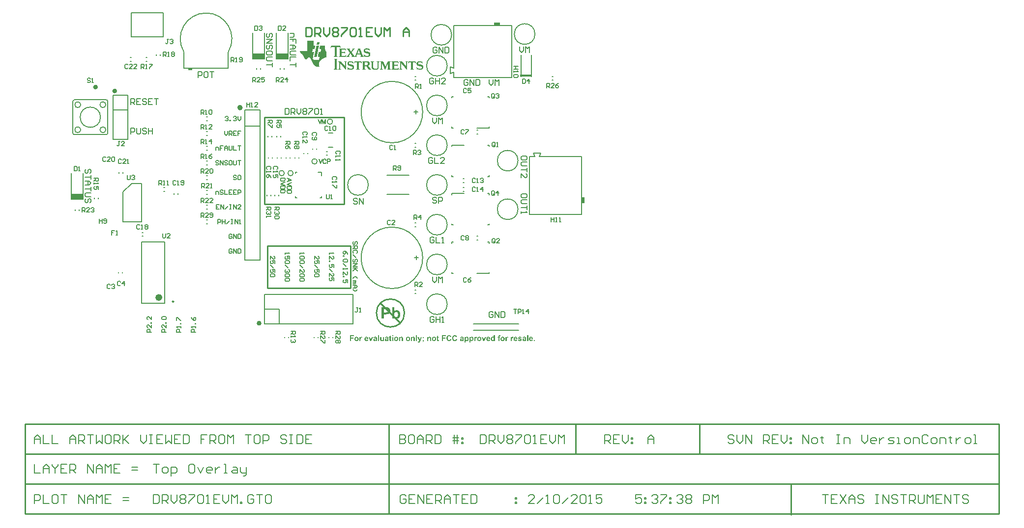
<source format=gto>
%FSAX25Y25*%
%MOIN*%
G70*
G01*
G75*
G04 Layer_Color=65535*
%ADD10R,0.05402X0.02795*%
%ADD11R,0.02323X0.02795*%
%ADD12R,0.05512X0.08268*%
%ADD13O,0.08268X0.01772*%
%ADD14O,0.00945X0.02362*%
%ADD15O,0.02362X0.00945*%
%ADD16R,0.11024X0.11024*%
%ADD17O,0.06693X0.01378*%
%ADD18R,0.01000X0.01000*%
%ADD19R,0.04724X0.04724*%
%ADD20C,0.03937*%
%ADD21R,0.06299X0.08268*%
%ADD22R,0.07480X0.07087*%
%ADD23R,0.07480X0.07480*%
%ADD24R,0.05315X0.01575*%
%ADD25R,0.05906X0.13780*%
%ADD26R,0.04331X0.10236*%
%ADD27R,0.08000X0.04500*%
%ADD28R,0.05512X0.04331*%
%ADD29R,0.03347X0.03150*%
%ADD30R,0.01969X0.02362*%
%ADD31R,0.03150X0.03347*%
%ADD32R,0.04331X0.05512*%
%ADD33C,0.01000*%
%ADD34C,0.03000*%
%ADD35C,0.02000*%
%ADD36C,0.00800*%
%ADD37R,0.15157X0.17795*%
%ADD38C,0.07087*%
%ADD39R,0.07087X0.07087*%
%ADD40C,0.06000*%
%ADD41C,0.02500*%
%ADD42C,0.31496*%
%ADD43R,0.05906X0.05906*%
%ADD44C,0.05906*%
%ADD45C,0.08700*%
%ADD46C,0.06200*%
%ADD47R,0.06200X0.06200*%
%ADD48R,0.06496X0.06496*%
%ADD49C,0.06496*%
%ADD50R,0.05906X0.05906*%
%ADD51R,0.03740X0.03740*%
%ADD52C,0.03740*%
%ADD53R,0.05315X0.05315*%
%ADD54C,0.05315*%
%ADD55R,0.07087X0.07087*%
%ADD56C,0.02000*%
%ADD57C,0.00600*%
%ADD58C,0.00700*%
%ADD59C,0.01575*%
%ADD60C,0.02362*%
%ADD61C,0.00984*%
%ADD62C,0.00787*%
%ADD63C,0.00799*%
%ADD64C,0.01800*%
%ADD65C,0.01500*%
%ADD66C,0.00500*%
%ADD67R,0.03937X0.01969*%
%ADD68R,0.08661X0.04331*%
%ADD69R,0.03150X0.01575*%
%ADD70R,0.07874X0.01575*%
%ADD71R,0.01969X0.03937*%
G36*
X0317348Y0160242D02*
X0317404Y0160236D01*
X0317465Y0160225D01*
X0317537Y0160214D01*
X0317609Y0160197D01*
X0317692Y0160175D01*
X0317776Y0160147D01*
X0317859Y0160114D01*
X0317948Y0160075D01*
X0318037Y0160025D01*
X0318120Y0159970D01*
X0318203Y0159909D01*
X0318281Y0159836D01*
X0318286Y0159831D01*
X0318297Y0159820D01*
X0318320Y0159792D01*
X0318342Y0159764D01*
X0318375Y0159720D01*
X0318408Y0159676D01*
X0318447Y0159615D01*
X0318486Y0159553D01*
X0318519Y0159481D01*
X0318558Y0159404D01*
X0318592Y0159315D01*
X0318625Y0159226D01*
X0318647Y0159126D01*
X0318669Y0159026D01*
X0318680Y0158915D01*
X0318686Y0158799D01*
Y0158793D01*
Y0158771D01*
Y0158738D01*
X0318680Y0158693D01*
X0318675Y0158638D01*
X0318664Y0158577D01*
X0318653Y0158504D01*
X0318636Y0158432D01*
X0318614Y0158349D01*
X0318586Y0158266D01*
X0318553Y0158177D01*
X0318514Y0158088D01*
X0318464Y0157999D01*
X0318408Y0157916D01*
X0318347Y0157833D01*
X0318275Y0157750D01*
X0318270Y0157744D01*
X0318259Y0157733D01*
X0318236Y0157711D01*
X0318203Y0157683D01*
X0318164Y0157655D01*
X0318114Y0157622D01*
X0318059Y0157583D01*
X0317998Y0157544D01*
X0317926Y0157505D01*
X0317848Y0157467D01*
X0317765Y0157433D01*
X0317670Y0157405D01*
X0317576Y0157378D01*
X0317470Y0157356D01*
X0317365Y0157344D01*
X0317249Y0157339D01*
X0317210D01*
X0317182Y0157344D01*
X0317148D01*
X0317110Y0157350D01*
X0317015Y0157361D01*
X0316899Y0157383D01*
X0316777Y0157411D01*
X0316649Y0157456D01*
X0316516Y0157511D01*
X0316510D01*
X0316499Y0157517D01*
X0316482Y0157528D01*
X0316460Y0157544D01*
X0316399Y0157583D01*
X0316322Y0157639D01*
X0316238Y0157711D01*
X0316149Y0157800D01*
X0316066Y0157899D01*
X0315989Y0158016D01*
Y0158022D01*
X0315983Y0158033D01*
X0315972Y0158049D01*
X0315961Y0158077D01*
X0315950Y0158110D01*
X0315933Y0158149D01*
X0315916Y0158194D01*
X0315900Y0158244D01*
X0315883Y0158299D01*
X0315866Y0158360D01*
X0315839Y0158499D01*
X0315817Y0158660D01*
X0315811Y0158832D01*
Y0158837D01*
Y0158849D01*
Y0158871D01*
X0315817Y0158893D01*
Y0158926D01*
X0315822Y0158965D01*
X0315833Y0159059D01*
X0315855Y0159165D01*
X0315889Y0159281D01*
X0315928Y0159409D01*
X0315989Y0159537D01*
Y0159542D01*
X0316000Y0159553D01*
X0316005Y0159570D01*
X0316022Y0159592D01*
X0316066Y0159653D01*
X0316122Y0159731D01*
X0316194Y0159814D01*
X0316283Y0159903D01*
X0316383Y0159986D01*
X0316499Y0160064D01*
X0316505D01*
X0316516Y0160070D01*
X0316532Y0160081D01*
X0316560Y0160092D01*
X0316588Y0160108D01*
X0316627Y0160119D01*
X0316671Y0160136D01*
X0316716Y0160158D01*
X0316827Y0160192D01*
X0316954Y0160219D01*
X0317093Y0160242D01*
X0317243Y0160247D01*
X0317304D01*
X0317348Y0160242D01*
D02*
G37*
G36*
X0320035Y0160186D02*
X0320540D01*
Y0159598D01*
X0320035D01*
Y0158471D01*
Y0158466D01*
Y0158455D01*
Y0158438D01*
Y0158416D01*
Y0158360D01*
Y0158294D01*
X0320040Y0158227D01*
Y0158160D01*
Y0158110D01*
X0320046Y0158088D01*
Y0158077D01*
X0320051Y0158066D01*
X0320062Y0158044D01*
X0320079Y0158016D01*
X0320112Y0157983D01*
X0320123Y0157977D01*
X0320146Y0157966D01*
X0320184Y0157955D01*
X0320234Y0157949D01*
X0320257D01*
X0320279Y0157955D01*
X0320312Y0157960D01*
X0320356Y0157966D01*
X0320406Y0157977D01*
X0320467Y0157994D01*
X0320534Y0158016D01*
X0320601Y0157444D01*
X0320595D01*
X0320590Y0157439D01*
X0320556Y0157428D01*
X0320501Y0157411D01*
X0320429Y0157395D01*
X0320345Y0157372D01*
X0320245Y0157356D01*
X0320134Y0157344D01*
X0320018Y0157339D01*
X0319985D01*
X0319946Y0157344D01*
X0319896Y0157350D01*
X0319840Y0157356D01*
X0319779Y0157367D01*
X0319718Y0157383D01*
X0319657Y0157405D01*
X0319652Y0157411D01*
X0319629Y0157417D01*
X0319602Y0157433D01*
X0319568Y0157450D01*
X0319491Y0157505D01*
X0319452Y0157539D01*
X0319419Y0157578D01*
X0319413Y0157583D01*
X0319407Y0157600D01*
X0319396Y0157622D01*
X0319380Y0157655D01*
X0319363Y0157694D01*
X0319346Y0157744D01*
X0319330Y0157800D01*
X0319319Y0157861D01*
Y0157866D01*
X0319313Y0157888D01*
Y0157922D01*
X0319307Y0157977D01*
X0319302Y0158049D01*
Y0158138D01*
X0319296Y0158188D01*
Y0158249D01*
Y0158310D01*
Y0158382D01*
Y0159598D01*
X0318958D01*
Y0160186D01*
X0319296D01*
Y0160741D01*
X0320035Y0161174D01*
Y0160186D01*
D02*
G37*
G36*
X0291696Y0160242D02*
X0291752Y0160236D01*
X0291813Y0160225D01*
X0291885Y0160214D01*
X0291957Y0160197D01*
X0292040Y0160175D01*
X0292124Y0160147D01*
X0292207Y0160114D01*
X0292296Y0160075D01*
X0292385Y0160025D01*
X0292468Y0159970D01*
X0292551Y0159909D01*
X0292629Y0159836D01*
X0292634Y0159831D01*
X0292645Y0159820D01*
X0292668Y0159792D01*
X0292690Y0159764D01*
X0292723Y0159720D01*
X0292756Y0159676D01*
X0292795Y0159615D01*
X0292834Y0159553D01*
X0292867Y0159481D01*
X0292906Y0159404D01*
X0292939Y0159315D01*
X0292973Y0159226D01*
X0292995Y0159126D01*
X0293017Y0159026D01*
X0293028Y0158915D01*
X0293034Y0158799D01*
Y0158793D01*
Y0158771D01*
Y0158738D01*
X0293028Y0158693D01*
X0293023Y0158638D01*
X0293012Y0158577D01*
X0293001Y0158504D01*
X0292984Y0158432D01*
X0292962Y0158349D01*
X0292934Y0158266D01*
X0292901Y0158177D01*
X0292862Y0158088D01*
X0292812Y0157999D01*
X0292756Y0157916D01*
X0292695Y0157833D01*
X0292623Y0157750D01*
X0292618Y0157744D01*
X0292606Y0157733D01*
X0292584Y0157711D01*
X0292551Y0157683D01*
X0292512Y0157655D01*
X0292462Y0157622D01*
X0292407Y0157583D01*
X0292346Y0157544D01*
X0292273Y0157505D01*
X0292196Y0157467D01*
X0292112Y0157433D01*
X0292018Y0157405D01*
X0291924Y0157378D01*
X0291818Y0157356D01*
X0291713Y0157344D01*
X0291596Y0157339D01*
X0291558D01*
X0291530Y0157344D01*
X0291496D01*
X0291458Y0157350D01*
X0291363Y0157361D01*
X0291247Y0157383D01*
X0291125Y0157411D01*
X0290997Y0157456D01*
X0290864Y0157511D01*
X0290858D01*
X0290847Y0157517D01*
X0290830Y0157528D01*
X0290808Y0157544D01*
X0290747Y0157583D01*
X0290669Y0157639D01*
X0290586Y0157711D01*
X0290497Y0157800D01*
X0290414Y0157899D01*
X0290336Y0158016D01*
Y0158022D01*
X0290331Y0158033D01*
X0290320Y0158049D01*
X0290309Y0158077D01*
X0290298Y0158110D01*
X0290281Y0158149D01*
X0290264Y0158194D01*
X0290248Y0158244D01*
X0290231Y0158299D01*
X0290214Y0158360D01*
X0290187Y0158499D01*
X0290164Y0158660D01*
X0290159Y0158832D01*
Y0158837D01*
Y0158849D01*
Y0158871D01*
X0290164Y0158893D01*
Y0158926D01*
X0290170Y0158965D01*
X0290181Y0159059D01*
X0290203Y0159165D01*
X0290237Y0159281D01*
X0290276Y0159409D01*
X0290336Y0159537D01*
Y0159542D01*
X0290348Y0159553D01*
X0290353Y0159570D01*
X0290370Y0159592D01*
X0290414Y0159653D01*
X0290470Y0159731D01*
X0290542Y0159814D01*
X0290631Y0159903D01*
X0290731Y0159986D01*
X0290847Y0160064D01*
X0290853D01*
X0290864Y0160070D01*
X0290880Y0160081D01*
X0290908Y0160092D01*
X0290936Y0160108D01*
X0290975Y0160119D01*
X0291019Y0160136D01*
X0291063Y0160158D01*
X0291175Y0160192D01*
X0291302Y0160219D01*
X0291441Y0160242D01*
X0291591Y0160247D01*
X0291652D01*
X0291696Y0160242D01*
D02*
G37*
G36*
X0299749D02*
X0299805Y0160236D01*
X0299866Y0160225D01*
X0299938Y0160214D01*
X0300010Y0160197D01*
X0300093Y0160175D01*
X0300177Y0160147D01*
X0300260Y0160114D01*
X0300349Y0160075D01*
X0300437Y0160025D01*
X0300521Y0159970D01*
X0300604Y0159909D01*
X0300682Y0159836D01*
X0300687Y0159831D01*
X0300698Y0159820D01*
X0300721Y0159792D01*
X0300743Y0159764D01*
X0300776Y0159720D01*
X0300809Y0159676D01*
X0300848Y0159615D01*
X0300887Y0159553D01*
X0300920Y0159481D01*
X0300959Y0159404D01*
X0300992Y0159315D01*
X0301026Y0159226D01*
X0301048Y0159126D01*
X0301070Y0159026D01*
X0301081Y0158915D01*
X0301087Y0158799D01*
Y0158793D01*
Y0158771D01*
Y0158738D01*
X0301081Y0158693D01*
X0301076Y0158638D01*
X0301065Y0158577D01*
X0301054Y0158504D01*
X0301037Y0158432D01*
X0301015Y0158349D01*
X0300987Y0158266D01*
X0300954Y0158177D01*
X0300915Y0158088D01*
X0300865Y0157999D01*
X0300809Y0157916D01*
X0300748Y0157833D01*
X0300676Y0157750D01*
X0300671Y0157744D01*
X0300659Y0157733D01*
X0300637Y0157711D01*
X0300604Y0157683D01*
X0300565Y0157655D01*
X0300515Y0157622D01*
X0300460Y0157583D01*
X0300399Y0157544D01*
X0300326Y0157505D01*
X0300249Y0157467D01*
X0300166Y0157433D01*
X0300071Y0157405D01*
X0299977Y0157378D01*
X0299871Y0157356D01*
X0299766Y0157344D01*
X0299649Y0157339D01*
X0299611D01*
X0299583Y0157344D01*
X0299550D01*
X0299511Y0157350D01*
X0299416Y0157361D01*
X0299300Y0157383D01*
X0299178Y0157411D01*
X0299050Y0157456D01*
X0298917Y0157511D01*
X0298911D01*
X0298900Y0157517D01*
X0298884Y0157528D01*
X0298861Y0157544D01*
X0298800Y0157583D01*
X0298723Y0157639D01*
X0298639Y0157711D01*
X0298551Y0157800D01*
X0298467Y0157899D01*
X0298390Y0158016D01*
Y0158022D01*
X0298384Y0158033D01*
X0298373Y0158049D01*
X0298362Y0158077D01*
X0298351Y0158110D01*
X0298334Y0158149D01*
X0298317Y0158194D01*
X0298301Y0158244D01*
X0298284Y0158299D01*
X0298268Y0158360D01*
X0298240Y0158499D01*
X0298218Y0158660D01*
X0298212Y0158832D01*
Y0158837D01*
Y0158849D01*
Y0158871D01*
X0298218Y0158893D01*
Y0158926D01*
X0298223Y0158965D01*
X0298234Y0159059D01*
X0298256Y0159165D01*
X0298290Y0159281D01*
X0298328Y0159409D01*
X0298390Y0159537D01*
Y0159542D01*
X0298401Y0159553D01*
X0298406Y0159570D01*
X0298423Y0159592D01*
X0298467Y0159653D01*
X0298523Y0159731D01*
X0298595Y0159814D01*
X0298684Y0159903D01*
X0298784Y0159986D01*
X0298900Y0160064D01*
X0298906D01*
X0298917Y0160070D01*
X0298933Y0160081D01*
X0298961Y0160092D01*
X0298989Y0160108D01*
X0299028Y0160119D01*
X0299072Y0160136D01*
X0299117Y0160158D01*
X0299228Y0160192D01*
X0299355Y0160219D01*
X0299494Y0160242D01*
X0299644Y0160247D01*
X0299705D01*
X0299749Y0160242D01*
D02*
G37*
G36*
X0307963Y0157500D02*
X0307786Y0157023D01*
X0307780Y0157011D01*
X0307769Y0156984D01*
X0307747Y0156939D01*
X0307725Y0156884D01*
X0307697Y0156823D01*
X0307664Y0156762D01*
X0307630Y0156706D01*
X0307597Y0156651D01*
X0307591Y0156645D01*
X0307580Y0156629D01*
X0307564Y0156606D01*
X0307541Y0156573D01*
X0307481Y0156506D01*
X0307397Y0156440D01*
X0307392Y0156434D01*
X0307375Y0156429D01*
X0307353Y0156412D01*
X0307319Y0156395D01*
X0307281Y0156379D01*
X0307236Y0156357D01*
X0307181Y0156334D01*
X0307120Y0156318D01*
X0307114D01*
X0307092Y0156312D01*
X0307059Y0156301D01*
X0307009Y0156296D01*
X0306953Y0156284D01*
X0306892Y0156273D01*
X0306820Y0156268D01*
X0306709D01*
X0306665Y0156273D01*
X0306615D01*
X0306548Y0156279D01*
X0306481Y0156290D01*
X0306332Y0156318D01*
X0306265Y0156895D01*
X0306271D01*
X0306293Y0156889D01*
X0306326Y0156884D01*
X0306370Y0156878D01*
X0306415Y0156867D01*
X0306470Y0156862D01*
X0306576Y0156856D01*
X0306620D01*
X0306665Y0156867D01*
X0306720Y0156878D01*
X0306781Y0156895D01*
X0306842Y0156923D01*
X0306903Y0156962D01*
X0306953Y0157011D01*
X0306959Y0157017D01*
X0306975Y0157039D01*
X0306998Y0157073D01*
X0307025Y0157117D01*
X0307053Y0157173D01*
X0307086Y0157239D01*
X0307114Y0157311D01*
X0307142Y0157395D01*
X0306087Y0160186D01*
X0306870D01*
X0307530Y0158205D01*
X0308185Y0160186D01*
X0308946D01*
X0307963Y0157500D01*
D02*
G37*
G36*
X0348062Y0160242D02*
X0348117Y0160236D01*
X0348179Y0160225D01*
X0348251Y0160214D01*
X0348323Y0160197D01*
X0348406Y0160175D01*
X0348489Y0160147D01*
X0348573Y0160114D01*
X0348661Y0160075D01*
X0348750Y0160025D01*
X0348833Y0159970D01*
X0348917Y0159909D01*
X0348994Y0159836D01*
X0349000Y0159831D01*
X0349011Y0159820D01*
X0349033Y0159792D01*
X0349056Y0159764D01*
X0349089Y0159720D01*
X0349122Y0159676D01*
X0349161Y0159615D01*
X0349200Y0159553D01*
X0349233Y0159481D01*
X0349272Y0159404D01*
X0349305Y0159315D01*
X0349339Y0159226D01*
X0349361Y0159126D01*
X0349383Y0159026D01*
X0349394Y0158915D01*
X0349400Y0158799D01*
Y0158793D01*
Y0158771D01*
Y0158738D01*
X0349394Y0158693D01*
X0349389Y0158638D01*
X0349377Y0158577D01*
X0349366Y0158504D01*
X0349350Y0158432D01*
X0349327Y0158349D01*
X0349300Y0158266D01*
X0349266Y0158177D01*
X0349228Y0158088D01*
X0349178Y0157999D01*
X0349122Y0157916D01*
X0349061Y0157833D01*
X0348989Y0157750D01*
X0348983Y0157744D01*
X0348972Y0157733D01*
X0348950Y0157711D01*
X0348917Y0157683D01*
X0348878Y0157655D01*
X0348828Y0157622D01*
X0348772Y0157583D01*
X0348711Y0157544D01*
X0348639Y0157505D01*
X0348562Y0157467D01*
X0348478Y0157433D01*
X0348384Y0157405D01*
X0348290Y0157378D01*
X0348184Y0157356D01*
X0348079Y0157344D01*
X0347962Y0157339D01*
X0347923D01*
X0347896Y0157344D01*
X0347862D01*
X0347823Y0157350D01*
X0347729Y0157361D01*
X0347613Y0157383D01*
X0347490Y0157411D01*
X0347363Y0157456D01*
X0347230Y0157511D01*
X0347224D01*
X0347213Y0157517D01*
X0347196Y0157528D01*
X0347174Y0157544D01*
X0347113Y0157583D01*
X0347035Y0157639D01*
X0346952Y0157711D01*
X0346863Y0157800D01*
X0346780Y0157899D01*
X0346702Y0158016D01*
Y0158022D01*
X0346697Y0158033D01*
X0346686Y0158049D01*
X0346674Y0158077D01*
X0346663Y0158110D01*
X0346647Y0158149D01*
X0346630Y0158194D01*
X0346614Y0158244D01*
X0346597Y0158299D01*
X0346580Y0158360D01*
X0346552Y0158499D01*
X0346530Y0158660D01*
X0346525Y0158832D01*
Y0158837D01*
Y0158849D01*
Y0158871D01*
X0346530Y0158893D01*
Y0158926D01*
X0346536Y0158965D01*
X0346547Y0159059D01*
X0346569Y0159165D01*
X0346602Y0159281D01*
X0346641Y0159409D01*
X0346702Y0159537D01*
Y0159542D01*
X0346713Y0159553D01*
X0346719Y0159570D01*
X0346736Y0159592D01*
X0346780Y0159653D01*
X0346835Y0159731D01*
X0346908Y0159814D01*
X0346996Y0159903D01*
X0347096Y0159986D01*
X0347213Y0160064D01*
X0347218D01*
X0347230Y0160070D01*
X0347246Y0160081D01*
X0347274Y0160092D01*
X0347302Y0160108D01*
X0347340Y0160119D01*
X0347385Y0160136D01*
X0347429Y0160158D01*
X0347540Y0160192D01*
X0347668Y0160219D01*
X0347807Y0160242D01*
X0347957Y0160247D01*
X0348018D01*
X0348062Y0160242D01*
D02*
G37*
G36*
X0351398Y0157400D02*
X0350732D01*
X0349610Y0160186D01*
X0350382D01*
X0350909Y0158760D01*
X0351059Y0158288D01*
X0351065Y0158294D01*
X0351070Y0158316D01*
X0351081Y0158349D01*
X0351092Y0158382D01*
X0351120Y0158466D01*
X0351131Y0158499D01*
X0351137Y0158527D01*
Y0158532D01*
X0351142Y0158549D01*
X0351148Y0158571D01*
X0351159Y0158599D01*
X0351181Y0158677D01*
X0351214Y0158760D01*
X0351747Y0160186D01*
X0352502D01*
X0351398Y0157400D01*
D02*
G37*
G36*
X0274741D02*
X0274075D01*
X0272954Y0160186D01*
X0273725D01*
X0274253Y0158760D01*
X0274402Y0158288D01*
X0274408Y0158294D01*
X0274413Y0158316D01*
X0274425Y0158349D01*
X0274436Y0158382D01*
X0274464Y0158466D01*
X0274475Y0158499D01*
X0274480Y0158527D01*
Y0158532D01*
X0274486Y0158549D01*
X0274491Y0158571D01*
X0274502Y0158599D01*
X0274524Y0158677D01*
X0274558Y0158760D01*
X0275091Y0160186D01*
X0275845D01*
X0274741Y0157400D01*
D02*
G37*
G36*
X0339665Y0160242D02*
X0339704Y0160236D01*
X0339754Y0160225D01*
X0339809Y0160214D01*
X0339865Y0160197D01*
X0339931Y0160180D01*
X0339992Y0160153D01*
X0340065Y0160125D01*
X0340131Y0160086D01*
X0340203Y0160042D01*
X0340270Y0159992D01*
X0340336Y0159931D01*
X0340403Y0159864D01*
X0340409Y0159859D01*
X0340420Y0159848D01*
X0340436Y0159825D01*
X0340459Y0159792D01*
X0340481Y0159759D01*
X0340509Y0159709D01*
X0340542Y0159653D01*
X0340575Y0159592D01*
X0340603Y0159520D01*
X0340636Y0159442D01*
X0340664Y0159354D01*
X0340692Y0159259D01*
X0340708Y0159154D01*
X0340725Y0159048D01*
X0340736Y0158926D01*
X0340742Y0158804D01*
Y0158799D01*
Y0158776D01*
Y0158738D01*
X0340736Y0158688D01*
X0340731Y0158632D01*
X0340725Y0158565D01*
X0340714Y0158488D01*
X0340697Y0158410D01*
X0340658Y0158232D01*
X0340631Y0158144D01*
X0340597Y0158055D01*
X0340558Y0157966D01*
X0340509Y0157883D01*
X0340459Y0157800D01*
X0340398Y0157722D01*
X0340392Y0157716D01*
X0340381Y0157705D01*
X0340364Y0157689D01*
X0340336Y0157661D01*
X0340303Y0157633D01*
X0340264Y0157600D01*
X0340220Y0157566D01*
X0340170Y0157533D01*
X0340109Y0157494D01*
X0340048Y0157461D01*
X0339909Y0157400D01*
X0339831Y0157372D01*
X0339748Y0157356D01*
X0339665Y0157344D01*
X0339576Y0157339D01*
X0339537D01*
X0339493Y0157344D01*
X0339437Y0157350D01*
X0339371Y0157361D01*
X0339299Y0157378D01*
X0339227Y0157400D01*
X0339154Y0157428D01*
X0339149Y0157433D01*
X0339121Y0157444D01*
X0339088Y0157472D01*
X0339038Y0157505D01*
X0338977Y0157544D01*
X0338916Y0157600D01*
X0338843Y0157666D01*
X0338766Y0157744D01*
Y0156334D01*
X0338028D01*
Y0160186D01*
X0338716D01*
Y0159775D01*
X0338721Y0159786D01*
X0338738Y0159809D01*
X0338771Y0159848D01*
X0338810Y0159897D01*
X0338860Y0159953D01*
X0338927Y0160009D01*
X0338993Y0160064D01*
X0339077Y0160114D01*
X0339088Y0160119D01*
X0339116Y0160136D01*
X0339165Y0160158D01*
X0339227Y0160180D01*
X0339299Y0160203D01*
X0339387Y0160225D01*
X0339482Y0160242D01*
X0339582Y0160247D01*
X0339626D01*
X0339665Y0160242D01*
D02*
G37*
G36*
X0314379D02*
X0314440Y0160236D01*
X0314507Y0160225D01*
X0314579Y0160208D01*
X0314657Y0160186D01*
X0314734Y0160158D01*
X0314745Y0160153D01*
X0314768Y0160142D01*
X0314806Y0160125D01*
X0314851Y0160097D01*
X0314901Y0160064D01*
X0314951Y0160025D01*
X0315001Y0159981D01*
X0315045Y0159931D01*
X0315051Y0159925D01*
X0315062Y0159909D01*
X0315078Y0159881D01*
X0315101Y0159842D01*
X0315128Y0159798D01*
X0315151Y0159742D01*
X0315173Y0159687D01*
X0315189Y0159620D01*
Y0159615D01*
X0315195Y0159587D01*
X0315206Y0159548D01*
X0315212Y0159492D01*
X0315223Y0159426D01*
X0315228Y0159337D01*
X0315234Y0159243D01*
Y0159126D01*
Y0157400D01*
X0314496D01*
Y0158815D01*
Y0158821D01*
Y0158837D01*
Y0158860D01*
Y0158887D01*
Y0158926D01*
Y0158965D01*
X0314490Y0159059D01*
X0314485Y0159154D01*
X0314474Y0159254D01*
X0314462Y0159337D01*
X0314457Y0159370D01*
X0314446Y0159398D01*
Y0159404D01*
X0314435Y0159420D01*
X0314423Y0159442D01*
X0314407Y0159476D01*
X0314357Y0159542D01*
X0314329Y0159576D01*
X0314290Y0159603D01*
X0314285Y0159609D01*
X0314274Y0159615D01*
X0314251Y0159625D01*
X0314218Y0159642D01*
X0314179Y0159659D01*
X0314141Y0159670D01*
X0314090Y0159676D01*
X0314035Y0159681D01*
X0314002D01*
X0313968Y0159676D01*
X0313924Y0159670D01*
X0313868Y0159653D01*
X0313813Y0159637D01*
X0313752Y0159609D01*
X0313691Y0159576D01*
X0313685Y0159570D01*
X0313669Y0159559D01*
X0313641Y0159531D01*
X0313608Y0159503D01*
X0313574Y0159459D01*
X0313541Y0159415D01*
X0313508Y0159354D01*
X0313486Y0159293D01*
Y0159287D01*
X0313474Y0159259D01*
X0313469Y0159215D01*
X0313458Y0159148D01*
X0313452Y0159109D01*
X0313447Y0159059D01*
X0313441Y0159010D01*
Y0158949D01*
X0313436Y0158887D01*
X0313430Y0158815D01*
Y0158738D01*
Y0158654D01*
Y0157400D01*
X0312692D01*
Y0160186D01*
X0313374D01*
Y0159775D01*
X0313380Y0159781D01*
X0313391Y0159798D01*
X0313413Y0159820D01*
X0313441Y0159848D01*
X0313474Y0159886D01*
X0313519Y0159925D01*
X0313569Y0159970D01*
X0313624Y0160014D01*
X0313685Y0160053D01*
X0313757Y0160097D01*
X0313830Y0160136D01*
X0313913Y0160175D01*
X0314002Y0160203D01*
X0314090Y0160225D01*
X0314190Y0160242D01*
X0314290Y0160247D01*
X0314329D01*
X0314379Y0160242D01*
D02*
G37*
G36*
X0268125D02*
X0268186Y0160231D01*
X0268264Y0160214D01*
X0268347Y0160186D01*
X0268431Y0160153D01*
X0268519Y0160103D01*
X0268286Y0159465D01*
X0268281Y0159470D01*
X0268253Y0159481D01*
X0268220Y0159503D01*
X0268175Y0159526D01*
X0268120Y0159548D01*
X0268064Y0159570D01*
X0268003Y0159581D01*
X0267942Y0159587D01*
X0267920D01*
X0267887Y0159581D01*
X0267853Y0159576D01*
X0267815Y0159564D01*
X0267770Y0159548D01*
X0267726Y0159526D01*
X0267681Y0159498D01*
X0267676Y0159492D01*
X0267665Y0159481D01*
X0267642Y0159459D01*
X0267620Y0159426D01*
X0267593Y0159387D01*
X0267565Y0159331D01*
X0267537Y0159265D01*
X0267515Y0159187D01*
Y0159176D01*
X0267509Y0159159D01*
X0267504Y0159143D01*
Y0159115D01*
X0267498Y0159082D01*
X0267493Y0159037D01*
X0267487Y0158987D01*
X0267482Y0158932D01*
X0267476Y0158860D01*
X0267471Y0158788D01*
Y0158699D01*
X0267465Y0158604D01*
X0267459Y0158499D01*
Y0158382D01*
Y0158255D01*
Y0157400D01*
X0266721D01*
Y0160186D01*
X0267404D01*
Y0159792D01*
X0267409Y0159798D01*
X0267432Y0159831D01*
X0267465Y0159881D01*
X0267509Y0159942D01*
X0267554Y0160003D01*
X0267609Y0160064D01*
X0267659Y0160119D01*
X0267715Y0160158D01*
X0267720Y0160164D01*
X0267737Y0160175D01*
X0267770Y0160186D01*
X0267809Y0160203D01*
X0267853Y0160219D01*
X0267909Y0160236D01*
X0267964Y0160242D01*
X0268031Y0160247D01*
X0268075D01*
X0268125Y0160242D01*
D02*
G37*
G36*
X0342945D02*
X0342984Y0160236D01*
X0343034Y0160225D01*
X0343089Y0160214D01*
X0343145Y0160197D01*
X0343211Y0160180D01*
X0343272Y0160153D01*
X0343344Y0160125D01*
X0343411Y0160086D01*
X0343483Y0160042D01*
X0343550Y0159992D01*
X0343617Y0159931D01*
X0343683Y0159864D01*
X0343689Y0159859D01*
X0343700Y0159848D01*
X0343716Y0159825D01*
X0343739Y0159792D01*
X0343761Y0159759D01*
X0343789Y0159709D01*
X0343822Y0159653D01*
X0343855Y0159592D01*
X0343883Y0159520D01*
X0343916Y0159442D01*
X0343944Y0159354D01*
X0343972Y0159259D01*
X0343988Y0159154D01*
X0344005Y0159048D01*
X0344016Y0158926D01*
X0344022Y0158804D01*
Y0158799D01*
Y0158776D01*
Y0158738D01*
X0344016Y0158688D01*
X0344011Y0158632D01*
X0344005Y0158565D01*
X0343994Y0158488D01*
X0343977Y0158410D01*
X0343938Y0158232D01*
X0343911Y0158144D01*
X0343877Y0158055D01*
X0343839Y0157966D01*
X0343789Y0157883D01*
X0343739Y0157800D01*
X0343678Y0157722D01*
X0343672Y0157716D01*
X0343661Y0157705D01*
X0343644Y0157689D01*
X0343617Y0157661D01*
X0343583Y0157633D01*
X0343544Y0157600D01*
X0343500Y0157566D01*
X0343450Y0157533D01*
X0343389Y0157494D01*
X0343328Y0157461D01*
X0343189Y0157400D01*
X0343111Y0157372D01*
X0343028Y0157356D01*
X0342945Y0157344D01*
X0342856Y0157339D01*
X0342817D01*
X0342773Y0157344D01*
X0342717Y0157350D01*
X0342651Y0157361D01*
X0342579Y0157378D01*
X0342507Y0157400D01*
X0342434Y0157428D01*
X0342429Y0157433D01*
X0342401Y0157444D01*
X0342368Y0157472D01*
X0342318Y0157505D01*
X0342257Y0157544D01*
X0342196Y0157600D01*
X0342124Y0157666D01*
X0342046Y0157744D01*
Y0156334D01*
X0341308D01*
Y0160186D01*
X0341996D01*
Y0159775D01*
X0342002Y0159786D01*
X0342018Y0159809D01*
X0342051Y0159848D01*
X0342090Y0159897D01*
X0342140Y0159953D01*
X0342207Y0160009D01*
X0342273Y0160064D01*
X0342357Y0160114D01*
X0342368Y0160119D01*
X0342395Y0160136D01*
X0342445Y0160158D01*
X0342507Y0160180D01*
X0342579Y0160203D01*
X0342668Y0160225D01*
X0342762Y0160242D01*
X0342862Y0160247D01*
X0342906D01*
X0342945Y0160242D01*
D02*
G37*
G36*
X0310278Y0159448D02*
X0309540D01*
Y0160186D01*
X0310278D01*
Y0159448D01*
D02*
G37*
G36*
X0375590Y0160242D02*
X0375646Y0160236D01*
X0375707Y0160231D01*
X0375773Y0160225D01*
X0375912Y0160203D01*
X0376051Y0160169D01*
X0376184Y0160119D01*
X0376245Y0160092D01*
X0376301Y0160058D01*
X0376306D01*
X0376311Y0160047D01*
X0376345Y0160025D01*
X0376395Y0159981D01*
X0376450Y0159920D01*
X0376517Y0159848D01*
X0376578Y0159753D01*
X0376639Y0159642D01*
X0376683Y0159515D01*
X0375990Y0159387D01*
Y0159392D01*
X0375978Y0159415D01*
X0375968Y0159442D01*
X0375951Y0159476D01*
X0375929Y0159520D01*
X0375895Y0159559D01*
X0375862Y0159598D01*
X0375818Y0159631D01*
X0375812Y0159637D01*
X0375795Y0159648D01*
X0375768Y0159659D01*
X0375729Y0159676D01*
X0375679Y0159692D01*
X0375618Y0159709D01*
X0375546Y0159714D01*
X0375462Y0159720D01*
X0375412D01*
X0375362Y0159714D01*
X0375302Y0159709D01*
X0375229Y0159698D01*
X0375163Y0159687D01*
X0375102Y0159664D01*
X0375046Y0159637D01*
X0375041D01*
X0375035Y0159625D01*
X0375007Y0159598D01*
X0374974Y0159548D01*
X0374968Y0159520D01*
X0374963Y0159487D01*
Y0159481D01*
Y0159476D01*
X0374974Y0159442D01*
X0374996Y0159398D01*
X0375013Y0159376D01*
X0375035Y0159354D01*
X0375041Y0159348D01*
X0375063Y0159343D01*
X0375074Y0159331D01*
X0375096Y0159326D01*
X0375124Y0159315D01*
X0375157Y0159298D01*
X0375202Y0159287D01*
X0375246Y0159270D01*
X0375302Y0159254D01*
X0375368Y0159237D01*
X0375440Y0159215D01*
X0375523Y0159193D01*
X0375618Y0159170D01*
X0375723Y0159143D01*
X0375729D01*
X0375751Y0159137D01*
X0375779Y0159132D01*
X0375818Y0159121D01*
X0375868Y0159104D01*
X0375923Y0159093D01*
X0376045Y0159054D01*
X0376184Y0159004D01*
X0376317Y0158949D01*
X0376384Y0158915D01*
X0376445Y0158887D01*
X0376495Y0158849D01*
X0376545Y0158815D01*
X0376556Y0158804D01*
X0376584Y0158782D01*
X0376617Y0158738D01*
X0376661Y0158677D01*
X0376706Y0158599D01*
X0376739Y0158504D01*
X0376767Y0158394D01*
X0376778Y0158271D01*
Y0158266D01*
Y0158255D01*
Y0158232D01*
X0376772Y0158205D01*
X0376767Y0158177D01*
X0376761Y0158138D01*
X0376739Y0158044D01*
X0376700Y0157944D01*
X0376672Y0157888D01*
X0376644Y0157833D01*
X0376606Y0157777D01*
X0376561Y0157722D01*
X0376511Y0157666D01*
X0376456Y0157611D01*
X0376450Y0157605D01*
X0376439Y0157600D01*
X0376423Y0157589D01*
X0376395Y0157566D01*
X0376361Y0157550D01*
X0376323Y0157528D01*
X0376273Y0157500D01*
X0376217Y0157478D01*
X0376156Y0157450D01*
X0376084Y0157428D01*
X0376006Y0157400D01*
X0375923Y0157383D01*
X0375829Y0157367D01*
X0375729Y0157350D01*
X0375623Y0157344D01*
X0375512Y0157339D01*
X0375457D01*
X0375418Y0157344D01*
X0375368D01*
X0375313Y0157350D01*
X0375252Y0157356D01*
X0375185Y0157367D01*
X0375041Y0157395D01*
X0374891Y0157433D01*
X0374741Y0157489D01*
X0374674Y0157528D01*
X0374608Y0157566D01*
X0374602Y0157572D01*
X0374591Y0157578D01*
X0374574Y0157589D01*
X0374558Y0157611D01*
X0374497Y0157661D01*
X0374430Y0157733D01*
X0374358Y0157822D01*
X0374291Y0157927D01*
X0374230Y0158055D01*
X0374180Y0158194D01*
X0374919Y0158305D01*
Y0158294D01*
X0374930Y0158271D01*
X0374941Y0158232D01*
X0374957Y0158183D01*
X0374985Y0158127D01*
X0375018Y0158077D01*
X0375057Y0158022D01*
X0375107Y0157977D01*
X0375113Y0157972D01*
X0375135Y0157960D01*
X0375168Y0157944D01*
X0375213Y0157927D01*
X0375268Y0157905D01*
X0375340Y0157888D01*
X0375418Y0157877D01*
X0375512Y0157872D01*
X0375557D01*
X0375612Y0157877D01*
X0375673Y0157883D01*
X0375740Y0157894D01*
X0375812Y0157916D01*
X0375879Y0157938D01*
X0375940Y0157972D01*
X0375945Y0157977D01*
X0375956Y0157988D01*
X0375973Y0158005D01*
X0375990Y0158027D01*
X0376006Y0158055D01*
X0376023Y0158088D01*
X0376034Y0158127D01*
X0376040Y0158171D01*
Y0158177D01*
Y0158188D01*
X0376034Y0158221D01*
X0376017Y0158266D01*
X0375984Y0158310D01*
X0375973Y0158321D01*
X0375956Y0158327D01*
X0375934Y0158344D01*
X0375901Y0158355D01*
X0375856Y0158371D01*
X0375806Y0158388D01*
X0375740Y0158405D01*
X0375729D01*
X0375701Y0158416D01*
X0375657Y0158427D01*
X0375596Y0158438D01*
X0375523Y0158455D01*
X0375446Y0158477D01*
X0375357Y0158499D01*
X0375263Y0158527D01*
X0375068Y0158582D01*
X0374974Y0158610D01*
X0374885Y0158643D01*
X0374802Y0158671D01*
X0374724Y0158704D01*
X0374658Y0158738D01*
X0374608Y0158765D01*
X0374602Y0158771D01*
X0374591Y0158776D01*
X0374580Y0158788D01*
X0374558Y0158810D01*
X0374502Y0158860D01*
X0374447Y0158932D01*
X0374386Y0159021D01*
X0374330Y0159126D01*
X0374308Y0159187D01*
X0374297Y0159254D01*
X0374286Y0159320D01*
X0374280Y0159392D01*
Y0159398D01*
Y0159409D01*
Y0159426D01*
X0374286Y0159453D01*
X0374291Y0159481D01*
X0374297Y0159520D01*
X0374313Y0159603D01*
X0374347Y0159698D01*
X0374402Y0159798D01*
X0374430Y0159853D01*
X0374469Y0159903D01*
X0374513Y0159953D01*
X0374563Y0159997D01*
X0374569Y0160003D01*
X0374574Y0160009D01*
X0374591Y0160020D01*
X0374619Y0160036D01*
X0374646Y0160053D01*
X0374685Y0160075D01*
X0374730Y0160097D01*
X0374780Y0160125D01*
X0374841Y0160147D01*
X0374907Y0160169D01*
X0374980Y0160192D01*
X0375057Y0160208D01*
X0375146Y0160225D01*
X0375240Y0160236D01*
X0375340Y0160247D01*
X0375546D01*
X0375590Y0160242D01*
D02*
G37*
G36*
X0303340D02*
X0303401Y0160236D01*
X0303468Y0160225D01*
X0303540Y0160208D01*
X0303618Y0160186D01*
X0303695Y0160158D01*
X0303706Y0160153D01*
X0303729Y0160142D01*
X0303767Y0160125D01*
X0303812Y0160097D01*
X0303862Y0160064D01*
X0303912Y0160025D01*
X0303962Y0159981D01*
X0304006Y0159931D01*
X0304012Y0159925D01*
X0304023Y0159909D01*
X0304039Y0159881D01*
X0304062Y0159842D01*
X0304089Y0159798D01*
X0304112Y0159742D01*
X0304134Y0159687D01*
X0304151Y0159620D01*
Y0159615D01*
X0304156Y0159587D01*
X0304167Y0159548D01*
X0304173Y0159492D01*
X0304184Y0159426D01*
X0304189Y0159337D01*
X0304195Y0159243D01*
Y0159126D01*
Y0157400D01*
X0303457D01*
Y0158815D01*
Y0158821D01*
Y0158837D01*
Y0158860D01*
Y0158887D01*
Y0158926D01*
Y0158965D01*
X0303451Y0159059D01*
X0303446Y0159154D01*
X0303434Y0159254D01*
X0303423Y0159337D01*
X0303418Y0159370D01*
X0303407Y0159398D01*
Y0159404D01*
X0303396Y0159420D01*
X0303384Y0159442D01*
X0303368Y0159476D01*
X0303318Y0159542D01*
X0303290Y0159576D01*
X0303251Y0159603D01*
X0303246Y0159609D01*
X0303235Y0159615D01*
X0303212Y0159625D01*
X0303179Y0159642D01*
X0303140Y0159659D01*
X0303101Y0159670D01*
X0303051Y0159676D01*
X0302996Y0159681D01*
X0302963D01*
X0302929Y0159676D01*
X0302885Y0159670D01*
X0302830Y0159653D01*
X0302774Y0159637D01*
X0302713Y0159609D01*
X0302652Y0159576D01*
X0302646Y0159570D01*
X0302630Y0159559D01*
X0302602Y0159531D01*
X0302569Y0159503D01*
X0302535Y0159459D01*
X0302502Y0159415D01*
X0302469Y0159354D01*
X0302447Y0159293D01*
Y0159287D01*
X0302435Y0159259D01*
X0302430Y0159215D01*
X0302419Y0159148D01*
X0302413Y0159109D01*
X0302408Y0159059D01*
X0302402Y0159010D01*
Y0158949D01*
X0302397Y0158887D01*
X0302391Y0158815D01*
Y0158738D01*
Y0158654D01*
Y0157400D01*
X0301653D01*
Y0160186D01*
X0302336D01*
Y0159775D01*
X0302341Y0159781D01*
X0302352Y0159798D01*
X0302374Y0159820D01*
X0302402Y0159848D01*
X0302435Y0159886D01*
X0302480Y0159925D01*
X0302530Y0159970D01*
X0302585Y0160014D01*
X0302646Y0160053D01*
X0302719Y0160097D01*
X0302791Y0160136D01*
X0302874Y0160175D01*
X0302963Y0160203D01*
X0303051Y0160225D01*
X0303151Y0160242D01*
X0303251Y0160247D01*
X0303290D01*
X0303340Y0160242D01*
D02*
G37*
G36*
X0295287D02*
X0295348Y0160236D01*
X0295415Y0160225D01*
X0295487Y0160208D01*
X0295565Y0160186D01*
X0295642Y0160158D01*
X0295653Y0160153D01*
X0295676Y0160142D01*
X0295714Y0160125D01*
X0295759Y0160097D01*
X0295809Y0160064D01*
X0295859Y0160025D01*
X0295909Y0159981D01*
X0295953Y0159931D01*
X0295959Y0159925D01*
X0295970Y0159909D01*
X0295986Y0159881D01*
X0296009Y0159842D01*
X0296036Y0159798D01*
X0296059Y0159742D01*
X0296081Y0159687D01*
X0296097Y0159620D01*
Y0159615D01*
X0296103Y0159587D01*
X0296114Y0159548D01*
X0296120Y0159492D01*
X0296131Y0159426D01*
X0296136Y0159337D01*
X0296142Y0159243D01*
Y0159126D01*
Y0157400D01*
X0295404D01*
Y0158815D01*
Y0158821D01*
Y0158837D01*
Y0158860D01*
Y0158887D01*
Y0158926D01*
Y0158965D01*
X0295398Y0159059D01*
X0295392Y0159154D01*
X0295381Y0159254D01*
X0295370Y0159337D01*
X0295365Y0159370D01*
X0295354Y0159398D01*
Y0159404D01*
X0295343Y0159420D01*
X0295332Y0159442D01*
X0295315Y0159476D01*
X0295265Y0159542D01*
X0295237Y0159576D01*
X0295198Y0159603D01*
X0295193Y0159609D01*
X0295182Y0159615D01*
X0295160Y0159625D01*
X0295126Y0159642D01*
X0295087Y0159659D01*
X0295048Y0159670D01*
X0294999Y0159676D01*
X0294943Y0159681D01*
X0294910D01*
X0294876Y0159676D01*
X0294832Y0159670D01*
X0294777Y0159653D01*
X0294721Y0159637D01*
X0294660Y0159609D01*
X0294599Y0159576D01*
X0294593Y0159570D01*
X0294577Y0159559D01*
X0294549Y0159531D01*
X0294516Y0159503D01*
X0294482Y0159459D01*
X0294449Y0159415D01*
X0294416Y0159354D01*
X0294394Y0159293D01*
Y0159287D01*
X0294383Y0159259D01*
X0294377Y0159215D01*
X0294366Y0159148D01*
X0294360Y0159109D01*
X0294355Y0159059D01*
X0294349Y0159010D01*
Y0158949D01*
X0294344Y0158887D01*
X0294338Y0158815D01*
Y0158738D01*
Y0158654D01*
Y0157400D01*
X0293600D01*
Y0160186D01*
X0294283D01*
Y0159775D01*
X0294288Y0159781D01*
X0294299Y0159798D01*
X0294321Y0159820D01*
X0294349Y0159848D01*
X0294383Y0159886D01*
X0294427Y0159925D01*
X0294477Y0159970D01*
X0294532Y0160014D01*
X0294593Y0160053D01*
X0294666Y0160097D01*
X0294738Y0160136D01*
X0294821Y0160175D01*
X0294910Y0160203D01*
X0294999Y0160225D01*
X0295098Y0160242D01*
X0295198Y0160247D01*
X0295237D01*
X0295287Y0160242D01*
D02*
G37*
G36*
X0305677Y0157400D02*
X0304939D01*
Y0161241D01*
X0305677D01*
Y0157400D01*
D02*
G37*
G36*
X0325185Y0160591D02*
X0323326D01*
Y0159681D01*
X0324930D01*
Y0159032D01*
X0323326D01*
Y0157400D01*
X0322549D01*
Y0161241D01*
X0325185D01*
Y0160591D01*
D02*
G37*
G36*
X0283305Y0157400D02*
X0282622D01*
Y0157816D01*
X0282616Y0157805D01*
X0282594Y0157777D01*
X0282561Y0157739D01*
X0282511Y0157689D01*
X0282455Y0157627D01*
X0282383Y0157572D01*
X0282306Y0157511D01*
X0282217Y0157461D01*
X0282206Y0157456D01*
X0282172Y0157444D01*
X0282122Y0157422D01*
X0282056Y0157400D01*
X0281978Y0157378D01*
X0281889Y0157356D01*
X0281795Y0157344D01*
X0281695Y0157339D01*
X0281645D01*
X0281595Y0157344D01*
X0281529Y0157356D01*
X0281445Y0157367D01*
X0281362Y0157389D01*
X0281273Y0157422D01*
X0281190Y0157461D01*
X0281179Y0157467D01*
X0281157Y0157483D01*
X0281112Y0157511D01*
X0281068Y0157550D01*
X0281013Y0157600D01*
X0280963Y0157655D01*
X0280913Y0157727D01*
X0280868Y0157805D01*
X0280863Y0157816D01*
X0280852Y0157844D01*
X0280835Y0157894D01*
X0280818Y0157966D01*
X0280802Y0158055D01*
X0280785Y0158160D01*
X0280774Y0158282D01*
X0280768Y0158421D01*
Y0160186D01*
X0281506D01*
Y0158904D01*
Y0158898D01*
Y0158876D01*
Y0158849D01*
Y0158810D01*
Y0158765D01*
Y0158715D01*
X0281512Y0158599D01*
X0281518Y0158471D01*
X0281523Y0158355D01*
X0281529Y0158305D01*
X0281534Y0158255D01*
X0281540Y0158216D01*
X0281545Y0158188D01*
Y0158183D01*
X0281551Y0158166D01*
X0281562Y0158144D01*
X0281579Y0158110D01*
X0281595Y0158077D01*
X0281623Y0158044D01*
X0281651Y0158010D01*
X0281690Y0157977D01*
X0281695Y0157972D01*
X0281712Y0157966D01*
X0281734Y0157955D01*
X0281767Y0157944D01*
X0281806Y0157927D01*
X0281856Y0157916D01*
X0281906Y0157911D01*
X0281967Y0157905D01*
X0282000D01*
X0282034Y0157911D01*
X0282078Y0157916D01*
X0282134Y0157927D01*
X0282189Y0157949D01*
X0282250Y0157972D01*
X0282306Y0158005D01*
X0282311Y0158010D01*
X0282328Y0158022D01*
X0282356Y0158044D01*
X0282389Y0158077D01*
X0282422Y0158116D01*
X0282455Y0158155D01*
X0282489Y0158205D01*
X0282511Y0158260D01*
Y0158266D01*
X0282522Y0158294D01*
Y0158316D01*
X0282528Y0158344D01*
X0282533Y0158371D01*
X0282539Y0158410D01*
X0282544Y0158460D01*
X0282550Y0158510D01*
X0282555Y0158571D01*
Y0158643D01*
X0282561Y0158721D01*
X0282566Y0158810D01*
Y0158904D01*
Y0159010D01*
Y0160186D01*
X0283305D01*
Y0157400D01*
D02*
G37*
G36*
X0289571D02*
X0288832D01*
Y0160186D01*
X0289571D01*
Y0157400D01*
D02*
G37*
G36*
X0381146D02*
X0380408D01*
Y0161241D01*
X0381146D01*
Y0157400D01*
D02*
G37*
G36*
X0378631Y0160242D02*
X0378676D01*
X0378787Y0160231D01*
X0378903Y0160219D01*
X0379026Y0160197D01*
X0379142Y0160164D01*
X0379192Y0160147D01*
X0379242Y0160125D01*
X0379247D01*
X0379253Y0160119D01*
X0379281Y0160103D01*
X0379325Y0160081D01*
X0379375Y0160047D01*
X0379436Y0160003D01*
X0379492Y0159953D01*
X0379542Y0159892D01*
X0379586Y0159831D01*
X0379592Y0159820D01*
X0379603Y0159798D01*
X0379619Y0159748D01*
X0379625Y0159720D01*
X0379636Y0159681D01*
X0379647Y0159642D01*
X0379653Y0159592D01*
X0379664Y0159537D01*
X0379669Y0159476D01*
X0379675Y0159409D01*
X0379680Y0159337D01*
X0379686Y0159259D01*
Y0159170D01*
X0379675Y0158310D01*
Y0158305D01*
Y0158294D01*
Y0158277D01*
Y0158249D01*
Y0158183D01*
X0379680Y0158105D01*
Y0158016D01*
X0379692Y0157927D01*
X0379697Y0157838D01*
X0379708Y0157766D01*
Y0157761D01*
X0379714Y0157739D01*
X0379725Y0157700D01*
X0379736Y0157655D01*
X0379758Y0157600D01*
X0379780Y0157539D01*
X0379808Y0157472D01*
X0379841Y0157400D01*
X0379114D01*
Y0157405D01*
X0379109Y0157411D01*
X0379103Y0157433D01*
X0379092Y0157456D01*
X0379081Y0157483D01*
X0379070Y0157522D01*
X0379059Y0157566D01*
X0379042Y0157616D01*
Y0157622D01*
X0379037Y0157627D01*
X0379031Y0157650D01*
X0379020Y0157677D01*
X0379014Y0157700D01*
X0379003Y0157694D01*
X0378981Y0157672D01*
X0378942Y0157639D01*
X0378892Y0157600D01*
X0378831Y0157555D01*
X0378765Y0157505D01*
X0378687Y0157467D01*
X0378609Y0157428D01*
X0378598Y0157422D01*
X0378570Y0157417D01*
X0378526Y0157400D01*
X0378470Y0157383D01*
X0378404Y0157367D01*
X0378326Y0157356D01*
X0378237Y0157344D01*
X0378149Y0157339D01*
X0378110D01*
X0378077Y0157344D01*
X0378043D01*
X0377999Y0157350D01*
X0377904Y0157367D01*
X0377793Y0157395D01*
X0377682Y0157433D01*
X0377571Y0157489D01*
X0377471Y0157566D01*
Y0157572D01*
X0377460Y0157578D01*
X0377433Y0157611D01*
X0377394Y0157661D01*
X0377349Y0157727D01*
X0377305Y0157811D01*
X0377266Y0157911D01*
X0377238Y0158027D01*
X0377233Y0158088D01*
X0377227Y0158155D01*
Y0158166D01*
Y0158194D01*
X0377233Y0158238D01*
X0377244Y0158294D01*
X0377255Y0158360D01*
X0377272Y0158427D01*
X0377299Y0158499D01*
X0377338Y0158571D01*
X0377344Y0158582D01*
X0377361Y0158604D01*
X0377383Y0158638D01*
X0377421Y0158677D01*
X0377460Y0158721D01*
X0377516Y0158771D01*
X0377577Y0158815D01*
X0377649Y0158854D01*
X0377660Y0158860D01*
X0377688Y0158871D01*
X0377732Y0158887D01*
X0377799Y0158915D01*
X0377882Y0158943D01*
X0377982Y0158971D01*
X0378104Y0158998D01*
X0378237Y0159026D01*
X0378243D01*
X0378260Y0159032D01*
X0378287Y0159037D01*
X0378321Y0159043D01*
X0378365Y0159048D01*
X0378415Y0159059D01*
X0378526Y0159087D01*
X0378643Y0159115D01*
X0378765Y0159143D01*
X0378870Y0159176D01*
X0378920Y0159193D01*
X0378959Y0159209D01*
Y0159281D01*
Y0159293D01*
Y0159315D01*
X0378953Y0159354D01*
X0378948Y0159404D01*
X0378931Y0159453D01*
X0378914Y0159503D01*
X0378887Y0159548D01*
X0378848Y0159587D01*
X0378842Y0159592D01*
X0378826Y0159603D01*
X0378798Y0159615D01*
X0378759Y0159637D01*
X0378704Y0159653D01*
X0378637Y0159664D01*
X0378554Y0159676D01*
X0378454Y0159681D01*
X0378421D01*
X0378387Y0159676D01*
X0378343Y0159670D01*
X0378293Y0159659D01*
X0378237Y0159648D01*
X0378187Y0159625D01*
X0378143Y0159598D01*
X0378137Y0159592D01*
X0378126Y0159581D01*
X0378104Y0159564D01*
X0378082Y0159537D01*
X0378049Y0159498D01*
X0378021Y0159448D01*
X0377993Y0159392D01*
X0377965Y0159326D01*
X0377305Y0159448D01*
Y0159453D01*
X0377311Y0159465D01*
X0377316Y0159487D01*
X0377327Y0159515D01*
X0377338Y0159548D01*
X0377355Y0159587D01*
X0377394Y0159676D01*
X0377449Y0159770D01*
X0377516Y0159870D01*
X0377594Y0159964D01*
X0377688Y0160047D01*
X0377694D01*
X0377699Y0160058D01*
X0377716Y0160064D01*
X0377738Y0160081D01*
X0377771Y0160092D01*
X0377804Y0160108D01*
X0377849Y0160131D01*
X0377893Y0160147D01*
X0377949Y0160164D01*
X0378010Y0160186D01*
X0378077Y0160203D01*
X0378154Y0160214D01*
X0378232Y0160231D01*
X0378321Y0160236D01*
X0378410Y0160247D01*
X0378593D01*
X0378631Y0160242D01*
D02*
G37*
G36*
X0336268D02*
X0336313D01*
X0336424Y0160231D01*
X0336540Y0160219D01*
X0336662Y0160197D01*
X0336779Y0160164D01*
X0336829Y0160147D01*
X0336879Y0160125D01*
X0336884D01*
X0336890Y0160119D01*
X0336918Y0160103D01*
X0336962Y0160081D01*
X0337012Y0160047D01*
X0337073Y0160003D01*
X0337128Y0159953D01*
X0337178Y0159892D01*
X0337223Y0159831D01*
X0337228Y0159820D01*
X0337240Y0159798D01*
X0337256Y0159748D01*
X0337262Y0159720D01*
X0337273Y0159681D01*
X0337284Y0159642D01*
X0337290Y0159592D01*
X0337301Y0159537D01*
X0337306Y0159476D01*
X0337312Y0159409D01*
X0337317Y0159337D01*
X0337323Y0159259D01*
Y0159170D01*
X0337312Y0158310D01*
Y0158305D01*
Y0158294D01*
Y0158277D01*
Y0158249D01*
Y0158183D01*
X0337317Y0158105D01*
Y0158016D01*
X0337328Y0157927D01*
X0337334Y0157838D01*
X0337345Y0157766D01*
Y0157761D01*
X0337351Y0157739D01*
X0337362Y0157700D01*
X0337373Y0157655D01*
X0337395Y0157600D01*
X0337417Y0157539D01*
X0337445Y0157472D01*
X0337478Y0157400D01*
X0336751D01*
Y0157405D01*
X0336746Y0157411D01*
X0336740Y0157433D01*
X0336729Y0157456D01*
X0336718Y0157483D01*
X0336707Y0157522D01*
X0336696Y0157566D01*
X0336679Y0157616D01*
Y0157622D01*
X0336673Y0157627D01*
X0336668Y0157650D01*
X0336657Y0157677D01*
X0336651Y0157700D01*
X0336640Y0157694D01*
X0336618Y0157672D01*
X0336579Y0157639D01*
X0336529Y0157600D01*
X0336468Y0157555D01*
X0336402Y0157505D01*
X0336324Y0157467D01*
X0336246Y0157428D01*
X0336235Y0157422D01*
X0336207Y0157417D01*
X0336163Y0157400D01*
X0336107Y0157383D01*
X0336041Y0157367D01*
X0335963Y0157356D01*
X0335874Y0157344D01*
X0335785Y0157339D01*
X0335747D01*
X0335713Y0157344D01*
X0335680D01*
X0335636Y0157350D01*
X0335541Y0157367D01*
X0335430Y0157395D01*
X0335319Y0157433D01*
X0335208Y0157489D01*
X0335108Y0157566D01*
Y0157572D01*
X0335097Y0157578D01*
X0335069Y0157611D01*
X0335031Y0157661D01*
X0334986Y0157727D01*
X0334942Y0157811D01*
X0334903Y0157911D01*
X0334875Y0158027D01*
X0334870Y0158088D01*
X0334864Y0158155D01*
Y0158166D01*
Y0158194D01*
X0334870Y0158238D01*
X0334881Y0158294D01*
X0334892Y0158360D01*
X0334909Y0158427D01*
X0334936Y0158499D01*
X0334975Y0158571D01*
X0334981Y0158582D01*
X0334997Y0158604D01*
X0335019Y0158638D01*
X0335058Y0158677D01*
X0335097Y0158721D01*
X0335153Y0158771D01*
X0335214Y0158815D01*
X0335286Y0158854D01*
X0335297Y0158860D01*
X0335325Y0158871D01*
X0335369Y0158887D01*
X0335436Y0158915D01*
X0335519Y0158943D01*
X0335619Y0158971D01*
X0335741Y0158998D01*
X0335874Y0159026D01*
X0335880D01*
X0335896Y0159032D01*
X0335924Y0159037D01*
X0335958Y0159043D01*
X0336002Y0159048D01*
X0336052Y0159059D01*
X0336163Y0159087D01*
X0336279Y0159115D01*
X0336402Y0159143D01*
X0336507Y0159176D01*
X0336557Y0159193D01*
X0336596Y0159209D01*
Y0159281D01*
Y0159293D01*
Y0159315D01*
X0336590Y0159354D01*
X0336585Y0159404D01*
X0336568Y0159453D01*
X0336551Y0159503D01*
X0336524Y0159548D01*
X0336485Y0159587D01*
X0336479Y0159592D01*
X0336463Y0159603D01*
X0336435Y0159615D01*
X0336396Y0159637D01*
X0336340Y0159653D01*
X0336274Y0159664D01*
X0336191Y0159676D01*
X0336091Y0159681D01*
X0336057D01*
X0336024Y0159676D01*
X0335980Y0159670D01*
X0335930Y0159659D01*
X0335874Y0159648D01*
X0335824Y0159625D01*
X0335780Y0159598D01*
X0335774Y0159592D01*
X0335763Y0159581D01*
X0335741Y0159564D01*
X0335719Y0159537D01*
X0335686Y0159498D01*
X0335658Y0159448D01*
X0335630Y0159392D01*
X0335602Y0159326D01*
X0334942Y0159448D01*
Y0159453D01*
X0334947Y0159465D01*
X0334953Y0159487D01*
X0334964Y0159515D01*
X0334975Y0159548D01*
X0334992Y0159587D01*
X0335031Y0159676D01*
X0335086Y0159770D01*
X0335153Y0159870D01*
X0335230Y0159964D01*
X0335325Y0160047D01*
X0335330D01*
X0335336Y0160058D01*
X0335353Y0160064D01*
X0335375Y0160081D01*
X0335408Y0160092D01*
X0335441Y0160108D01*
X0335486Y0160131D01*
X0335530Y0160147D01*
X0335586Y0160164D01*
X0335647Y0160186D01*
X0335713Y0160203D01*
X0335791Y0160214D01*
X0335869Y0160231D01*
X0335958Y0160236D01*
X0336046Y0160247D01*
X0336229D01*
X0336268Y0160242D01*
D02*
G37*
G36*
X0385624Y0157400D02*
X0384886D01*
Y0158138D01*
X0385624D01*
Y0157400D01*
D02*
G37*
G36*
X0372615Y0160242D02*
X0372665Y0160236D01*
X0372726Y0160225D01*
X0372793Y0160214D01*
X0372865Y0160197D01*
X0372943Y0160175D01*
X0373020Y0160147D01*
X0373104Y0160114D01*
X0373187Y0160070D01*
X0373265Y0160025D01*
X0373342Y0159970D01*
X0373420Y0159903D01*
X0373487Y0159831D01*
X0373492Y0159825D01*
X0373503Y0159814D01*
X0373520Y0159786D01*
X0373542Y0159753D01*
X0373570Y0159709D01*
X0373598Y0159659D01*
X0373631Y0159592D01*
X0373664Y0159520D01*
X0373697Y0159437D01*
X0373731Y0159343D01*
X0373759Y0159243D01*
X0373786Y0159126D01*
X0373809Y0159004D01*
X0373825Y0158871D01*
X0373836Y0158732D01*
Y0158577D01*
X0371994D01*
Y0158571D01*
Y0158560D01*
Y0158543D01*
X0371999Y0158521D01*
X0372005Y0158466D01*
X0372016Y0158388D01*
X0372038Y0158310D01*
X0372071Y0158221D01*
X0372110Y0158138D01*
X0372166Y0158066D01*
X0372171Y0158060D01*
X0372199Y0158038D01*
X0372232Y0158010D01*
X0372282Y0157977D01*
X0372343Y0157944D01*
X0372421Y0157916D01*
X0372504Y0157894D01*
X0372593Y0157888D01*
X0372621D01*
X0372654Y0157894D01*
X0372693Y0157899D01*
X0372737Y0157911D01*
X0372787Y0157927D01*
X0372837Y0157949D01*
X0372882Y0157983D01*
X0372887Y0157988D01*
X0372904Y0157999D01*
X0372926Y0158022D01*
X0372948Y0158055D01*
X0372982Y0158099D01*
X0373009Y0158149D01*
X0373037Y0158216D01*
X0373065Y0158288D01*
X0373797Y0158166D01*
Y0158160D01*
X0373792Y0158149D01*
X0373781Y0158127D01*
X0373770Y0158099D01*
X0373753Y0158066D01*
X0373736Y0158027D01*
X0373686Y0157938D01*
X0373625Y0157838D01*
X0373548Y0157733D01*
X0373453Y0157639D01*
X0373348Y0157550D01*
X0373342D01*
X0373337Y0157539D01*
X0373315Y0157533D01*
X0373292Y0157517D01*
X0373265Y0157500D01*
X0373226Y0157483D01*
X0373187Y0157467D01*
X0373137Y0157444D01*
X0373026Y0157405D01*
X0372898Y0157372D01*
X0372748Y0157350D01*
X0372587Y0157339D01*
X0372554D01*
X0372521Y0157344D01*
X0372471D01*
X0372410Y0157356D01*
X0372338Y0157367D01*
X0372260Y0157378D01*
X0372182Y0157400D01*
X0372094Y0157422D01*
X0372005Y0157456D01*
X0371916Y0157494D01*
X0371827Y0157539D01*
X0371738Y0157594D01*
X0371655Y0157655D01*
X0371583Y0157727D01*
X0371511Y0157811D01*
X0371505Y0157816D01*
X0371500Y0157827D01*
X0371489Y0157850D01*
X0371466Y0157877D01*
X0371450Y0157916D01*
X0371428Y0157960D01*
X0371400Y0158010D01*
X0371378Y0158072D01*
X0371350Y0158138D01*
X0371328Y0158210D01*
X0371300Y0158288D01*
X0371283Y0158377D01*
X0371267Y0158466D01*
X0371250Y0158560D01*
X0371244Y0158665D01*
X0371239Y0158771D01*
Y0158776D01*
Y0158799D01*
Y0158837D01*
X0371244Y0158887D01*
X0371250Y0158943D01*
X0371255Y0159010D01*
X0371267Y0159082D01*
X0371283Y0159165D01*
X0371328Y0159337D01*
X0371355Y0159426D01*
X0371389Y0159520D01*
X0371433Y0159609D01*
X0371483Y0159692D01*
X0371538Y0159775D01*
X0371600Y0159853D01*
X0371605Y0159859D01*
X0371616Y0159870D01*
X0371638Y0159892D01*
X0371666Y0159914D01*
X0371700Y0159942D01*
X0371744Y0159975D01*
X0371794Y0160014D01*
X0371849Y0160053D01*
X0371910Y0160086D01*
X0371983Y0160125D01*
X0372055Y0160158D01*
X0372138Y0160186D01*
X0372221Y0160208D01*
X0372316Y0160231D01*
X0372410Y0160242D01*
X0372510Y0160247D01*
X0372571D01*
X0372615Y0160242D01*
D02*
G37*
G36*
X0383066D02*
X0383116Y0160236D01*
X0383177Y0160225D01*
X0383243Y0160214D01*
X0383316Y0160197D01*
X0383393Y0160175D01*
X0383471Y0160147D01*
X0383554Y0160114D01*
X0383638Y0160070D01*
X0383715Y0160025D01*
X0383793Y0159970D01*
X0383871Y0159903D01*
X0383937Y0159831D01*
X0383943Y0159825D01*
X0383954Y0159814D01*
X0383971Y0159786D01*
X0383993Y0159753D01*
X0384020Y0159709D01*
X0384048Y0159659D01*
X0384082Y0159592D01*
X0384115Y0159520D01*
X0384148Y0159437D01*
X0384181Y0159343D01*
X0384209Y0159243D01*
X0384237Y0159126D01*
X0384259Y0159004D01*
X0384276Y0158871D01*
X0384287Y0158732D01*
Y0158577D01*
X0382444D01*
Y0158571D01*
Y0158560D01*
Y0158543D01*
X0382450Y0158521D01*
X0382455Y0158466D01*
X0382467Y0158388D01*
X0382489Y0158310D01*
X0382522Y0158221D01*
X0382561Y0158138D01*
X0382616Y0158066D01*
X0382622Y0158060D01*
X0382650Y0158038D01*
X0382683Y0158010D01*
X0382733Y0157977D01*
X0382794Y0157944D01*
X0382872Y0157916D01*
X0382955Y0157894D01*
X0383044Y0157888D01*
X0383071D01*
X0383105Y0157894D01*
X0383144Y0157899D01*
X0383188Y0157911D01*
X0383238Y0157927D01*
X0383288Y0157949D01*
X0383332Y0157983D01*
X0383338Y0157988D01*
X0383354Y0157999D01*
X0383377Y0158022D01*
X0383399Y0158055D01*
X0383432Y0158099D01*
X0383460Y0158149D01*
X0383488Y0158216D01*
X0383516Y0158288D01*
X0384248Y0158166D01*
Y0158160D01*
X0384243Y0158149D01*
X0384231Y0158127D01*
X0384220Y0158099D01*
X0384204Y0158066D01*
X0384187Y0158027D01*
X0384137Y0157938D01*
X0384076Y0157838D01*
X0383998Y0157733D01*
X0383904Y0157639D01*
X0383799Y0157550D01*
X0383793D01*
X0383787Y0157539D01*
X0383765Y0157533D01*
X0383743Y0157517D01*
X0383715Y0157500D01*
X0383676Y0157483D01*
X0383638Y0157467D01*
X0383588Y0157444D01*
X0383477Y0157405D01*
X0383349Y0157372D01*
X0383199Y0157350D01*
X0383038Y0157339D01*
X0383005D01*
X0382972Y0157344D01*
X0382922D01*
X0382861Y0157356D01*
X0382788Y0157367D01*
X0382711Y0157378D01*
X0382633Y0157400D01*
X0382544Y0157422D01*
X0382455Y0157456D01*
X0382367Y0157494D01*
X0382278Y0157539D01*
X0382189Y0157594D01*
X0382106Y0157655D01*
X0382034Y0157727D01*
X0381961Y0157811D01*
X0381956Y0157816D01*
X0381950Y0157827D01*
X0381939Y0157850D01*
X0381917Y0157877D01*
X0381900Y0157916D01*
X0381878Y0157960D01*
X0381851Y0158010D01*
X0381828Y0158072D01*
X0381801Y0158138D01*
X0381778Y0158210D01*
X0381751Y0158288D01*
X0381734Y0158377D01*
X0381717Y0158466D01*
X0381701Y0158560D01*
X0381695Y0158665D01*
X0381690Y0158771D01*
Y0158776D01*
Y0158799D01*
Y0158837D01*
X0381695Y0158887D01*
X0381701Y0158943D01*
X0381706Y0159010D01*
X0381717Y0159082D01*
X0381734Y0159165D01*
X0381778Y0159337D01*
X0381806Y0159426D01*
X0381839Y0159520D01*
X0381884Y0159609D01*
X0381934Y0159692D01*
X0381989Y0159775D01*
X0382050Y0159853D01*
X0382056Y0159859D01*
X0382067Y0159870D01*
X0382089Y0159892D01*
X0382117Y0159914D01*
X0382150Y0159942D01*
X0382194Y0159975D01*
X0382244Y0160014D01*
X0382300Y0160053D01*
X0382361Y0160086D01*
X0382433Y0160125D01*
X0382505Y0160158D01*
X0382589Y0160186D01*
X0382672Y0160208D01*
X0382766Y0160231D01*
X0382861Y0160242D01*
X0382960Y0160247D01*
X0383021D01*
X0383066Y0160242D01*
D02*
G37*
G36*
X0354123D02*
X0354173Y0160236D01*
X0354234Y0160225D01*
X0354300Y0160214D01*
X0354372Y0160197D01*
X0354450Y0160175D01*
X0354528Y0160147D01*
X0354611Y0160114D01*
X0354694Y0160070D01*
X0354772Y0160025D01*
X0354850Y0159970D01*
X0354927Y0159903D01*
X0354994Y0159831D01*
X0354999Y0159825D01*
X0355011Y0159814D01*
X0355027Y0159786D01*
X0355049Y0159753D01*
X0355077Y0159709D01*
X0355105Y0159659D01*
X0355138Y0159592D01*
X0355172Y0159520D01*
X0355205Y0159437D01*
X0355238Y0159343D01*
X0355266Y0159243D01*
X0355294Y0159126D01*
X0355316Y0159004D01*
X0355332Y0158871D01*
X0355344Y0158732D01*
Y0158577D01*
X0353501D01*
Y0158571D01*
Y0158560D01*
Y0158543D01*
X0353507Y0158521D01*
X0353512Y0158466D01*
X0353523Y0158388D01*
X0353545Y0158310D01*
X0353579Y0158221D01*
X0353618Y0158138D01*
X0353673Y0158066D01*
X0353679Y0158060D01*
X0353706Y0158038D01*
X0353740Y0158010D01*
X0353790Y0157977D01*
X0353851Y0157944D01*
X0353928Y0157916D01*
X0354012Y0157894D01*
X0354100Y0157888D01*
X0354128D01*
X0354162Y0157894D01*
X0354200Y0157899D01*
X0354245Y0157911D01*
X0354295Y0157927D01*
X0354345Y0157949D01*
X0354389Y0157983D01*
X0354395Y0157988D01*
X0354411Y0157999D01*
X0354433Y0158022D01*
X0354456Y0158055D01*
X0354489Y0158099D01*
X0354517Y0158149D01*
X0354544Y0158216D01*
X0354572Y0158288D01*
X0355305Y0158166D01*
Y0158160D01*
X0355299Y0158149D01*
X0355288Y0158127D01*
X0355277Y0158099D01*
X0355260Y0158066D01*
X0355244Y0158027D01*
X0355194Y0157938D01*
X0355133Y0157838D01*
X0355055Y0157733D01*
X0354961Y0157639D01*
X0354855Y0157550D01*
X0354850D01*
X0354844Y0157539D01*
X0354822Y0157533D01*
X0354800Y0157517D01*
X0354772Y0157500D01*
X0354733Y0157483D01*
X0354694Y0157467D01*
X0354644Y0157444D01*
X0354533Y0157405D01*
X0354406Y0157372D01*
X0354256Y0157350D01*
X0354095Y0157339D01*
X0354062D01*
X0354028Y0157344D01*
X0353978D01*
X0353917Y0157356D01*
X0353845Y0157367D01*
X0353767Y0157378D01*
X0353690Y0157400D01*
X0353601Y0157422D01*
X0353512Y0157456D01*
X0353423Y0157494D01*
X0353334Y0157539D01*
X0353246Y0157594D01*
X0353163Y0157655D01*
X0353090Y0157727D01*
X0353018Y0157811D01*
X0353013Y0157816D01*
X0353007Y0157827D01*
X0352996Y0157850D01*
X0352974Y0157877D01*
X0352957Y0157916D01*
X0352935Y0157960D01*
X0352907Y0158010D01*
X0352885Y0158072D01*
X0352857Y0158138D01*
X0352835Y0158210D01*
X0352807Y0158288D01*
X0352791Y0158377D01*
X0352774Y0158466D01*
X0352757Y0158560D01*
X0352752Y0158665D01*
X0352746Y0158771D01*
Y0158776D01*
Y0158799D01*
Y0158837D01*
X0352752Y0158887D01*
X0352757Y0158943D01*
X0352763Y0159010D01*
X0352774Y0159082D01*
X0352791Y0159165D01*
X0352835Y0159337D01*
X0352863Y0159426D01*
X0352896Y0159520D01*
X0352941Y0159609D01*
X0352991Y0159692D01*
X0353046Y0159775D01*
X0353107Y0159853D01*
X0353113Y0159859D01*
X0353124Y0159870D01*
X0353146Y0159892D01*
X0353174Y0159914D01*
X0353207Y0159942D01*
X0353251Y0159975D01*
X0353301Y0160014D01*
X0353357Y0160053D01*
X0353418Y0160086D01*
X0353490Y0160125D01*
X0353562Y0160158D01*
X0353645Y0160186D01*
X0353729Y0160208D01*
X0353823Y0160231D01*
X0353917Y0160242D01*
X0354017Y0160247D01*
X0354078D01*
X0354123Y0160242D01*
D02*
G37*
G36*
X0363874D02*
X0363930Y0160236D01*
X0363990Y0160225D01*
X0364063Y0160214D01*
X0364135Y0160197D01*
X0364218Y0160175D01*
X0364301Y0160147D01*
X0364385Y0160114D01*
X0364473Y0160075D01*
X0364562Y0160025D01*
X0364645Y0159970D01*
X0364729Y0159909D01*
X0364806Y0159836D01*
X0364812Y0159831D01*
X0364823Y0159820D01*
X0364845Y0159792D01*
X0364867Y0159764D01*
X0364901Y0159720D01*
X0364934Y0159676D01*
X0364973Y0159615D01*
X0365012Y0159553D01*
X0365045Y0159481D01*
X0365084Y0159404D01*
X0365117Y0159315D01*
X0365150Y0159226D01*
X0365173Y0159126D01*
X0365195Y0159026D01*
X0365206Y0158915D01*
X0365212Y0158799D01*
Y0158793D01*
Y0158771D01*
Y0158738D01*
X0365206Y0158693D01*
X0365200Y0158638D01*
X0365189Y0158577D01*
X0365178Y0158504D01*
X0365162Y0158432D01*
X0365139Y0158349D01*
X0365112Y0158266D01*
X0365078Y0158177D01*
X0365039Y0158088D01*
X0364990Y0157999D01*
X0364934Y0157916D01*
X0364873Y0157833D01*
X0364801Y0157750D01*
X0364795Y0157744D01*
X0364784Y0157733D01*
X0364762Y0157711D01*
X0364729Y0157683D01*
X0364690Y0157655D01*
X0364640Y0157622D01*
X0364584Y0157583D01*
X0364523Y0157544D01*
X0364451Y0157505D01*
X0364373Y0157467D01*
X0364290Y0157433D01*
X0364196Y0157405D01*
X0364102Y0157378D01*
X0363996Y0157356D01*
X0363891Y0157344D01*
X0363774Y0157339D01*
X0363735D01*
X0363707Y0157344D01*
X0363674D01*
X0363635Y0157350D01*
X0363541Y0157361D01*
X0363424Y0157383D01*
X0363302Y0157411D01*
X0363175Y0157456D01*
X0363041Y0157511D01*
X0363036D01*
X0363025Y0157517D01*
X0363008Y0157528D01*
X0362986Y0157544D01*
X0362925Y0157583D01*
X0362847Y0157639D01*
X0362764Y0157711D01*
X0362675Y0157800D01*
X0362592Y0157899D01*
X0362514Y0158016D01*
Y0158022D01*
X0362509Y0158033D01*
X0362498Y0158049D01*
X0362487Y0158077D01*
X0362475Y0158110D01*
X0362459Y0158149D01*
X0362442Y0158194D01*
X0362425Y0158244D01*
X0362409Y0158299D01*
X0362392Y0158360D01*
X0362364Y0158499D01*
X0362342Y0158660D01*
X0362337Y0158832D01*
Y0158837D01*
Y0158849D01*
Y0158871D01*
X0362342Y0158893D01*
Y0158926D01*
X0362348Y0158965D01*
X0362359Y0159059D01*
X0362381Y0159165D01*
X0362414Y0159281D01*
X0362453Y0159409D01*
X0362514Y0159537D01*
Y0159542D01*
X0362525Y0159553D01*
X0362531Y0159570D01*
X0362548Y0159592D01*
X0362592Y0159653D01*
X0362647Y0159731D01*
X0362720Y0159814D01*
X0362808Y0159903D01*
X0362908Y0159986D01*
X0363025Y0160064D01*
X0363030D01*
X0363041Y0160070D01*
X0363058Y0160081D01*
X0363086Y0160092D01*
X0363114Y0160108D01*
X0363153Y0160119D01*
X0363197Y0160136D01*
X0363241Y0160158D01*
X0363352Y0160192D01*
X0363480Y0160219D01*
X0363619Y0160242D01*
X0363769Y0160247D01*
X0363830D01*
X0363874Y0160242D01*
D02*
G37*
G36*
X0280025Y0157400D02*
X0279287D01*
Y0161241D01*
X0280025D01*
Y0157400D01*
D02*
G37*
G36*
X0285269Y0160242D02*
X0285314D01*
X0285425Y0160231D01*
X0285541Y0160219D01*
X0285663Y0160197D01*
X0285780Y0160164D01*
X0285830Y0160147D01*
X0285880Y0160125D01*
X0285885D01*
X0285891Y0160119D01*
X0285919Y0160103D01*
X0285963Y0160081D01*
X0286013Y0160047D01*
X0286074Y0160003D01*
X0286130Y0159953D01*
X0286180Y0159892D01*
X0286224Y0159831D01*
X0286229Y0159820D01*
X0286241Y0159798D01*
X0286257Y0159748D01*
X0286263Y0159720D01*
X0286274Y0159681D01*
X0286285Y0159642D01*
X0286291Y0159592D01*
X0286302Y0159537D01*
X0286307Y0159476D01*
X0286313Y0159409D01*
X0286318Y0159337D01*
X0286324Y0159259D01*
Y0159170D01*
X0286313Y0158310D01*
Y0158305D01*
Y0158294D01*
Y0158277D01*
Y0158249D01*
Y0158183D01*
X0286318Y0158105D01*
Y0158016D01*
X0286329Y0157927D01*
X0286335Y0157838D01*
X0286346Y0157766D01*
Y0157761D01*
X0286352Y0157739D01*
X0286363Y0157700D01*
X0286374Y0157655D01*
X0286396Y0157600D01*
X0286418Y0157539D01*
X0286446Y0157472D01*
X0286479Y0157400D01*
X0285752D01*
Y0157405D01*
X0285747Y0157411D01*
X0285741Y0157433D01*
X0285730Y0157456D01*
X0285719Y0157483D01*
X0285708Y0157522D01*
X0285697Y0157566D01*
X0285680Y0157616D01*
Y0157622D01*
X0285675Y0157627D01*
X0285669Y0157650D01*
X0285658Y0157677D01*
X0285652Y0157700D01*
X0285641Y0157694D01*
X0285619Y0157672D01*
X0285580Y0157639D01*
X0285530Y0157600D01*
X0285469Y0157555D01*
X0285403Y0157505D01*
X0285325Y0157467D01*
X0285247Y0157428D01*
X0285236Y0157422D01*
X0285208Y0157417D01*
X0285164Y0157400D01*
X0285108Y0157383D01*
X0285042Y0157367D01*
X0284964Y0157356D01*
X0284875Y0157344D01*
X0284787Y0157339D01*
X0284748D01*
X0284714Y0157344D01*
X0284681D01*
X0284637Y0157350D01*
X0284542Y0157367D01*
X0284431Y0157395D01*
X0284320Y0157433D01*
X0284209Y0157489D01*
X0284109Y0157566D01*
Y0157572D01*
X0284098Y0157578D01*
X0284071Y0157611D01*
X0284032Y0157661D01*
X0283987Y0157727D01*
X0283943Y0157811D01*
X0283904Y0157911D01*
X0283876Y0158027D01*
X0283871Y0158088D01*
X0283865Y0158155D01*
Y0158166D01*
Y0158194D01*
X0283871Y0158238D01*
X0283882Y0158294D01*
X0283893Y0158360D01*
X0283910Y0158427D01*
X0283937Y0158499D01*
X0283976Y0158571D01*
X0283982Y0158582D01*
X0283998Y0158604D01*
X0284021Y0158638D01*
X0284060Y0158677D01*
X0284098Y0158721D01*
X0284154Y0158771D01*
X0284215Y0158815D01*
X0284287Y0158854D01*
X0284298Y0158860D01*
X0284326Y0158871D01*
X0284370Y0158887D01*
X0284437Y0158915D01*
X0284520Y0158943D01*
X0284620Y0158971D01*
X0284742Y0158998D01*
X0284875Y0159026D01*
X0284881D01*
X0284897Y0159032D01*
X0284925Y0159037D01*
X0284959Y0159043D01*
X0285003Y0159048D01*
X0285053Y0159059D01*
X0285164Y0159087D01*
X0285280Y0159115D01*
X0285403Y0159143D01*
X0285508Y0159176D01*
X0285558Y0159193D01*
X0285597Y0159209D01*
Y0159281D01*
Y0159293D01*
Y0159315D01*
X0285591Y0159354D01*
X0285586Y0159404D01*
X0285569Y0159453D01*
X0285552Y0159503D01*
X0285525Y0159548D01*
X0285486Y0159587D01*
X0285480Y0159592D01*
X0285464Y0159603D01*
X0285436Y0159615D01*
X0285397Y0159637D01*
X0285342Y0159653D01*
X0285275Y0159664D01*
X0285192Y0159676D01*
X0285092Y0159681D01*
X0285058D01*
X0285025Y0159676D01*
X0284981Y0159670D01*
X0284931Y0159659D01*
X0284875Y0159648D01*
X0284825Y0159625D01*
X0284781Y0159598D01*
X0284775Y0159592D01*
X0284764Y0159581D01*
X0284742Y0159564D01*
X0284720Y0159537D01*
X0284687Y0159498D01*
X0284659Y0159448D01*
X0284631Y0159392D01*
X0284603Y0159326D01*
X0283943Y0159448D01*
Y0159453D01*
X0283948Y0159465D01*
X0283954Y0159487D01*
X0283965Y0159515D01*
X0283976Y0159548D01*
X0283993Y0159587D01*
X0284032Y0159676D01*
X0284087Y0159770D01*
X0284154Y0159870D01*
X0284231Y0159964D01*
X0284326Y0160047D01*
X0284331D01*
X0284337Y0160058D01*
X0284354Y0160064D01*
X0284376Y0160081D01*
X0284409Y0160092D01*
X0284442Y0160108D01*
X0284487Y0160131D01*
X0284531Y0160147D01*
X0284587Y0160164D01*
X0284648Y0160186D01*
X0284714Y0160203D01*
X0284792Y0160214D01*
X0284870Y0160231D01*
X0284959Y0160236D01*
X0285047Y0160247D01*
X0285230D01*
X0285269Y0160242D01*
D02*
G37*
G36*
X0262836Y0160591D02*
X0260977D01*
Y0159681D01*
X0262581D01*
Y0159032D01*
X0260977D01*
Y0157400D01*
X0260200D01*
Y0161241D01*
X0262836D01*
Y0160591D01*
D02*
G37*
G36*
X0277510Y0160242D02*
X0277555D01*
X0277666Y0160231D01*
X0277782Y0160219D01*
X0277905Y0160197D01*
X0278021Y0160164D01*
X0278071Y0160147D01*
X0278121Y0160125D01*
X0278127D01*
X0278132Y0160119D01*
X0278160Y0160103D01*
X0278204Y0160081D01*
X0278254Y0160047D01*
X0278315Y0160003D01*
X0278371Y0159953D01*
X0278421Y0159892D01*
X0278465Y0159831D01*
X0278471Y0159820D01*
X0278482Y0159798D01*
X0278498Y0159748D01*
X0278504Y0159720D01*
X0278515Y0159681D01*
X0278526Y0159642D01*
X0278532Y0159592D01*
X0278543Y0159537D01*
X0278548Y0159476D01*
X0278554Y0159409D01*
X0278559Y0159337D01*
X0278565Y0159259D01*
Y0159170D01*
X0278554Y0158310D01*
Y0158305D01*
Y0158294D01*
Y0158277D01*
Y0158249D01*
Y0158183D01*
X0278559Y0158105D01*
Y0158016D01*
X0278571Y0157927D01*
X0278576Y0157838D01*
X0278587Y0157766D01*
Y0157761D01*
X0278593Y0157739D01*
X0278604Y0157700D01*
X0278615Y0157655D01*
X0278637Y0157600D01*
X0278659Y0157539D01*
X0278687Y0157472D01*
X0278720Y0157400D01*
X0277993D01*
Y0157405D01*
X0277988Y0157411D01*
X0277982Y0157433D01*
X0277971Y0157456D01*
X0277960Y0157483D01*
X0277949Y0157522D01*
X0277938Y0157566D01*
X0277921Y0157616D01*
Y0157622D01*
X0277916Y0157627D01*
X0277910Y0157650D01*
X0277899Y0157677D01*
X0277893Y0157700D01*
X0277882Y0157694D01*
X0277860Y0157672D01*
X0277821Y0157639D01*
X0277771Y0157600D01*
X0277710Y0157555D01*
X0277644Y0157505D01*
X0277566Y0157467D01*
X0277488Y0157428D01*
X0277477Y0157422D01*
X0277449Y0157417D01*
X0277405Y0157400D01*
X0277349Y0157383D01*
X0277283Y0157367D01*
X0277205Y0157356D01*
X0277116Y0157344D01*
X0277028Y0157339D01*
X0276989D01*
X0276956Y0157344D01*
X0276922D01*
X0276878Y0157350D01*
X0276783Y0157367D01*
X0276672Y0157395D01*
X0276561Y0157433D01*
X0276450Y0157489D01*
X0276350Y0157566D01*
Y0157572D01*
X0276339Y0157578D01*
X0276312Y0157611D01*
X0276273Y0157661D01*
X0276228Y0157727D01*
X0276184Y0157811D01*
X0276145Y0157911D01*
X0276117Y0158027D01*
X0276112Y0158088D01*
X0276106Y0158155D01*
Y0158166D01*
Y0158194D01*
X0276112Y0158238D01*
X0276123Y0158294D01*
X0276134Y0158360D01*
X0276151Y0158427D01*
X0276179Y0158499D01*
X0276217Y0158571D01*
X0276223Y0158582D01*
X0276239Y0158604D01*
X0276262Y0158638D01*
X0276301Y0158677D01*
X0276339Y0158721D01*
X0276395Y0158771D01*
X0276456Y0158815D01*
X0276528Y0158854D01*
X0276539Y0158860D01*
X0276567Y0158871D01*
X0276611Y0158887D01*
X0276678Y0158915D01*
X0276761Y0158943D01*
X0276861Y0158971D01*
X0276983Y0158998D01*
X0277116Y0159026D01*
X0277122D01*
X0277139Y0159032D01*
X0277166Y0159037D01*
X0277200Y0159043D01*
X0277244Y0159048D01*
X0277294Y0159059D01*
X0277405Y0159087D01*
X0277521Y0159115D01*
X0277644Y0159143D01*
X0277749Y0159176D01*
X0277799Y0159193D01*
X0277838Y0159209D01*
Y0159281D01*
Y0159293D01*
Y0159315D01*
X0277832Y0159354D01*
X0277827Y0159404D01*
X0277810Y0159453D01*
X0277794Y0159503D01*
X0277766Y0159548D01*
X0277727Y0159587D01*
X0277721Y0159592D01*
X0277705Y0159603D01*
X0277677Y0159615D01*
X0277638Y0159637D01*
X0277583Y0159653D01*
X0277516Y0159664D01*
X0277433Y0159676D01*
X0277333Y0159681D01*
X0277299D01*
X0277266Y0159676D01*
X0277222Y0159670D01*
X0277172Y0159659D01*
X0277116Y0159648D01*
X0277066Y0159625D01*
X0277022Y0159598D01*
X0277016Y0159592D01*
X0277005Y0159581D01*
X0276983Y0159564D01*
X0276961Y0159537D01*
X0276928Y0159498D01*
X0276900Y0159448D01*
X0276872Y0159392D01*
X0276845Y0159326D01*
X0276184Y0159448D01*
Y0159453D01*
X0276190Y0159465D01*
X0276195Y0159487D01*
X0276206Y0159515D01*
X0276217Y0159548D01*
X0276234Y0159587D01*
X0276273Y0159676D01*
X0276328Y0159770D01*
X0276395Y0159870D01*
X0276473Y0159964D01*
X0276567Y0160047D01*
X0276572D01*
X0276578Y0160058D01*
X0276595Y0160064D01*
X0276617Y0160081D01*
X0276650Y0160092D01*
X0276683Y0160108D01*
X0276728Y0160131D01*
X0276772Y0160147D01*
X0276828Y0160164D01*
X0276889Y0160186D01*
X0276956Y0160203D01*
X0277033Y0160214D01*
X0277111Y0160231D01*
X0277200Y0160236D01*
X0277289Y0160247D01*
X0277472D01*
X0277510Y0160242D01*
D02*
G37*
G36*
X0268018Y0347329D02*
Y0347256D01*
Y0347183D01*
X0268091D01*
Y0347111D01*
Y0347038D01*
Y0346965D01*
Y0346893D01*
X0268164D01*
Y0346820D01*
Y0346747D01*
Y0346674D01*
X0268236D01*
Y0346602D01*
Y0346529D01*
Y0346456D01*
X0268309D01*
Y0346384D01*
Y0346311D01*
Y0346238D01*
X0268382D01*
Y0346166D01*
Y0346093D01*
Y0346020D01*
Y0345948D01*
Y0345875D01*
X0268236D01*
Y0345948D01*
X0268164D01*
Y0346020D01*
X0268091D01*
Y0346093D01*
X0268018D01*
Y0346166D01*
X0267946D01*
Y0346238D01*
X0267873D01*
Y0346311D01*
X0267800D01*
Y0346384D01*
X0267727D01*
Y0346456D01*
X0267655D01*
Y0346529D01*
X0267582D01*
Y0346602D01*
X0267364D01*
Y0346674D01*
X0267073D01*
Y0346747D01*
X0266419D01*
Y0346674D01*
X0266346D01*
Y0346602D01*
X0266273D01*
Y0346529D01*
Y0346456D01*
Y0346384D01*
Y0346311D01*
Y0346238D01*
Y0346166D01*
Y0346093D01*
Y0346020D01*
Y0345948D01*
Y0345875D01*
Y0345802D01*
Y0345729D01*
Y0345657D01*
Y0345584D01*
Y0345511D01*
Y0345439D01*
Y0345366D01*
Y0345293D01*
Y0345220D01*
Y0345148D01*
Y0345075D01*
Y0345002D01*
Y0344930D01*
Y0344857D01*
Y0344784D01*
Y0344712D01*
Y0344639D01*
Y0344566D01*
Y0344494D01*
Y0344421D01*
Y0344348D01*
Y0344275D01*
Y0344203D01*
Y0344130D01*
Y0344057D01*
Y0343985D01*
Y0343912D01*
Y0343839D01*
Y0343766D01*
Y0343694D01*
Y0343621D01*
Y0343548D01*
Y0343476D01*
Y0343403D01*
Y0343330D01*
Y0343258D01*
Y0343185D01*
Y0343112D01*
Y0343039D01*
Y0342967D01*
Y0342894D01*
Y0342821D01*
Y0342749D01*
Y0342676D01*
Y0342603D01*
Y0342531D01*
Y0342458D01*
Y0342385D01*
Y0342313D01*
X0266346D01*
Y0342240D01*
Y0342167D01*
Y0342094D01*
X0266419D01*
Y0342022D01*
X0266564D01*
Y0341949D01*
X0266782D01*
Y0341876D01*
X0266928D01*
Y0341804D01*
Y0341731D01*
Y0341658D01*
X0264456D01*
Y0341731D01*
Y0341804D01*
Y0341876D01*
X0264529D01*
Y0341949D01*
X0264747D01*
Y0342022D01*
X0264892D01*
Y0342094D01*
X0264965D01*
Y0342167D01*
Y0342240D01*
X0265038D01*
Y0342313D01*
Y0342385D01*
Y0342458D01*
Y0342531D01*
Y0342603D01*
Y0342676D01*
Y0342749D01*
Y0342821D01*
Y0342894D01*
Y0342967D01*
Y0343039D01*
Y0343112D01*
Y0343185D01*
Y0343258D01*
Y0343330D01*
Y0343403D01*
Y0343476D01*
Y0343548D01*
Y0343621D01*
Y0343694D01*
Y0343766D01*
Y0343839D01*
Y0343912D01*
Y0343985D01*
Y0344057D01*
Y0344130D01*
Y0344203D01*
Y0344275D01*
Y0344348D01*
Y0344421D01*
Y0344494D01*
Y0344566D01*
Y0344639D01*
Y0344712D01*
Y0344784D01*
Y0344857D01*
Y0344930D01*
Y0345002D01*
Y0345075D01*
Y0345148D01*
Y0345220D01*
Y0345293D01*
Y0345366D01*
Y0345439D01*
Y0345511D01*
Y0345584D01*
Y0345657D01*
Y0345729D01*
Y0345802D01*
Y0345875D01*
Y0345948D01*
Y0346020D01*
Y0346093D01*
Y0346166D01*
Y0346238D01*
Y0346311D01*
Y0346384D01*
Y0346456D01*
Y0346529D01*
Y0346602D01*
Y0346674D01*
X0264892D01*
Y0346747D01*
X0264238D01*
Y0346674D01*
X0263947D01*
Y0346602D01*
X0263802D01*
Y0346529D01*
X0263729D01*
Y0346456D01*
X0263584D01*
Y0346384D01*
X0263511D01*
Y0346311D01*
X0263438D01*
Y0346238D01*
Y0346166D01*
X0263366D01*
Y0346093D01*
X0263293D01*
Y0346020D01*
X0263220D01*
Y0345948D01*
X0263147D01*
Y0345875D01*
X0263002D01*
Y0345948D01*
X0262929D01*
Y0346020D01*
X0263002D01*
Y0346093D01*
Y0346166D01*
Y0346238D01*
X0263075D01*
Y0346311D01*
Y0346384D01*
Y0346456D01*
X0263147D01*
Y0346529D01*
Y0346602D01*
Y0346674D01*
X0263220D01*
Y0346747D01*
Y0346820D01*
Y0346893D01*
Y0346965D01*
X0263293D01*
Y0347038D01*
Y0347111D01*
Y0347183D01*
X0263366D01*
Y0347256D01*
Y0347329D01*
Y0347401D01*
X0268018D01*
Y0347329D01*
D02*
G37*
G36*
X0261185Y0347401D02*
X0261403D01*
Y0347329D01*
X0261548D01*
Y0347256D01*
X0261693D01*
Y0347183D01*
X0261912D01*
Y0347256D01*
X0261984D01*
Y0347329D01*
Y0347401D01*
X0262275D01*
Y0347329D01*
Y0347256D01*
X0262348D01*
Y0347183D01*
Y0347111D01*
Y0347038D01*
X0262420D01*
Y0346965D01*
Y0346893D01*
Y0346820D01*
X0262493D01*
Y0346747D01*
Y0346674D01*
Y0346602D01*
Y0346529D01*
X0262566D01*
Y0346456D01*
Y0346384D01*
Y0346311D01*
X0262638D01*
Y0346238D01*
Y0346166D01*
Y0346093D01*
Y0346020D01*
X0262711D01*
Y0345948D01*
X0262638D01*
Y0345875D01*
X0262493D01*
Y0345948D01*
X0262420D01*
Y0346020D01*
X0262348D01*
Y0346093D01*
X0262202D01*
Y0346166D01*
X0262130D01*
Y0346238D01*
X0262057D01*
Y0346311D01*
X0261984D01*
Y0346384D01*
X0261839D01*
Y0346456D01*
X0261693D01*
Y0346529D01*
X0261548D01*
Y0346602D01*
X0261330D01*
Y0346674D01*
X0261112D01*
Y0346747D01*
X0260167D01*
Y0346674D01*
X0259948D01*
Y0346602D01*
X0259803D01*
Y0346529D01*
X0259731D01*
Y0346456D01*
X0259658D01*
Y0346384D01*
X0259585D01*
Y0346311D01*
Y0346238D01*
Y0346166D01*
X0259512D01*
Y0346093D01*
Y0346020D01*
Y0345948D01*
X0259585D01*
Y0345875D01*
Y0345802D01*
Y0345729D01*
X0259658D01*
Y0345657D01*
X0259731D01*
Y0345584D01*
X0259876D01*
Y0345511D01*
X0260021D01*
Y0345439D01*
X0260312D01*
Y0345366D01*
X0260603D01*
Y0345293D01*
X0260966D01*
Y0345220D01*
X0261257D01*
Y0345148D01*
X0261548D01*
Y0345075D01*
X0261839D01*
Y0345002D01*
X0262057D01*
Y0344930D01*
X0262202D01*
Y0344857D01*
X0262348D01*
Y0344784D01*
X0262420D01*
Y0344712D01*
X0262566D01*
Y0344639D01*
X0262638D01*
Y0344566D01*
X0262711D01*
Y0344494D01*
X0262784D01*
Y0344421D01*
X0262857D01*
Y0344348D01*
Y0344275D01*
X0262929D01*
Y0344203D01*
Y0344130D01*
X0263002D01*
Y0344057D01*
Y0343985D01*
Y0343912D01*
X0263075D01*
Y0343839D01*
Y0343766D01*
Y0343694D01*
Y0343621D01*
Y0343548D01*
Y0343476D01*
Y0343403D01*
Y0343330D01*
Y0343258D01*
Y0343185D01*
Y0343112D01*
Y0343039D01*
Y0342967D01*
X0263002D01*
Y0342894D01*
Y0342821D01*
Y0342749D01*
X0262929D01*
Y0342676D01*
Y0342603D01*
X0262857D01*
Y0342531D01*
Y0342458D01*
X0262784D01*
Y0342385D01*
X0262711D01*
Y0342313D01*
Y0342240D01*
X0262638D01*
Y0342167D01*
X0262566D01*
Y0342094D01*
X0262420D01*
Y0342022D01*
X0262348D01*
Y0341949D01*
X0262202D01*
Y0341876D01*
X0262057D01*
Y0341804D01*
X0261912D01*
Y0341731D01*
X0261693D01*
Y0341658D01*
X0261330D01*
Y0341585D01*
X0260312D01*
Y0341658D01*
X0259948D01*
Y0341731D01*
X0259731D01*
Y0341804D01*
X0259512D01*
Y0341876D01*
X0259367D01*
Y0341949D01*
X0259222D01*
Y0341876D01*
X0259149D01*
Y0341804D01*
Y0341731D01*
X0259076D01*
Y0341658D01*
X0258785D01*
Y0341731D01*
Y0341804D01*
Y0341876D01*
X0258713D01*
Y0341949D01*
Y0342022D01*
Y0342094D01*
Y0342167D01*
X0258640D01*
Y0342240D01*
Y0342313D01*
Y0342385D01*
Y0342458D01*
X0258567D01*
Y0342531D01*
Y0342603D01*
Y0342676D01*
X0258494D01*
Y0342749D01*
Y0342821D01*
Y0342894D01*
Y0342967D01*
X0258422D01*
Y0343039D01*
Y0343112D01*
Y0343185D01*
Y0343258D01*
X0258349D01*
Y0343330D01*
Y0343403D01*
X0258422D01*
Y0343476D01*
X0258567D01*
Y0343403D01*
X0258640D01*
Y0343330D01*
X0258713D01*
Y0343258D01*
X0258785D01*
Y0343185D01*
X0258858D01*
Y0343112D01*
X0258931D01*
Y0343039D01*
X0259003D01*
Y0342967D01*
X0259076D01*
Y0342894D01*
X0259149D01*
Y0342821D01*
X0259294D01*
Y0342749D01*
X0259367D01*
Y0342676D01*
X0259512D01*
Y0342603D01*
X0259658D01*
Y0342531D01*
X0259803D01*
Y0342458D01*
X0260021D01*
Y0342385D01*
X0260385D01*
Y0342313D01*
X0261112D01*
Y0342385D01*
X0261403D01*
Y0342458D01*
X0261548D01*
Y0342531D01*
X0261693D01*
Y0342603D01*
X0261766D01*
Y0342676D01*
X0261839D01*
Y0342749D01*
Y0342821D01*
X0261912D01*
Y0342894D01*
Y0342967D01*
Y0343039D01*
X0261984D01*
Y0343112D01*
Y0343185D01*
Y0343258D01*
Y0343330D01*
X0261912D01*
Y0343403D01*
Y0343476D01*
Y0343548D01*
X0261839D01*
Y0343621D01*
X0261766D01*
Y0343694D01*
X0261693D01*
Y0343766D01*
X0261548D01*
Y0343839D01*
X0261403D01*
Y0343912D01*
X0261185D01*
Y0343985D01*
X0260821D01*
Y0344057D01*
X0260530D01*
Y0344130D01*
X0260239D01*
Y0344203D01*
X0259876D01*
Y0344275D01*
X0259658D01*
Y0344348D01*
X0259440D01*
Y0344421D01*
X0259294D01*
Y0344494D01*
X0259222D01*
Y0344566D01*
X0259076D01*
Y0344639D01*
X0259003D01*
Y0344712D01*
X0258931D01*
Y0344784D01*
X0258858D01*
Y0344857D01*
X0258785D01*
Y0344930D01*
X0258713D01*
Y0345002D01*
Y0345075D01*
X0258640D01*
Y0345148D01*
Y0345220D01*
X0258567D01*
Y0345293D01*
Y0345366D01*
Y0345439D01*
X0258494D01*
Y0345511D01*
Y0345584D01*
Y0345657D01*
Y0345729D01*
Y0345802D01*
Y0345875D01*
Y0345948D01*
Y0346020D01*
Y0346093D01*
Y0346166D01*
X0258567D01*
Y0346238D01*
Y0346311D01*
Y0346384D01*
Y0346456D01*
X0258640D01*
Y0346529D01*
Y0346602D01*
X0258713D01*
Y0346674D01*
X0258785D01*
Y0346747D01*
Y0346820D01*
X0258858D01*
Y0346893D01*
X0258931D01*
Y0346965D01*
X0259003D01*
Y0347038D01*
X0259076D01*
Y0347111D01*
X0259222D01*
Y0347183D01*
X0259294D01*
Y0347256D01*
X0259440D01*
Y0347329D01*
X0259658D01*
Y0347401D01*
X0259876D01*
Y0347474D01*
X0261185D01*
Y0347401D01*
D02*
G37*
G36*
X0308076D02*
X0308367D01*
Y0347329D01*
X0308512D01*
Y0347256D01*
X0308658D01*
Y0347183D01*
X0308876D01*
Y0347256D01*
Y0347329D01*
X0308948D01*
Y0347401D01*
X0309239D01*
Y0347329D01*
Y0347256D01*
Y0347183D01*
X0309312D01*
Y0347111D01*
Y0347038D01*
Y0346965D01*
Y0346893D01*
X0309384D01*
Y0346820D01*
Y0346747D01*
Y0346674D01*
X0309457D01*
Y0346602D01*
Y0346529D01*
Y0346456D01*
Y0346384D01*
X0309530D01*
Y0346311D01*
Y0346238D01*
Y0346166D01*
X0309603D01*
Y0346093D01*
Y0346020D01*
Y0345948D01*
Y0345875D01*
X0309384D01*
Y0345948D01*
X0309312D01*
Y0346020D01*
X0309239D01*
Y0346093D01*
X0309166D01*
Y0346166D01*
X0309094D01*
Y0346238D01*
X0308948D01*
Y0346311D01*
X0308876D01*
Y0346384D01*
X0308730D01*
Y0346456D01*
X0308658D01*
Y0346529D01*
X0308439D01*
Y0346602D01*
X0308294D01*
Y0346674D01*
X0308003D01*
Y0346747D01*
X0307058D01*
Y0346674D01*
X0306840D01*
Y0346602D01*
X0306695D01*
Y0346529D01*
X0306622D01*
Y0346456D01*
X0306549D01*
Y0346384D01*
Y0346311D01*
X0306476D01*
Y0346238D01*
Y0346166D01*
Y0346093D01*
Y0346020D01*
Y0345948D01*
Y0345875D01*
Y0345802D01*
X0306549D01*
Y0345729D01*
X0306622D01*
Y0345657D01*
X0306695D01*
Y0345584D01*
X0306767D01*
Y0345511D01*
X0306985D01*
Y0345439D01*
X0307204D01*
Y0345366D01*
X0307567D01*
Y0345293D01*
X0307858D01*
Y0345220D01*
X0308221D01*
Y0345148D01*
X0308512D01*
Y0345075D01*
X0308730D01*
Y0345002D01*
X0308948D01*
Y0344930D01*
X0309094D01*
Y0344857D01*
X0309239D01*
Y0344784D01*
X0309384D01*
Y0344712D01*
X0309457D01*
Y0344639D01*
X0309530D01*
Y0344566D01*
X0309603D01*
Y0344494D01*
X0309675D01*
Y0344421D01*
X0309748D01*
Y0344348D01*
X0309821D01*
Y0344275D01*
Y0344203D01*
X0309893D01*
Y0344130D01*
Y0344057D01*
X0309966D01*
Y0343985D01*
Y0343912D01*
Y0343839D01*
Y0343766D01*
Y0343694D01*
Y0343621D01*
Y0343548D01*
X0310039D01*
Y0343476D01*
Y0343403D01*
Y0343330D01*
Y0343258D01*
X0309966D01*
Y0343185D01*
Y0343112D01*
Y0343039D01*
Y0342967D01*
Y0342894D01*
Y0342821D01*
X0309893D01*
Y0342749D01*
Y0342676D01*
X0309821D01*
Y0342603D01*
Y0342531D01*
X0309748D01*
Y0342458D01*
Y0342385D01*
X0309675D01*
Y0342313D01*
X0309603D01*
Y0342240D01*
X0309530D01*
Y0342167D01*
X0309457D01*
Y0342094D01*
X0309384D01*
Y0342022D01*
X0309239D01*
Y0341949D01*
X0309166D01*
Y0341876D01*
X0309021D01*
Y0341804D01*
X0308803D01*
Y0341731D01*
X0308585D01*
Y0341658D01*
X0308221D01*
Y0341585D01*
X0307204D01*
Y0341658D01*
X0306840D01*
Y0341731D01*
X0306622D01*
Y0341804D01*
X0306476D01*
Y0341876D01*
X0306331D01*
Y0341949D01*
X0306113D01*
Y0341876D01*
X0306040D01*
Y0341804D01*
Y0341731D01*
Y0341658D01*
X0305750D01*
Y0341731D01*
X0305677D01*
Y0341804D01*
Y0341876D01*
Y0341949D01*
Y0342022D01*
X0305604D01*
Y0342094D01*
Y0342167D01*
Y0342240D01*
Y0342313D01*
X0305531D01*
Y0342385D01*
Y0342458D01*
Y0342531D01*
X0305459D01*
Y0342603D01*
Y0342676D01*
Y0342749D01*
Y0342821D01*
X0305386D01*
Y0342894D01*
Y0342967D01*
Y0343039D01*
Y0343112D01*
X0305313D01*
Y0343185D01*
Y0343258D01*
Y0343330D01*
Y0343403D01*
Y0343476D01*
X0305459D01*
Y0343403D01*
X0305531D01*
Y0343330D01*
X0305604D01*
Y0343258D01*
X0305677D01*
Y0343185D01*
X0305750D01*
Y0343112D01*
X0305822D01*
Y0343039D01*
X0305895D01*
Y0342967D01*
X0306040D01*
Y0342894D01*
X0306113D01*
Y0342821D01*
X0306186D01*
Y0342749D01*
X0306331D01*
Y0342676D01*
X0306404D01*
Y0342603D01*
X0306549D01*
Y0342531D01*
X0306767D01*
Y0342458D01*
X0306985D01*
Y0342385D01*
X0307276D01*
Y0342313D01*
X0308076D01*
Y0342385D01*
X0308294D01*
Y0342458D01*
X0308512D01*
Y0342531D01*
X0308585D01*
Y0342603D01*
X0308658D01*
Y0342676D01*
X0308730D01*
Y0342749D01*
X0308803D01*
Y0342821D01*
Y0342894D01*
X0308876D01*
Y0342967D01*
Y0343039D01*
Y0343112D01*
Y0343185D01*
Y0343258D01*
Y0343330D01*
Y0343403D01*
Y0343476D01*
X0308803D01*
Y0343548D01*
X0308730D01*
Y0343621D01*
Y0343694D01*
X0308585D01*
Y0343766D01*
X0308512D01*
Y0343839D01*
X0308294D01*
Y0343912D01*
X0308076D01*
Y0343985D01*
X0307785D01*
Y0344057D01*
X0307422D01*
Y0344130D01*
X0307131D01*
Y0344203D01*
X0306840D01*
Y0344275D01*
X0306549D01*
Y0344348D01*
X0306404D01*
Y0344421D01*
X0306258D01*
Y0344494D01*
X0306113D01*
Y0344566D01*
X0306040D01*
Y0344639D01*
X0305895D01*
Y0344712D01*
X0305822D01*
Y0344784D01*
X0305750D01*
Y0344857D01*
X0305677D01*
Y0344930D01*
Y0345002D01*
X0305604D01*
Y0345075D01*
X0305531D01*
Y0345148D01*
Y0345220D01*
Y0345293D01*
X0305459D01*
Y0345366D01*
Y0345439D01*
Y0345511D01*
Y0345584D01*
Y0345657D01*
Y0345729D01*
Y0345802D01*
Y0345875D01*
Y0345948D01*
Y0346020D01*
Y0346093D01*
Y0346166D01*
Y0346238D01*
Y0346311D01*
X0305531D01*
Y0346384D01*
Y0346456D01*
Y0346529D01*
X0305604D01*
Y0346602D01*
Y0346674D01*
X0305677D01*
Y0346747D01*
X0305750D01*
Y0346820D01*
X0305822D01*
Y0346893D01*
Y0346965D01*
X0305895D01*
Y0347038D01*
X0306040D01*
Y0347111D01*
X0306113D01*
Y0347183D01*
X0306258D01*
Y0347256D01*
X0306404D01*
Y0347329D01*
X0306549D01*
Y0347401D01*
X0306840D01*
Y0347474D01*
X0308076D01*
Y0347401D01*
D02*
G37*
G36*
X0304659Y0347329D02*
X0304732D01*
Y0347256D01*
Y0347183D01*
Y0347111D01*
X0304804D01*
Y0347038D01*
Y0346965D01*
Y0346893D01*
X0304877D01*
Y0346820D01*
Y0346747D01*
Y0346674D01*
X0304950D01*
Y0346602D01*
Y0346529D01*
Y0346456D01*
Y0346384D01*
X0305023D01*
Y0346311D01*
Y0346238D01*
Y0346166D01*
X0305095D01*
Y0346093D01*
Y0346020D01*
Y0345948D01*
Y0345875D01*
X0304877D01*
Y0345948D01*
Y0346020D01*
X0304804D01*
Y0346093D01*
X0304732D01*
Y0346166D01*
X0304659D01*
Y0346238D01*
X0304586D01*
Y0346311D01*
X0304514D01*
Y0346384D01*
X0304441D01*
Y0346456D01*
X0304368D01*
Y0346529D01*
X0304296D01*
Y0346602D01*
X0304077D01*
Y0346674D01*
X0303787D01*
Y0346747D01*
X0303132D01*
Y0346674D01*
X0303060D01*
Y0346602D01*
X0302987D01*
Y0346529D01*
Y0346456D01*
Y0346384D01*
Y0346311D01*
Y0346238D01*
Y0346166D01*
Y0346093D01*
Y0346020D01*
Y0345948D01*
Y0345875D01*
Y0345802D01*
Y0345729D01*
Y0345657D01*
Y0345584D01*
Y0345511D01*
Y0345439D01*
Y0345366D01*
Y0345293D01*
Y0345220D01*
Y0345148D01*
Y0345075D01*
Y0345002D01*
Y0344930D01*
Y0344857D01*
Y0344784D01*
Y0344712D01*
Y0344639D01*
Y0344566D01*
Y0344494D01*
Y0344421D01*
Y0344348D01*
Y0344275D01*
Y0344203D01*
Y0344130D01*
Y0344057D01*
Y0343985D01*
Y0343912D01*
Y0343839D01*
Y0343766D01*
Y0343694D01*
Y0343621D01*
Y0343548D01*
Y0343476D01*
Y0343403D01*
Y0343330D01*
Y0343258D01*
Y0343185D01*
Y0343112D01*
Y0343039D01*
Y0342967D01*
Y0342894D01*
Y0342821D01*
Y0342749D01*
Y0342676D01*
Y0342603D01*
Y0342531D01*
Y0342458D01*
Y0342385D01*
Y0342313D01*
Y0342240D01*
X0303060D01*
Y0342167D01*
Y0342094D01*
X0303132D01*
Y0342022D01*
X0303278D01*
Y0341949D01*
X0303496D01*
Y0341876D01*
X0303569D01*
Y0341804D01*
Y0341731D01*
Y0341658D01*
X0301169D01*
Y0341731D01*
Y0341804D01*
Y0341876D01*
X0301242D01*
Y0341949D01*
X0301460D01*
Y0342022D01*
X0301606D01*
Y0342094D01*
X0301678D01*
Y0342167D01*
Y0342240D01*
X0301751D01*
Y0342313D01*
Y0342385D01*
Y0342458D01*
Y0342531D01*
Y0342603D01*
Y0342676D01*
Y0342749D01*
Y0342821D01*
Y0342894D01*
Y0342967D01*
Y0343039D01*
Y0343112D01*
Y0343185D01*
Y0343258D01*
Y0343330D01*
Y0343403D01*
Y0343476D01*
Y0343548D01*
Y0343621D01*
Y0343694D01*
Y0343766D01*
Y0343839D01*
Y0343912D01*
Y0343985D01*
Y0344057D01*
Y0344130D01*
Y0344203D01*
Y0344275D01*
Y0344348D01*
Y0344421D01*
Y0344494D01*
Y0344566D01*
Y0344639D01*
Y0344712D01*
Y0344784D01*
Y0344857D01*
Y0344930D01*
Y0345002D01*
Y0345075D01*
Y0345148D01*
Y0345220D01*
Y0345293D01*
Y0345366D01*
Y0345439D01*
Y0345511D01*
Y0345584D01*
Y0345657D01*
Y0345729D01*
Y0345802D01*
Y0345875D01*
Y0345948D01*
Y0346020D01*
Y0346093D01*
Y0346166D01*
Y0346238D01*
Y0346311D01*
Y0346384D01*
Y0346456D01*
Y0346529D01*
Y0346602D01*
X0301678D01*
Y0346674D01*
X0301606D01*
Y0346747D01*
X0300951D01*
Y0346674D01*
X0300661D01*
Y0346602D01*
X0300515D01*
Y0346529D01*
X0300370D01*
Y0346456D01*
X0300297D01*
Y0346384D01*
X0300224D01*
Y0346311D01*
X0300152D01*
Y0346238D01*
X0300079D01*
Y0346166D01*
Y0346093D01*
X0300006D01*
Y0346020D01*
X0299934D01*
Y0345948D01*
X0299861D01*
Y0345875D01*
X0299715D01*
Y0345948D01*
X0299643D01*
Y0346020D01*
X0299715D01*
Y0346093D01*
Y0346166D01*
Y0346238D01*
X0299788D01*
Y0346311D01*
Y0346384D01*
Y0346456D01*
Y0346529D01*
X0299861D01*
Y0346602D01*
Y0346674D01*
Y0346747D01*
X0299934D01*
Y0346820D01*
Y0346893D01*
Y0346965D01*
X0300006D01*
Y0347038D01*
Y0347111D01*
Y0347183D01*
X0300079D01*
Y0347256D01*
Y0347329D01*
Y0347401D01*
X0304659D01*
Y0347329D01*
D02*
G37*
G36*
X0299570D02*
Y0347256D01*
Y0347183D01*
X0299425D01*
Y0347111D01*
X0299352D01*
Y0347038D01*
X0299279D01*
Y0346965D01*
X0299207D01*
Y0346893D01*
X0299134D01*
Y0346820D01*
Y0346747D01*
Y0346674D01*
Y0346602D01*
Y0346529D01*
X0299061D01*
Y0346456D01*
Y0346384D01*
Y0346311D01*
Y0346238D01*
Y0346166D01*
Y0346093D01*
Y0346020D01*
Y0345948D01*
Y0345875D01*
Y0345802D01*
Y0345729D01*
Y0345657D01*
Y0345584D01*
Y0345511D01*
Y0345439D01*
Y0345366D01*
Y0345293D01*
Y0345220D01*
Y0345148D01*
Y0345075D01*
Y0345002D01*
Y0344930D01*
Y0344857D01*
Y0344784D01*
Y0344712D01*
Y0344639D01*
Y0344566D01*
Y0344494D01*
Y0344421D01*
Y0344348D01*
Y0344275D01*
Y0344203D01*
Y0344130D01*
Y0344057D01*
Y0343985D01*
Y0343912D01*
Y0343839D01*
Y0343766D01*
Y0343694D01*
Y0343621D01*
Y0343548D01*
Y0343476D01*
Y0343403D01*
Y0343330D01*
Y0343258D01*
Y0343185D01*
Y0343112D01*
Y0343039D01*
Y0342967D01*
Y0342894D01*
Y0342821D01*
Y0342749D01*
Y0342676D01*
Y0342603D01*
Y0342531D01*
Y0342458D01*
Y0342385D01*
Y0342313D01*
Y0342240D01*
Y0342167D01*
Y0342094D01*
Y0342022D01*
Y0341949D01*
Y0341876D01*
Y0341804D01*
Y0341731D01*
Y0341658D01*
Y0341585D01*
X0298843D01*
Y0341658D01*
X0298770D01*
Y0341731D01*
Y0341804D01*
X0298698D01*
Y0341876D01*
X0298625D01*
Y0341949D01*
X0298552D01*
Y0342022D01*
X0298480D01*
Y0342094D01*
X0298407D01*
Y0342167D01*
X0298334D01*
Y0342240D01*
X0298261D01*
Y0342313D01*
Y0342385D01*
X0298189D01*
Y0342458D01*
X0298116D01*
Y0342531D01*
X0298043D01*
Y0342603D01*
X0297971D01*
Y0342676D01*
X0297898D01*
Y0342749D01*
X0297825D01*
Y0342821D01*
X0297753D01*
Y0342894D01*
Y0342967D01*
X0297680D01*
Y0343039D01*
X0297607D01*
Y0343112D01*
X0297534D01*
Y0343185D01*
X0297462D01*
Y0343258D01*
X0297389D01*
Y0343330D01*
X0297316D01*
Y0343403D01*
X0297244D01*
Y0343476D01*
Y0343548D01*
X0297171D01*
Y0343621D01*
X0297098D01*
Y0343694D01*
X0297026D01*
Y0343766D01*
X0296953D01*
Y0343839D01*
X0296880D01*
Y0343912D01*
X0296808D01*
Y0343985D01*
X0296735D01*
Y0344057D01*
Y0344130D01*
X0296662D01*
Y0344203D01*
X0296589D01*
Y0344275D01*
X0296517D01*
Y0344348D01*
X0296444D01*
Y0344421D01*
X0296371D01*
Y0344494D01*
X0296299D01*
Y0344566D01*
X0296226D01*
Y0344639D01*
Y0344712D01*
X0296153D01*
Y0344784D01*
X0296080D01*
Y0344857D01*
X0296008D01*
Y0344930D01*
X0295935D01*
Y0345002D01*
X0295862D01*
Y0345075D01*
X0295790D01*
Y0345148D01*
X0295717D01*
Y0345220D01*
Y0345293D01*
X0295644D01*
Y0345366D01*
X0295571D01*
Y0345439D01*
X0295499D01*
Y0345511D01*
X0295426D01*
Y0345584D01*
X0295354D01*
Y0345657D01*
X0295281D01*
Y0345729D01*
X0295208D01*
Y0345802D01*
Y0345875D01*
X0295135D01*
Y0345948D01*
X0295063D01*
Y0345875D01*
Y0345802D01*
Y0345729D01*
Y0345657D01*
Y0345584D01*
Y0345511D01*
Y0345439D01*
Y0345366D01*
Y0345293D01*
Y0345220D01*
Y0345148D01*
Y0345075D01*
Y0345002D01*
Y0344930D01*
Y0344857D01*
Y0344784D01*
Y0344712D01*
Y0344639D01*
Y0344566D01*
Y0344494D01*
Y0344421D01*
Y0344348D01*
Y0344275D01*
Y0344203D01*
Y0344130D01*
Y0344057D01*
Y0343985D01*
Y0343912D01*
Y0343839D01*
Y0343766D01*
Y0343694D01*
Y0343621D01*
Y0343548D01*
Y0343476D01*
Y0343403D01*
Y0343330D01*
Y0343258D01*
Y0343185D01*
Y0343112D01*
Y0343039D01*
Y0342967D01*
Y0342894D01*
Y0342821D01*
Y0342749D01*
Y0342676D01*
Y0342603D01*
Y0342531D01*
Y0342458D01*
Y0342385D01*
X0295135D01*
Y0342313D01*
Y0342240D01*
Y0342167D01*
X0295208D01*
Y0342094D01*
X0295281D01*
Y0342022D01*
X0295426D01*
Y0341949D01*
X0295571D01*
Y0341876D01*
X0295644D01*
Y0341804D01*
Y0341731D01*
Y0341658D01*
X0293754D01*
Y0341731D01*
Y0341804D01*
Y0341876D01*
X0293827D01*
Y0341949D01*
X0294045D01*
Y0342022D01*
X0294117D01*
Y0342094D01*
X0294190D01*
Y0342167D01*
Y0342240D01*
X0294263D01*
Y0342313D01*
Y0342385D01*
Y0342458D01*
Y0342531D01*
Y0342603D01*
X0294336D01*
Y0342676D01*
Y0342749D01*
Y0342821D01*
Y0342894D01*
Y0342967D01*
Y0343039D01*
Y0343112D01*
Y0343185D01*
Y0343258D01*
Y0343330D01*
Y0343403D01*
Y0343476D01*
Y0343548D01*
Y0343621D01*
Y0343694D01*
Y0343766D01*
Y0343839D01*
Y0343912D01*
Y0343985D01*
Y0344057D01*
Y0344130D01*
Y0344203D01*
Y0344275D01*
Y0344348D01*
Y0344421D01*
Y0344494D01*
Y0344566D01*
Y0344639D01*
Y0344712D01*
Y0344784D01*
Y0344857D01*
Y0344930D01*
Y0345002D01*
Y0345075D01*
Y0345148D01*
Y0345220D01*
Y0345293D01*
Y0345366D01*
Y0345439D01*
Y0345511D01*
Y0345584D01*
Y0345657D01*
Y0345729D01*
Y0345802D01*
Y0345875D01*
Y0345948D01*
Y0346020D01*
Y0346093D01*
Y0346166D01*
Y0346238D01*
Y0346311D01*
Y0346384D01*
Y0346456D01*
Y0346529D01*
X0294263D01*
Y0346602D01*
Y0346674D01*
Y0346747D01*
Y0346820D01*
X0294190D01*
Y0346893D01*
Y0346965D01*
X0294117D01*
Y0347038D01*
X0294045D01*
Y0347111D01*
X0293899D01*
Y0347183D01*
X0293754D01*
Y0347256D01*
Y0347329D01*
Y0347401D01*
X0295499D01*
Y0347329D01*
X0295571D01*
Y0347256D01*
X0295644D01*
Y0347183D01*
Y0347111D01*
X0295717D01*
Y0347038D01*
X0295790D01*
Y0346965D01*
X0295862D01*
Y0346893D01*
X0295935D01*
Y0346820D01*
X0296008D01*
Y0346747D01*
X0296080D01*
Y0346674D01*
X0296153D01*
Y0346602D01*
Y0346529D01*
X0296226D01*
Y0346456D01*
X0296299D01*
Y0346384D01*
X0296371D01*
Y0346311D01*
X0296444D01*
Y0346238D01*
X0296517D01*
Y0346166D01*
X0296589D01*
Y0346093D01*
X0296662D01*
Y0346020D01*
Y0345948D01*
X0296735D01*
Y0345875D01*
X0296808D01*
Y0345802D01*
X0296880D01*
Y0345729D01*
X0296953D01*
Y0345657D01*
X0297026D01*
Y0345584D01*
X0297098D01*
Y0345511D01*
X0297171D01*
Y0345439D01*
Y0345366D01*
X0297244D01*
Y0345293D01*
X0297316D01*
Y0345220D01*
X0297389D01*
Y0345148D01*
X0297462D01*
Y0345075D01*
X0297534D01*
Y0345002D01*
X0297607D01*
Y0344930D01*
X0297680D01*
Y0344857D01*
Y0344784D01*
X0297753D01*
Y0344712D01*
X0297825D01*
Y0344639D01*
X0297898D01*
Y0344566D01*
X0297971D01*
Y0344494D01*
X0298043D01*
Y0344421D01*
X0298116D01*
Y0344348D01*
X0298189D01*
Y0344275D01*
Y0344203D01*
X0298261D01*
Y0344130D01*
X0298334D01*
Y0344203D01*
Y0344275D01*
Y0344348D01*
Y0344421D01*
Y0344494D01*
Y0344566D01*
Y0344639D01*
Y0344712D01*
Y0344784D01*
Y0344857D01*
Y0344930D01*
Y0345002D01*
Y0345075D01*
Y0345148D01*
Y0345220D01*
Y0345293D01*
Y0345366D01*
Y0345439D01*
Y0345511D01*
Y0345584D01*
Y0345657D01*
Y0345729D01*
Y0345802D01*
Y0345875D01*
Y0345948D01*
Y0346020D01*
Y0346093D01*
Y0346166D01*
Y0346238D01*
Y0346311D01*
Y0346384D01*
Y0346456D01*
Y0346529D01*
Y0346602D01*
Y0346674D01*
Y0346747D01*
Y0346820D01*
X0298261D01*
Y0346893D01*
Y0346965D01*
X0298189D01*
Y0347038D01*
X0298116D01*
Y0347111D01*
X0297971D01*
Y0347183D01*
X0297825D01*
Y0347256D01*
Y0347329D01*
Y0347401D01*
X0299570D01*
Y0347329D01*
D02*
G37*
G36*
X0287938D02*
Y0347256D01*
Y0347183D01*
X0287793D01*
Y0347111D01*
X0287647D01*
Y0347038D01*
X0287575D01*
Y0346965D01*
X0287502D01*
Y0346893D01*
X0287429D01*
Y0346820D01*
Y0346747D01*
Y0346674D01*
Y0346602D01*
Y0346529D01*
Y0346456D01*
Y0346384D01*
Y0346311D01*
Y0346238D01*
Y0346166D01*
Y0346093D01*
Y0346020D01*
Y0345948D01*
Y0345875D01*
Y0345802D01*
Y0345729D01*
Y0345657D01*
Y0345584D01*
Y0345511D01*
Y0345439D01*
Y0345366D01*
Y0345293D01*
Y0345220D01*
Y0345148D01*
Y0345075D01*
Y0345002D01*
Y0344930D01*
Y0344857D01*
Y0344784D01*
Y0344712D01*
Y0344639D01*
Y0344566D01*
Y0344494D01*
Y0344421D01*
Y0344348D01*
Y0344275D01*
Y0344203D01*
Y0344130D01*
Y0344057D01*
Y0343985D01*
Y0343912D01*
Y0343839D01*
Y0343766D01*
Y0343694D01*
Y0343621D01*
Y0343548D01*
Y0343476D01*
Y0343403D01*
Y0343330D01*
Y0343258D01*
Y0343185D01*
Y0343112D01*
Y0343039D01*
Y0342967D01*
Y0342894D01*
Y0342821D01*
Y0342749D01*
Y0342676D01*
Y0342603D01*
Y0342531D01*
Y0342458D01*
Y0342385D01*
Y0342313D01*
Y0342240D01*
X0287502D01*
Y0342167D01*
Y0342094D01*
X0287575D01*
Y0342022D01*
X0287647D01*
Y0341949D01*
X0287865D01*
Y0341876D01*
X0287938D01*
Y0341804D01*
Y0341731D01*
Y0341658D01*
X0285612D01*
Y0341731D01*
Y0341804D01*
Y0341876D01*
X0285684D01*
Y0341949D01*
X0285830D01*
Y0342022D01*
X0285975D01*
Y0342094D01*
X0286048D01*
Y0342167D01*
Y0342240D01*
X0286121D01*
Y0342313D01*
Y0342385D01*
Y0342458D01*
Y0342531D01*
Y0342603D01*
Y0342676D01*
Y0342749D01*
Y0342821D01*
Y0342894D01*
Y0342967D01*
Y0343039D01*
Y0343112D01*
Y0343185D01*
Y0343258D01*
Y0343330D01*
Y0343403D01*
Y0343476D01*
Y0343548D01*
Y0343621D01*
Y0343694D01*
Y0343766D01*
Y0343839D01*
Y0343912D01*
Y0343985D01*
Y0344057D01*
Y0344130D01*
Y0344203D01*
Y0344275D01*
Y0344348D01*
Y0344421D01*
Y0344494D01*
Y0344566D01*
Y0344639D01*
Y0344712D01*
Y0344784D01*
Y0344857D01*
Y0344930D01*
Y0345002D01*
Y0345075D01*
Y0345148D01*
Y0345220D01*
Y0345293D01*
Y0345366D01*
Y0345439D01*
Y0345511D01*
Y0345584D01*
Y0345657D01*
Y0345729D01*
Y0345802D01*
Y0345875D01*
Y0345948D01*
Y0346020D01*
Y0346093D01*
X0286048D01*
Y0346020D01*
Y0345948D01*
Y0345875D01*
X0285975D01*
Y0345802D01*
Y0345729D01*
X0285902D01*
Y0345657D01*
Y0345584D01*
X0285830D01*
Y0345511D01*
Y0345439D01*
Y0345366D01*
X0285757D01*
Y0345293D01*
Y0345220D01*
X0285684D01*
Y0345148D01*
Y0345075D01*
X0285612D01*
Y0345002D01*
Y0344930D01*
Y0344857D01*
X0285539D01*
Y0344784D01*
Y0344712D01*
X0285466D01*
Y0344639D01*
Y0344566D01*
X0285394D01*
Y0344494D01*
Y0344421D01*
X0285321D01*
Y0344348D01*
Y0344275D01*
Y0344203D01*
X0285248D01*
Y0344130D01*
Y0344057D01*
X0285175D01*
Y0343985D01*
Y0343912D01*
X0285103D01*
Y0343839D01*
Y0343766D01*
Y0343694D01*
X0285030D01*
Y0343621D01*
Y0343548D01*
X0284957D01*
Y0343476D01*
Y0343403D01*
X0284885D01*
Y0343330D01*
Y0343258D01*
Y0343185D01*
X0284812D01*
Y0343112D01*
Y0343039D01*
X0284739D01*
Y0342967D01*
Y0342894D01*
X0284667D01*
Y0342821D01*
Y0342749D01*
X0284594D01*
Y0342676D01*
Y0342603D01*
Y0342531D01*
X0284521D01*
Y0342458D01*
Y0342385D01*
X0284449D01*
Y0342313D01*
Y0342240D01*
X0284376D01*
Y0342167D01*
Y0342094D01*
Y0342022D01*
X0284303D01*
Y0341949D01*
Y0341876D01*
X0284230D01*
Y0341804D01*
Y0341731D01*
X0284158D01*
Y0341658D01*
Y0341585D01*
X0283940D01*
Y0341658D01*
Y0341731D01*
X0283867D01*
Y0341804D01*
Y0341876D01*
X0283794D01*
Y0341949D01*
Y0342022D01*
Y0342094D01*
X0283721D01*
Y0342167D01*
Y0342240D01*
X0283649D01*
Y0342313D01*
Y0342385D01*
X0283576D01*
Y0342458D01*
Y0342531D01*
X0283503D01*
Y0342603D01*
Y0342676D01*
Y0342749D01*
X0283431D01*
Y0342821D01*
Y0342894D01*
X0283358D01*
Y0342967D01*
Y0343039D01*
X0283285D01*
Y0343112D01*
Y0343185D01*
X0283213D01*
Y0343258D01*
Y0343330D01*
Y0343403D01*
X0283140D01*
Y0343476D01*
Y0343548D01*
X0283067D01*
Y0343621D01*
Y0343694D01*
X0282995D01*
Y0343766D01*
Y0343839D01*
X0282922D01*
Y0343912D01*
Y0343985D01*
Y0344057D01*
X0282849D01*
Y0344130D01*
Y0344203D01*
X0282776D01*
Y0344275D01*
Y0344348D01*
X0282704D01*
Y0344421D01*
Y0344494D01*
X0282631D01*
Y0344566D01*
Y0344639D01*
Y0344712D01*
X0282558D01*
Y0344784D01*
Y0344857D01*
X0282486D01*
Y0344930D01*
Y0345002D01*
X0282413D01*
Y0345075D01*
Y0345148D01*
X0282340D01*
Y0345220D01*
Y0345293D01*
X0282267D01*
Y0345366D01*
Y0345439D01*
Y0345511D01*
X0282195D01*
Y0345584D01*
Y0345657D01*
X0282122D01*
Y0345729D01*
Y0345802D01*
X0282049D01*
Y0345875D01*
Y0345948D01*
X0281977D01*
Y0346020D01*
Y0346093D01*
X0281904D01*
Y0346020D01*
Y0345948D01*
Y0345875D01*
Y0345802D01*
Y0345729D01*
Y0345657D01*
Y0345584D01*
Y0345511D01*
Y0345439D01*
Y0345366D01*
Y0345293D01*
Y0345220D01*
Y0345148D01*
Y0345075D01*
Y0345002D01*
Y0344930D01*
Y0344857D01*
Y0344784D01*
Y0344712D01*
Y0344639D01*
Y0344566D01*
Y0344494D01*
Y0344421D01*
Y0344348D01*
Y0344275D01*
Y0344203D01*
Y0344130D01*
Y0344057D01*
Y0343985D01*
Y0343912D01*
Y0343839D01*
Y0343766D01*
Y0343694D01*
Y0343621D01*
Y0343548D01*
Y0343476D01*
Y0343403D01*
Y0343330D01*
Y0343258D01*
Y0343185D01*
Y0343112D01*
Y0343039D01*
Y0342967D01*
Y0342894D01*
Y0342821D01*
Y0342749D01*
Y0342676D01*
Y0342603D01*
Y0342531D01*
Y0342458D01*
Y0342385D01*
X0281977D01*
Y0342313D01*
Y0342240D01*
Y0342167D01*
X0282049D01*
Y0342094D01*
X0282122D01*
Y0342022D01*
X0282195D01*
Y0341949D01*
X0282413D01*
Y0341876D01*
X0282486D01*
Y0341804D01*
Y0341731D01*
Y0341658D01*
X0280668D01*
Y0341731D01*
Y0341804D01*
Y0341876D01*
Y0341949D01*
X0280886D01*
Y0342022D01*
X0280959D01*
Y0342094D01*
X0281032D01*
Y0342167D01*
X0281104D01*
Y0342240D01*
Y0342313D01*
X0281177D01*
Y0342385D01*
Y0342458D01*
Y0342531D01*
Y0342603D01*
Y0342676D01*
Y0342749D01*
Y0342821D01*
Y0342894D01*
Y0342967D01*
Y0343039D01*
Y0343112D01*
Y0343185D01*
Y0343258D01*
Y0343330D01*
Y0343403D01*
Y0343476D01*
Y0343548D01*
Y0343621D01*
Y0343694D01*
Y0343766D01*
Y0343839D01*
Y0343912D01*
Y0343985D01*
Y0344057D01*
Y0344130D01*
Y0344203D01*
Y0344275D01*
Y0344348D01*
Y0344421D01*
Y0344494D01*
Y0344566D01*
Y0344639D01*
Y0344712D01*
Y0344784D01*
Y0344857D01*
Y0344930D01*
Y0345002D01*
Y0345075D01*
Y0345148D01*
Y0345220D01*
Y0345293D01*
Y0345366D01*
Y0345439D01*
Y0345511D01*
Y0345584D01*
Y0345657D01*
Y0345729D01*
Y0345802D01*
Y0345875D01*
Y0345948D01*
Y0346020D01*
Y0346093D01*
Y0346166D01*
Y0346238D01*
Y0346311D01*
Y0346384D01*
Y0346456D01*
Y0346529D01*
Y0346602D01*
Y0346674D01*
Y0346747D01*
Y0346820D01*
Y0346893D01*
X0281104D01*
Y0346965D01*
X0281032D01*
Y0347038D01*
X0280959D01*
Y0347111D01*
X0280814D01*
Y0347183D01*
X0280668D01*
Y0347256D01*
Y0347329D01*
Y0347401D01*
X0282704D01*
Y0347329D01*
X0282776D01*
Y0347256D01*
Y0347183D01*
X0282849D01*
Y0347111D01*
Y0347038D01*
X0282922D01*
Y0346965D01*
Y0346893D01*
Y0346820D01*
X0282995D01*
Y0346747D01*
Y0346674D01*
X0283067D01*
Y0346602D01*
Y0346529D01*
X0283140D01*
Y0346456D01*
Y0346384D01*
X0283213D01*
Y0346311D01*
Y0346238D01*
Y0346166D01*
X0283285D01*
Y0346093D01*
Y0346020D01*
X0283358D01*
Y0345948D01*
Y0345875D01*
X0283431D01*
Y0345802D01*
Y0345729D01*
X0283503D01*
Y0345657D01*
Y0345584D01*
Y0345511D01*
X0283576D01*
Y0345439D01*
Y0345366D01*
X0283649D01*
Y0345293D01*
Y0345220D01*
X0283721D01*
Y0345148D01*
Y0345075D01*
X0283794D01*
Y0345002D01*
Y0344930D01*
Y0344857D01*
X0283867D01*
Y0344784D01*
Y0344712D01*
X0283940D01*
Y0344639D01*
Y0344566D01*
X0284012D01*
Y0344494D01*
Y0344421D01*
X0284085D01*
Y0344348D01*
Y0344275D01*
Y0344203D01*
X0284158D01*
Y0344130D01*
Y0344057D01*
X0284230D01*
Y0343985D01*
Y0343912D01*
X0284303D01*
Y0343839D01*
Y0343766D01*
X0284376D01*
Y0343839D01*
X0284449D01*
Y0343912D01*
Y0343985D01*
Y0344057D01*
X0284521D01*
Y0344130D01*
Y0344203D01*
X0284594D01*
Y0344275D01*
Y0344348D01*
X0284667D01*
Y0344421D01*
Y0344494D01*
Y0344566D01*
X0284739D01*
Y0344639D01*
Y0344712D01*
X0284812D01*
Y0344784D01*
Y0344857D01*
X0284885D01*
Y0344930D01*
Y0345002D01*
Y0345075D01*
X0284957D01*
Y0345148D01*
Y0345220D01*
X0285030D01*
Y0345293D01*
Y0345366D01*
X0285103D01*
Y0345439D01*
Y0345511D01*
Y0345584D01*
X0285175D01*
Y0345657D01*
Y0345729D01*
X0285248D01*
Y0345802D01*
Y0345875D01*
X0285321D01*
Y0345948D01*
Y0346020D01*
Y0346093D01*
X0285394D01*
Y0346166D01*
Y0346238D01*
X0285466D01*
Y0346311D01*
Y0346384D01*
X0285539D01*
Y0346456D01*
Y0346529D01*
Y0346602D01*
X0285612D01*
Y0346674D01*
Y0346747D01*
X0285684D01*
Y0346820D01*
Y0346893D01*
X0285757D01*
Y0346965D01*
Y0347038D01*
Y0347111D01*
X0285830D01*
Y0347183D01*
Y0347256D01*
X0285902D01*
Y0347329D01*
Y0347401D01*
X0287938D01*
Y0347329D01*
D02*
G37*
G36*
X0264840Y0160242D02*
X0264895Y0160236D01*
X0264956Y0160225D01*
X0265029Y0160214D01*
X0265101Y0160197D01*
X0265184Y0160175D01*
X0265267Y0160147D01*
X0265350Y0160114D01*
X0265439Y0160075D01*
X0265528Y0160025D01*
X0265611Y0159970D01*
X0265694Y0159909D01*
X0265772Y0159836D01*
X0265778Y0159831D01*
X0265789Y0159820D01*
X0265811Y0159792D01*
X0265833Y0159764D01*
X0265867Y0159720D01*
X0265900Y0159676D01*
X0265939Y0159615D01*
X0265978Y0159553D01*
X0266011Y0159481D01*
X0266050Y0159404D01*
X0266083Y0159315D01*
X0266116Y0159226D01*
X0266139Y0159126D01*
X0266161Y0159026D01*
X0266172Y0158915D01*
X0266177Y0158799D01*
Y0158793D01*
Y0158771D01*
Y0158738D01*
X0266172Y0158693D01*
X0266166Y0158638D01*
X0266155Y0158577D01*
X0266144Y0158504D01*
X0266127Y0158432D01*
X0266105Y0158349D01*
X0266077Y0158266D01*
X0266044Y0158177D01*
X0266005Y0158088D01*
X0265955Y0157999D01*
X0265900Y0157916D01*
X0265839Y0157833D01*
X0265767Y0157750D01*
X0265761Y0157744D01*
X0265750Y0157733D01*
X0265728Y0157711D01*
X0265694Y0157683D01*
X0265656Y0157655D01*
X0265606Y0157622D01*
X0265550Y0157583D01*
X0265489Y0157544D01*
X0265417Y0157505D01*
X0265339Y0157467D01*
X0265256Y0157433D01*
X0265162Y0157405D01*
X0265067Y0157378D01*
X0264962Y0157356D01*
X0264856Y0157344D01*
X0264740Y0157339D01*
X0264701D01*
X0264673Y0157344D01*
X0264640D01*
X0264601Y0157350D01*
X0264507Y0157361D01*
X0264390Y0157383D01*
X0264268Y0157411D01*
X0264141Y0157456D01*
X0264007Y0157511D01*
X0264002D01*
X0263991Y0157517D01*
X0263974Y0157528D01*
X0263952Y0157544D01*
X0263891Y0157583D01*
X0263813Y0157639D01*
X0263730Y0157711D01*
X0263641Y0157800D01*
X0263558Y0157899D01*
X0263480Y0158016D01*
Y0158022D01*
X0263474Y0158033D01*
X0263463Y0158049D01*
X0263452Y0158077D01*
X0263441Y0158110D01*
X0263424Y0158149D01*
X0263408Y0158194D01*
X0263391Y0158244D01*
X0263375Y0158299D01*
X0263358Y0158360D01*
X0263330Y0158499D01*
X0263308Y0158660D01*
X0263302Y0158832D01*
Y0158837D01*
Y0158849D01*
Y0158871D01*
X0263308Y0158893D01*
Y0158926D01*
X0263314Y0158965D01*
X0263325Y0159059D01*
X0263347Y0159165D01*
X0263380Y0159281D01*
X0263419Y0159409D01*
X0263480Y0159537D01*
Y0159542D01*
X0263491Y0159553D01*
X0263497Y0159570D01*
X0263513Y0159592D01*
X0263558Y0159653D01*
X0263613Y0159731D01*
X0263685Y0159814D01*
X0263774Y0159903D01*
X0263874Y0159986D01*
X0263991Y0160064D01*
X0263996D01*
X0264007Y0160070D01*
X0264024Y0160081D01*
X0264052Y0160092D01*
X0264079Y0160108D01*
X0264118Y0160119D01*
X0264163Y0160136D01*
X0264207Y0160158D01*
X0264318Y0160192D01*
X0264446Y0160219D01*
X0264584Y0160242D01*
X0264734Y0160247D01*
X0264795D01*
X0264840Y0160242D01*
D02*
G37*
G36*
X0258131Y0347329D02*
Y0347256D01*
Y0347183D01*
X0257986D01*
Y0347111D01*
X0257913D01*
Y0347038D01*
X0257840D01*
Y0346965D01*
X0257768D01*
Y0346893D01*
X0257695D01*
Y0346820D01*
Y0346747D01*
Y0346674D01*
Y0346602D01*
X0257622D01*
Y0346529D01*
Y0346456D01*
Y0346384D01*
Y0346311D01*
Y0346238D01*
Y0346166D01*
Y0346093D01*
Y0346020D01*
Y0345948D01*
Y0345875D01*
Y0345802D01*
Y0345729D01*
Y0345657D01*
Y0345584D01*
Y0345511D01*
Y0345439D01*
Y0345366D01*
Y0345293D01*
Y0345220D01*
Y0345148D01*
Y0345075D01*
Y0345002D01*
Y0344930D01*
Y0344857D01*
Y0344784D01*
Y0344712D01*
Y0344639D01*
Y0344566D01*
Y0344494D01*
Y0344421D01*
Y0344348D01*
Y0344275D01*
Y0344203D01*
Y0344130D01*
Y0344057D01*
Y0343985D01*
Y0343912D01*
Y0343839D01*
Y0343766D01*
Y0343694D01*
Y0343621D01*
Y0343548D01*
Y0343476D01*
Y0343403D01*
Y0343330D01*
Y0343258D01*
Y0343185D01*
Y0343112D01*
Y0343039D01*
Y0342967D01*
Y0342894D01*
Y0342821D01*
Y0342749D01*
Y0342676D01*
Y0342603D01*
Y0342531D01*
Y0342458D01*
Y0342385D01*
Y0342313D01*
Y0342240D01*
Y0342167D01*
Y0342094D01*
Y0342022D01*
Y0341949D01*
Y0341876D01*
Y0341804D01*
Y0341731D01*
Y0341658D01*
Y0341585D01*
X0257404D01*
Y0341658D01*
X0257331D01*
Y0341731D01*
Y0341804D01*
X0257259D01*
Y0341876D01*
X0257186D01*
Y0341949D01*
X0257113D01*
Y0342022D01*
X0257041D01*
Y0342094D01*
X0256968D01*
Y0342167D01*
X0256895D01*
Y0342240D01*
X0256822D01*
Y0342313D01*
Y0342385D01*
X0256750D01*
Y0342458D01*
X0256677D01*
Y0342531D01*
X0256604D01*
Y0342603D01*
X0256532D01*
Y0342676D01*
X0256459D01*
Y0342749D01*
X0256386D01*
Y0342821D01*
X0256313D01*
Y0342894D01*
Y0342967D01*
X0256241D01*
Y0343039D01*
X0256168D01*
Y0343112D01*
X0256095D01*
Y0343185D01*
X0256023D01*
Y0343258D01*
X0255950D01*
Y0343330D01*
X0255877D01*
Y0343403D01*
X0255805D01*
Y0343476D01*
Y0343548D01*
X0255732D01*
Y0343621D01*
X0255659D01*
Y0343694D01*
X0255587D01*
Y0343766D01*
X0255514D01*
Y0343839D01*
X0255441D01*
Y0343912D01*
X0255368D01*
Y0343985D01*
X0255296D01*
Y0344057D01*
Y0344130D01*
X0255223D01*
Y0344203D01*
X0255150D01*
Y0344275D01*
X0255078D01*
Y0344348D01*
X0255005D01*
Y0344421D01*
X0254932D01*
Y0344494D01*
X0254859D01*
Y0344566D01*
X0254787D01*
Y0344639D01*
Y0344712D01*
X0254714D01*
Y0344784D01*
X0254641D01*
Y0344857D01*
X0254569D01*
Y0344930D01*
X0254496D01*
Y0345002D01*
X0254423D01*
Y0345075D01*
X0254351D01*
Y0345148D01*
X0254278D01*
Y0345220D01*
Y0345293D01*
X0254205D01*
Y0345366D01*
X0254133D01*
Y0345439D01*
X0254060D01*
Y0345511D01*
X0253987D01*
Y0345584D01*
X0253914D01*
Y0345657D01*
X0253842D01*
Y0345729D01*
X0253769D01*
Y0345802D01*
X0253696D01*
Y0345875D01*
Y0345948D01*
X0253624D01*
Y0345875D01*
Y0345802D01*
Y0345729D01*
Y0345657D01*
Y0345584D01*
Y0345511D01*
Y0345439D01*
Y0345366D01*
Y0345293D01*
Y0345220D01*
Y0345148D01*
Y0345075D01*
Y0345002D01*
Y0344930D01*
Y0344857D01*
Y0344784D01*
Y0344712D01*
Y0344639D01*
Y0344566D01*
Y0344494D01*
Y0344421D01*
Y0344348D01*
Y0344275D01*
Y0344203D01*
Y0344130D01*
Y0344057D01*
Y0343985D01*
Y0343912D01*
Y0343839D01*
Y0343766D01*
Y0343694D01*
Y0343621D01*
Y0343548D01*
Y0343476D01*
Y0343403D01*
Y0343330D01*
Y0343258D01*
Y0343185D01*
Y0343112D01*
Y0343039D01*
Y0342967D01*
Y0342894D01*
Y0342821D01*
Y0342749D01*
Y0342676D01*
Y0342603D01*
Y0342531D01*
Y0342458D01*
Y0342385D01*
X0253696D01*
Y0342313D01*
Y0342240D01*
Y0342167D01*
X0253769D01*
Y0342094D01*
X0253842D01*
Y0342022D01*
X0253987D01*
Y0341949D01*
X0254133D01*
Y0341876D01*
X0254205D01*
Y0341804D01*
Y0341731D01*
Y0341658D01*
X0252315D01*
Y0341731D01*
Y0341804D01*
Y0341876D01*
X0252388D01*
Y0341949D01*
X0252606D01*
Y0342022D01*
X0252678D01*
Y0342094D01*
X0252751D01*
Y0342167D01*
Y0342240D01*
X0252824D01*
Y0342313D01*
Y0342385D01*
Y0342458D01*
Y0342531D01*
Y0342603D01*
Y0342676D01*
Y0342749D01*
Y0342821D01*
Y0342894D01*
Y0342967D01*
Y0343039D01*
Y0343112D01*
Y0343185D01*
Y0343258D01*
Y0343330D01*
Y0343403D01*
Y0343476D01*
Y0343548D01*
Y0343621D01*
Y0343694D01*
Y0343766D01*
Y0343839D01*
Y0343912D01*
Y0343985D01*
Y0344057D01*
Y0344130D01*
Y0344203D01*
Y0344275D01*
Y0344348D01*
Y0344421D01*
Y0344494D01*
Y0344566D01*
Y0344639D01*
Y0344712D01*
Y0344784D01*
Y0344857D01*
Y0344930D01*
Y0345002D01*
Y0345075D01*
Y0345148D01*
Y0345220D01*
Y0345293D01*
Y0345366D01*
Y0345439D01*
Y0345511D01*
Y0345584D01*
Y0345657D01*
Y0345729D01*
Y0345802D01*
Y0345875D01*
Y0345948D01*
Y0346020D01*
Y0346093D01*
Y0346166D01*
Y0346238D01*
Y0346311D01*
Y0346384D01*
Y0346456D01*
Y0346529D01*
Y0346602D01*
Y0346674D01*
Y0346747D01*
Y0346820D01*
X0252751D01*
Y0346893D01*
Y0346965D01*
X0252678D01*
Y0347038D01*
X0252606D01*
Y0347111D01*
X0252460D01*
Y0347183D01*
X0252315D01*
Y0347256D01*
Y0347329D01*
Y0347401D01*
X0254060D01*
Y0347329D01*
X0254133D01*
Y0347256D01*
Y0347183D01*
X0254205D01*
Y0347111D01*
X0254278D01*
Y0347038D01*
X0254351D01*
Y0346965D01*
X0254423D01*
Y0346893D01*
X0254496D01*
Y0346820D01*
X0254569D01*
Y0346747D01*
X0254641D01*
Y0346674D01*
Y0346602D01*
X0254714D01*
Y0346529D01*
X0254787D01*
Y0346456D01*
X0254859D01*
Y0346384D01*
X0254932D01*
Y0346311D01*
X0255005D01*
Y0346238D01*
X0255078D01*
Y0346166D01*
X0255150D01*
Y0346093D01*
X0255223D01*
Y0346020D01*
Y0345948D01*
X0255296D01*
Y0345875D01*
X0255368D01*
Y0345802D01*
X0255441D01*
Y0345729D01*
X0255514D01*
Y0345657D01*
X0255587D01*
Y0345584D01*
X0255659D01*
Y0345511D01*
X0255732D01*
Y0345439D01*
Y0345366D01*
X0255805D01*
Y0345293D01*
X0255877D01*
Y0345220D01*
X0255950D01*
Y0345148D01*
X0256023D01*
Y0345075D01*
X0256095D01*
Y0345002D01*
X0256168D01*
Y0344930D01*
X0256241D01*
Y0344857D01*
Y0344784D01*
X0256313D01*
Y0344712D01*
X0256386D01*
Y0344639D01*
X0256459D01*
Y0344566D01*
X0256532D01*
Y0344494D01*
X0256604D01*
Y0344421D01*
X0256677D01*
Y0344348D01*
X0256750D01*
Y0344275D01*
Y0344203D01*
X0256895D01*
Y0344275D01*
Y0344348D01*
Y0344421D01*
Y0344494D01*
Y0344566D01*
Y0344639D01*
Y0344712D01*
Y0344784D01*
Y0344857D01*
Y0344930D01*
Y0345002D01*
Y0345075D01*
Y0345148D01*
Y0345220D01*
Y0345293D01*
Y0345366D01*
Y0345439D01*
Y0345511D01*
Y0345584D01*
Y0345657D01*
Y0345729D01*
Y0345802D01*
Y0345875D01*
Y0345948D01*
Y0346020D01*
Y0346093D01*
Y0346166D01*
Y0346238D01*
Y0346311D01*
Y0346384D01*
Y0346456D01*
Y0346529D01*
Y0346602D01*
Y0346674D01*
Y0346747D01*
X0256822D01*
Y0346820D01*
Y0346893D01*
Y0346965D01*
X0256750D01*
Y0347038D01*
X0256677D01*
Y0347111D01*
X0256532D01*
Y0347183D01*
X0256386D01*
Y0347256D01*
Y0347329D01*
Y0347401D01*
X0258131D01*
Y0347329D01*
D02*
G37*
G36*
X0257186Y0356053D02*
Y0355980D01*
X0257259D01*
Y0355907D01*
Y0355835D01*
X0257331D01*
Y0355762D01*
Y0355689D01*
Y0355617D01*
X0257404D01*
Y0355544D01*
Y0355471D01*
Y0355399D01*
X0257477D01*
Y0355326D01*
Y0355253D01*
Y0355180D01*
X0257549D01*
Y0355108D01*
Y0355035D01*
X0257622D01*
Y0354962D01*
Y0354890D01*
Y0354817D01*
Y0354744D01*
X0257404D01*
Y0354817D01*
X0257331D01*
Y0354890D01*
X0257259D01*
Y0354962D01*
X0257186D01*
Y0355035D01*
X0257113D01*
Y0355108D01*
X0257041D01*
Y0355180D01*
X0256895D01*
Y0355253D01*
X0256750D01*
Y0355326D01*
X0256532D01*
Y0355399D01*
X0254641D01*
Y0355326D01*
X0254569D01*
Y0355253D01*
X0254496D01*
Y0355180D01*
Y0355108D01*
Y0355035D01*
Y0354962D01*
Y0354890D01*
Y0354817D01*
Y0354744D01*
Y0354672D01*
Y0354599D01*
Y0354526D01*
Y0354453D01*
Y0354381D01*
Y0354308D01*
Y0354235D01*
Y0354163D01*
Y0354090D01*
Y0354017D01*
Y0353944D01*
Y0353872D01*
Y0353799D01*
Y0353726D01*
X0256386D01*
Y0353799D01*
X0256532D01*
Y0353872D01*
X0256604D01*
Y0353944D01*
Y0354017D01*
X0256677D01*
Y0354090D01*
Y0354163D01*
X0256895D01*
Y0354090D01*
Y0354017D01*
Y0353944D01*
Y0353872D01*
Y0353799D01*
Y0353726D01*
Y0353654D01*
Y0353581D01*
Y0353508D01*
Y0353436D01*
Y0353363D01*
Y0353290D01*
Y0353218D01*
Y0353145D01*
Y0353072D01*
Y0352999D01*
Y0352927D01*
Y0352854D01*
Y0352781D01*
Y0352709D01*
Y0352636D01*
Y0352563D01*
X0256677D01*
Y0352636D01*
Y0352709D01*
Y0352781D01*
X0256604D01*
Y0352854D01*
X0256532D01*
Y0352927D01*
X0256459D01*
Y0352999D01*
X0256241D01*
Y0353072D01*
X0254496D01*
Y0352999D01*
Y0352927D01*
Y0352854D01*
Y0352781D01*
Y0352709D01*
Y0352636D01*
Y0352563D01*
Y0352490D01*
Y0352418D01*
Y0352345D01*
Y0352272D01*
Y0352200D01*
Y0352127D01*
Y0352054D01*
Y0351982D01*
Y0351909D01*
Y0351836D01*
Y0351764D01*
Y0351691D01*
Y0351618D01*
Y0351545D01*
Y0351473D01*
Y0351400D01*
Y0351327D01*
Y0351255D01*
X0254569D01*
Y0351182D01*
Y0351109D01*
X0254787D01*
Y0351037D01*
X0256313D01*
Y0351109D01*
X0256822D01*
Y0351182D01*
X0257041D01*
Y0351255D01*
X0257186D01*
Y0351327D01*
X0257259D01*
Y0351400D01*
X0257404D01*
Y0351473D01*
X0257477D01*
Y0351545D01*
X0257549D01*
Y0351618D01*
X0257622D01*
Y0351691D01*
X0257695D01*
Y0351764D01*
X0257768D01*
Y0351836D01*
X0257840D01*
Y0351764D01*
X0257913D01*
Y0351691D01*
Y0351618D01*
X0257840D01*
Y0351545D01*
Y0351473D01*
Y0351400D01*
X0257768D01*
Y0351327D01*
Y0351255D01*
X0257695D01*
Y0351182D01*
Y0351109D01*
Y0351037D01*
X0257622D01*
Y0350964D01*
Y0350891D01*
X0257549D01*
Y0350818D01*
Y0350746D01*
Y0350673D01*
X0257477D01*
Y0350600D01*
Y0350528D01*
X0257404D01*
Y0350455D01*
Y0350382D01*
X0252678D01*
Y0350455D01*
Y0350528D01*
Y0350600D01*
X0252897D01*
Y0350673D01*
X0253042D01*
Y0350746D01*
X0253115D01*
Y0350818D01*
X0253187D01*
Y0350891D01*
Y0350964D01*
X0253260D01*
Y0351037D01*
Y0351109D01*
Y0351182D01*
Y0351255D01*
Y0351327D01*
Y0351400D01*
Y0351473D01*
Y0351545D01*
Y0351618D01*
Y0351691D01*
Y0351764D01*
Y0351836D01*
Y0351909D01*
Y0351982D01*
Y0352054D01*
Y0352127D01*
Y0352200D01*
Y0352272D01*
Y0352345D01*
Y0352418D01*
Y0352490D01*
Y0352563D01*
Y0352636D01*
Y0352709D01*
Y0352781D01*
Y0352854D01*
Y0352927D01*
Y0352999D01*
Y0353072D01*
Y0353145D01*
Y0353218D01*
Y0353290D01*
Y0353363D01*
Y0353436D01*
Y0353508D01*
Y0353581D01*
Y0353654D01*
Y0353726D01*
Y0353799D01*
Y0353872D01*
Y0353944D01*
Y0354017D01*
Y0354090D01*
Y0354163D01*
Y0354235D01*
Y0354308D01*
Y0354381D01*
Y0354453D01*
Y0354526D01*
Y0354599D01*
Y0354672D01*
Y0354744D01*
Y0354817D01*
Y0354890D01*
Y0354962D01*
Y0355035D01*
Y0355108D01*
Y0355180D01*
Y0355253D01*
Y0355326D01*
Y0355399D01*
Y0355471D01*
Y0355544D01*
X0253187D01*
Y0355617D01*
Y0355689D01*
X0253115D01*
Y0355762D01*
X0253042D01*
Y0355835D01*
X0252824D01*
Y0355907D01*
X0252678D01*
Y0355980D01*
Y0356053D01*
Y0356125D01*
X0257186D01*
Y0356053D01*
D02*
G37*
G36*
X0272089Y0356125D02*
X0272380D01*
Y0356053D01*
X0272598D01*
Y0355980D01*
X0272744D01*
Y0355907D01*
X0272889D01*
Y0355835D01*
X0272962D01*
Y0355907D01*
X0273035D01*
Y0355980D01*
Y0356053D01*
Y0356125D01*
X0273325D01*
Y0356053D01*
X0273398D01*
Y0355980D01*
Y0355907D01*
Y0355835D01*
Y0355762D01*
X0273471D01*
Y0355689D01*
Y0355617D01*
Y0355544D01*
X0273543D01*
Y0355471D01*
Y0355399D01*
Y0355326D01*
Y0355253D01*
X0273616D01*
Y0355180D01*
Y0355108D01*
Y0355035D01*
X0273689D01*
Y0354962D01*
Y0354890D01*
Y0354817D01*
Y0354744D01*
X0273762D01*
Y0354672D01*
Y0354599D01*
X0273689D01*
Y0354526D01*
X0273543D01*
Y0354599D01*
X0273471D01*
Y0354672D01*
X0273398D01*
Y0354744D01*
X0273325D01*
Y0354817D01*
X0273253D01*
Y0354890D01*
X0273180D01*
Y0354962D01*
X0273107D01*
Y0355035D01*
X0272962D01*
Y0355108D01*
X0272889D01*
Y0355180D01*
X0272744D01*
Y0355253D01*
X0272526D01*
Y0355326D01*
X0272307D01*
Y0355399D01*
X0272017D01*
Y0355471D01*
X0271362D01*
Y0355399D01*
X0271072D01*
Y0355326D01*
X0270926D01*
Y0355253D01*
X0270781D01*
Y0355180D01*
X0270708D01*
Y0355108D01*
Y0355035D01*
X0270635D01*
Y0354962D01*
Y0354890D01*
Y0354817D01*
Y0354744D01*
Y0354672D01*
Y0354599D01*
Y0354526D01*
Y0354453D01*
X0270708D01*
Y0354381D01*
X0270781D01*
Y0354308D01*
X0270853D01*
Y0354235D01*
X0271072D01*
Y0354163D01*
X0271290D01*
Y0354090D01*
X0271581D01*
Y0354017D01*
X0271871D01*
Y0353944D01*
X0272235D01*
Y0353872D01*
X0272526D01*
Y0353799D01*
X0272816D01*
Y0353726D01*
X0273035D01*
Y0353654D01*
X0273180D01*
Y0353581D01*
X0273325D01*
Y0353508D01*
X0273471D01*
Y0353436D01*
X0273616D01*
Y0353363D01*
X0273689D01*
Y0353290D01*
X0273762D01*
Y0353218D01*
X0273834D01*
Y0353145D01*
X0273907D01*
Y0353072D01*
Y0352999D01*
X0273980D01*
Y0352927D01*
Y0352854D01*
X0274052D01*
Y0352781D01*
Y0352709D01*
Y0352636D01*
X0274125D01*
Y0352563D01*
Y0352490D01*
Y0352418D01*
Y0352345D01*
Y0352272D01*
Y0352200D01*
Y0352127D01*
Y0352054D01*
Y0351982D01*
Y0351909D01*
Y0351836D01*
Y0351764D01*
Y0351691D01*
Y0351618D01*
X0274052D01*
Y0351545D01*
Y0351473D01*
Y0351400D01*
X0273980D01*
Y0351327D01*
Y0351255D01*
X0273907D01*
Y0351182D01*
Y0351109D01*
X0273834D01*
Y0351037D01*
X0273762D01*
Y0350964D01*
X0273689D01*
Y0350891D01*
X0273616D01*
Y0350818D01*
X0273543D01*
Y0350746D01*
X0273471D01*
Y0350673D01*
X0273325D01*
Y0350600D01*
X0273180D01*
Y0350528D01*
X0273035D01*
Y0350455D01*
X0272816D01*
Y0350382D01*
X0272526D01*
Y0350309D01*
X0271217D01*
Y0350382D01*
X0270926D01*
Y0350455D01*
X0270708D01*
Y0350528D01*
X0270563D01*
Y0350600D01*
X0270417D01*
Y0350673D01*
X0270272D01*
Y0350600D01*
X0270199D01*
Y0350528D01*
Y0350455D01*
Y0350382D01*
X0269836D01*
Y0350455D01*
Y0350528D01*
Y0350600D01*
Y0350673D01*
X0269763D01*
Y0350746D01*
Y0350818D01*
Y0350891D01*
X0269690D01*
Y0350964D01*
Y0351037D01*
Y0351109D01*
Y0351182D01*
X0269618D01*
Y0351255D01*
Y0351327D01*
Y0351400D01*
Y0351473D01*
X0269545D01*
Y0351545D01*
Y0351618D01*
Y0351691D01*
Y0351764D01*
X0269472D01*
Y0351836D01*
Y0351909D01*
Y0351982D01*
X0269399D01*
Y0352054D01*
Y0352127D01*
X0269472D01*
Y0352200D01*
X0269618D01*
Y0352127D01*
X0269690D01*
Y0352054D01*
X0269763D01*
Y0351982D01*
X0269836D01*
Y0351909D01*
X0269908D01*
Y0351836D01*
X0269981D01*
Y0351764D01*
X0270054D01*
Y0351691D01*
X0270127D01*
Y0351618D01*
X0270199D01*
Y0351545D01*
X0270272D01*
Y0351473D01*
X0270417D01*
Y0351400D01*
X0270563D01*
Y0351327D01*
X0270635D01*
Y0351255D01*
X0270853D01*
Y0351182D01*
X0270999D01*
Y0351109D01*
X0271290D01*
Y0351037D01*
X0272307D01*
Y0351109D01*
X0272526D01*
Y0351182D01*
X0272671D01*
Y0351255D01*
X0272744D01*
Y0351327D01*
X0272816D01*
Y0351400D01*
X0272889D01*
Y0351473D01*
X0272962D01*
Y0351545D01*
Y0351618D01*
Y0351691D01*
X0273035D01*
Y0351764D01*
Y0351836D01*
Y0351909D01*
Y0351982D01*
Y0352054D01*
X0272962D01*
Y0352127D01*
Y0352200D01*
Y0352272D01*
X0272889D01*
Y0352345D01*
X0272816D01*
Y0352418D01*
X0272744D01*
Y0352490D01*
X0272598D01*
Y0352563D01*
X0272380D01*
Y0352636D01*
X0272089D01*
Y0352709D01*
X0271799D01*
Y0352781D01*
X0271435D01*
Y0352854D01*
X0271144D01*
Y0352927D01*
X0270853D01*
Y0352999D01*
X0270635D01*
Y0353072D01*
X0270490D01*
Y0353145D01*
X0270345D01*
Y0353218D01*
X0270199D01*
Y0353290D01*
X0270127D01*
Y0353363D01*
X0270054D01*
Y0353436D01*
X0269908D01*
Y0353508D01*
Y0353581D01*
X0269836D01*
Y0353654D01*
X0269763D01*
Y0353726D01*
Y0353799D01*
X0269690D01*
Y0353872D01*
Y0353944D01*
X0269618D01*
Y0354017D01*
Y0354090D01*
Y0354163D01*
Y0354235D01*
X0269545D01*
Y0354308D01*
Y0354381D01*
Y0354453D01*
Y0354526D01*
Y0354599D01*
Y0354672D01*
Y0354744D01*
Y0354817D01*
X0269618D01*
Y0354890D01*
Y0354962D01*
Y0355035D01*
Y0355108D01*
X0269690D01*
Y0355180D01*
Y0355253D01*
X0269763D01*
Y0355326D01*
Y0355399D01*
X0269836D01*
Y0355471D01*
X0269908D01*
Y0355544D01*
X0269981D01*
Y0355617D01*
X0270054D01*
Y0355689D01*
X0270127D01*
Y0355762D01*
X0270199D01*
Y0355835D01*
X0270272D01*
Y0355907D01*
X0270417D01*
Y0355980D01*
X0270563D01*
Y0356053D01*
X0270781D01*
Y0356125D01*
X0271144D01*
Y0356198D01*
X0272089D01*
Y0356125D01*
D02*
G37*
G36*
X0239665Y0360197D02*
Y0360124D01*
Y0360051D01*
Y0359979D01*
X0239593D01*
Y0359906D01*
Y0359833D01*
Y0359760D01*
Y0359688D01*
Y0359615D01*
X0239520D01*
Y0359542D01*
Y0359470D01*
Y0359397D01*
Y0359324D01*
Y0359252D01*
X0239447D01*
Y0359179D01*
Y0359106D01*
Y0359033D01*
Y0358961D01*
Y0358888D01*
X0239374D01*
Y0358815D01*
Y0358743D01*
Y0358670D01*
Y0358597D01*
X0237630D01*
Y0358670D01*
Y0358743D01*
X0237702D01*
Y0358815D01*
Y0358888D01*
Y0358961D01*
Y0359033D01*
Y0359106D01*
X0237775D01*
Y0359179D01*
Y0359252D01*
Y0359324D01*
Y0359397D01*
Y0359470D01*
X0237848D01*
Y0359542D01*
Y0359615D01*
Y0359688D01*
Y0359760D01*
Y0359833D01*
X0237920D01*
Y0359906D01*
Y0359979D01*
Y0360051D01*
Y0360124D01*
Y0360197D01*
X0237993D01*
Y0360269D01*
X0239665D01*
Y0360197D01*
D02*
G37*
G36*
X0253624Y0357798D02*
Y0357725D01*
Y0357652D01*
X0253696D01*
Y0357579D01*
Y0357507D01*
Y0357434D01*
X0253769D01*
Y0357361D01*
Y0357289D01*
Y0357216D01*
X0253842D01*
Y0357143D01*
Y0357071D01*
Y0356998D01*
X0253914D01*
Y0356925D01*
Y0356853D01*
Y0356780D01*
X0253987D01*
Y0356707D01*
Y0356634D01*
Y0356562D01*
X0254060D01*
Y0356489D01*
X0253987D01*
Y0356416D01*
X0253842D01*
Y0356489D01*
Y0356562D01*
X0253769D01*
Y0356634D01*
X0253696D01*
Y0356707D01*
X0253624D01*
Y0356780D01*
X0253478D01*
Y0356853D01*
X0253405D01*
Y0356925D01*
X0253187D01*
Y0356998D01*
X0252897D01*
Y0357071D01*
X0251370D01*
Y0356998D01*
X0251297D01*
Y0356925D01*
Y0356853D01*
X0251224D01*
Y0356780D01*
Y0356707D01*
Y0356634D01*
Y0356562D01*
Y0356489D01*
Y0356416D01*
Y0356344D01*
Y0356271D01*
Y0356198D01*
Y0356125D01*
Y0356053D01*
Y0355980D01*
Y0355907D01*
Y0355835D01*
Y0355762D01*
Y0355689D01*
Y0355617D01*
Y0355544D01*
Y0355471D01*
Y0355399D01*
Y0355326D01*
Y0355253D01*
Y0355180D01*
Y0355108D01*
Y0355035D01*
Y0354962D01*
Y0354890D01*
Y0354817D01*
Y0354744D01*
Y0354672D01*
Y0354599D01*
Y0354526D01*
Y0354453D01*
Y0354381D01*
Y0354308D01*
Y0354235D01*
Y0354163D01*
Y0354090D01*
Y0354017D01*
Y0353944D01*
Y0353872D01*
Y0353799D01*
Y0353726D01*
Y0353654D01*
Y0353581D01*
Y0353508D01*
Y0353436D01*
Y0353363D01*
Y0353290D01*
Y0353218D01*
Y0353145D01*
Y0353072D01*
Y0352999D01*
Y0352927D01*
Y0352854D01*
Y0352781D01*
Y0352709D01*
Y0352636D01*
Y0352563D01*
Y0352490D01*
Y0352418D01*
Y0352345D01*
Y0352272D01*
Y0352200D01*
Y0352127D01*
Y0352054D01*
Y0351982D01*
Y0351909D01*
Y0351836D01*
Y0351764D01*
Y0351691D01*
Y0351618D01*
Y0351545D01*
Y0351473D01*
Y0351400D01*
Y0351327D01*
Y0351255D01*
Y0351182D01*
Y0351109D01*
X0251297D01*
Y0351037D01*
Y0350964D01*
Y0350891D01*
X0251370D01*
Y0350818D01*
X0251443D01*
Y0350746D01*
X0251515D01*
Y0350673D01*
X0251661D01*
Y0350600D01*
X0251806D01*
Y0350528D01*
Y0350455D01*
Y0350382D01*
X0249334D01*
Y0350455D01*
Y0350528D01*
Y0350600D01*
X0249480D01*
Y0350673D01*
X0249625D01*
Y0350746D01*
X0249698D01*
Y0350818D01*
X0249771D01*
Y0350891D01*
X0249843D01*
Y0350964D01*
Y0351037D01*
Y0351109D01*
Y0351182D01*
X0249916D01*
Y0351255D01*
Y0351327D01*
Y0351400D01*
Y0351473D01*
Y0351545D01*
Y0351618D01*
Y0351691D01*
Y0351764D01*
Y0351836D01*
Y0351909D01*
Y0351982D01*
Y0352054D01*
Y0352127D01*
Y0352200D01*
Y0352272D01*
Y0352345D01*
Y0352418D01*
Y0352490D01*
Y0352563D01*
Y0352636D01*
Y0352709D01*
Y0352781D01*
Y0352854D01*
Y0352927D01*
Y0352999D01*
Y0353072D01*
Y0353145D01*
Y0353218D01*
Y0353290D01*
Y0353363D01*
Y0353436D01*
Y0353508D01*
Y0353581D01*
Y0353654D01*
Y0353726D01*
Y0353799D01*
Y0353872D01*
Y0353944D01*
Y0354017D01*
Y0354090D01*
Y0354163D01*
Y0354235D01*
Y0354308D01*
Y0354381D01*
Y0354453D01*
Y0354526D01*
Y0354599D01*
Y0354672D01*
Y0354744D01*
Y0354817D01*
Y0354890D01*
Y0354962D01*
Y0355035D01*
Y0355108D01*
Y0355180D01*
Y0355253D01*
Y0355326D01*
Y0355399D01*
Y0355471D01*
Y0355544D01*
Y0355617D01*
Y0355689D01*
Y0355762D01*
Y0355835D01*
Y0355907D01*
Y0355980D01*
Y0356053D01*
Y0356125D01*
Y0356198D01*
Y0356271D01*
Y0356344D01*
Y0356416D01*
Y0356489D01*
Y0356562D01*
Y0356634D01*
Y0356707D01*
Y0356780D01*
X0249843D01*
Y0356853D01*
Y0356925D01*
Y0356998D01*
X0249698D01*
Y0357071D01*
X0248244D01*
Y0356998D01*
X0247953D01*
Y0356925D01*
X0247735D01*
Y0356853D01*
X0247662D01*
Y0356780D01*
X0247517D01*
Y0356707D01*
X0247444D01*
Y0356634D01*
X0247372D01*
Y0356562D01*
X0247299D01*
Y0356489D01*
X0247226D01*
Y0356416D01*
X0247153D01*
Y0356489D01*
X0247081D01*
Y0356562D01*
Y0356634D01*
Y0356707D01*
X0247153D01*
Y0356780D01*
Y0356853D01*
X0247226D01*
Y0356925D01*
Y0356998D01*
Y0357071D01*
X0247299D01*
Y0357143D01*
Y0357216D01*
Y0357289D01*
X0247372D01*
Y0357361D01*
Y0357434D01*
Y0357507D01*
X0247444D01*
Y0357579D01*
Y0357652D01*
Y0357725D01*
X0247517D01*
Y0357798D01*
Y0357870D01*
X0253624D01*
Y0357798D01*
D02*
G37*
G36*
X0239229D02*
Y0357725D01*
X0239156D01*
Y0357652D01*
Y0357579D01*
Y0357507D01*
Y0357434D01*
Y0357361D01*
X0239084D01*
Y0357289D01*
Y0357216D01*
Y0357143D01*
Y0357071D01*
Y0356998D01*
X0239011D01*
Y0356925D01*
Y0356853D01*
Y0356780D01*
Y0356707D01*
Y0356634D01*
X0238938D01*
Y0356562D01*
Y0356489D01*
Y0356416D01*
Y0356344D01*
Y0356271D01*
X0238865D01*
Y0356198D01*
Y0356125D01*
Y0356053D01*
Y0355980D01*
Y0355907D01*
X0238793D01*
Y0355835D01*
Y0355762D01*
Y0355689D01*
Y0355617D01*
Y0355544D01*
X0238720D01*
Y0355471D01*
Y0355399D01*
Y0355326D01*
Y0355253D01*
Y0355180D01*
X0238647D01*
Y0355108D01*
Y0355035D01*
Y0354962D01*
Y0354890D01*
Y0354817D01*
X0238575D01*
Y0354744D01*
Y0354672D01*
Y0354599D01*
Y0354526D01*
Y0354453D01*
X0238502D01*
Y0354381D01*
Y0354308D01*
Y0354235D01*
Y0354163D01*
Y0354090D01*
X0238429D01*
Y0354017D01*
Y0353944D01*
Y0353872D01*
Y0353799D01*
Y0353726D01*
X0238357D01*
Y0353654D01*
Y0353581D01*
Y0353508D01*
Y0353436D01*
Y0353363D01*
X0238284D01*
Y0353290D01*
Y0353218D01*
Y0353145D01*
Y0353072D01*
Y0352999D01*
X0238211D01*
Y0352927D01*
Y0352854D01*
Y0352781D01*
Y0352709D01*
Y0352636D01*
X0238139D01*
Y0352563D01*
Y0352490D01*
Y0352418D01*
Y0352345D01*
Y0352272D01*
X0238066D01*
Y0352200D01*
Y0352127D01*
Y0352054D01*
Y0351982D01*
Y0351909D01*
X0237993D01*
Y0351836D01*
Y0351764D01*
Y0351691D01*
Y0351618D01*
Y0351545D01*
X0237920D01*
Y0351473D01*
Y0351400D01*
Y0351327D01*
Y0351255D01*
Y0351182D01*
X0237848D01*
Y0351109D01*
Y0351037D01*
Y0350964D01*
Y0350891D01*
Y0350818D01*
X0237775D01*
Y0350746D01*
Y0350673D01*
Y0350600D01*
Y0350528D01*
Y0350455D01*
X0236030D01*
Y0350528D01*
Y0350600D01*
Y0350673D01*
X0236103D01*
Y0350746D01*
Y0350818D01*
Y0350891D01*
Y0350964D01*
Y0351037D01*
X0236176D01*
Y0351109D01*
Y0351182D01*
Y0351255D01*
Y0351327D01*
Y0351400D01*
X0236248D01*
Y0351473D01*
Y0351545D01*
Y0351618D01*
Y0351691D01*
Y0351764D01*
X0236321D01*
Y0351836D01*
Y0351909D01*
Y0351982D01*
Y0352054D01*
Y0352127D01*
X0236394D01*
Y0352200D01*
Y0352272D01*
Y0352345D01*
Y0352418D01*
Y0352490D01*
X0236466D01*
Y0352563D01*
Y0352636D01*
Y0352709D01*
Y0352781D01*
Y0352854D01*
X0236539D01*
Y0352927D01*
Y0352999D01*
Y0353072D01*
Y0353145D01*
Y0353218D01*
X0236612D01*
Y0353290D01*
Y0353363D01*
Y0353436D01*
Y0353508D01*
Y0353581D01*
X0236684D01*
Y0353654D01*
Y0353726D01*
Y0353799D01*
Y0353872D01*
Y0353944D01*
X0236757D01*
Y0354017D01*
Y0354090D01*
Y0354163D01*
Y0354235D01*
Y0354308D01*
X0236830D01*
Y0354381D01*
Y0354453D01*
Y0354526D01*
Y0354599D01*
Y0354672D01*
X0236903D01*
Y0354744D01*
Y0354817D01*
Y0354890D01*
Y0354962D01*
Y0355035D01*
X0236975D01*
Y0355108D01*
Y0355180D01*
Y0355253D01*
Y0355326D01*
Y0355399D01*
X0237048D01*
Y0355471D01*
Y0355544D01*
Y0355617D01*
Y0355689D01*
Y0355762D01*
X0237121D01*
Y0355835D01*
Y0355907D01*
Y0355980D01*
Y0356053D01*
Y0356125D01*
X0237193D01*
Y0356198D01*
Y0356271D01*
Y0356344D01*
Y0356416D01*
Y0356489D01*
X0237266D01*
Y0356562D01*
Y0356634D01*
Y0356707D01*
Y0356780D01*
Y0356853D01*
X0237339D01*
Y0356925D01*
Y0356998D01*
Y0357071D01*
Y0357143D01*
Y0357216D01*
X0237411D01*
Y0357289D01*
Y0357361D01*
Y0357434D01*
Y0357507D01*
Y0357579D01*
X0237484D01*
Y0357652D01*
Y0357725D01*
Y0357798D01*
Y0357870D01*
X0239229D01*
Y0357798D01*
D02*
G37*
G36*
X0292882Y0347329D02*
Y0347256D01*
X0292954D01*
Y0347183D01*
Y0347111D01*
X0293027D01*
Y0347038D01*
Y0346965D01*
Y0346893D01*
X0293100D01*
Y0346820D01*
Y0346747D01*
Y0346674D01*
X0293172D01*
Y0346602D01*
Y0346529D01*
X0293245D01*
Y0346456D01*
Y0346384D01*
Y0346311D01*
X0293318D01*
Y0346238D01*
Y0346166D01*
Y0346093D01*
X0293245D01*
Y0346020D01*
X0293172D01*
Y0346093D01*
X0293100D01*
Y0346166D01*
X0293027D01*
Y0346238D01*
X0292882D01*
Y0346311D01*
X0292809D01*
Y0346384D01*
X0292736D01*
Y0346456D01*
X0292664D01*
Y0346529D01*
X0292518D01*
Y0346602D01*
X0292300D01*
Y0346674D01*
X0292009D01*
Y0346747D01*
X0290482D01*
Y0346674D01*
X0290264D01*
Y0346602D01*
Y0346529D01*
X0290192D01*
Y0346456D01*
Y0346384D01*
Y0346311D01*
Y0346238D01*
Y0346166D01*
Y0346093D01*
Y0346020D01*
Y0345948D01*
Y0345875D01*
Y0345802D01*
Y0345729D01*
Y0345657D01*
Y0345584D01*
Y0345511D01*
Y0345439D01*
Y0345366D01*
Y0345293D01*
Y0345220D01*
Y0345148D01*
Y0345075D01*
Y0345002D01*
X0291936D01*
Y0345075D01*
X0292155D01*
Y0345148D01*
X0292227D01*
Y0345220D01*
X0292300D01*
Y0345293D01*
Y0345366D01*
X0292373D01*
Y0345439D01*
Y0345511D01*
X0292591D01*
Y0345439D01*
Y0345366D01*
Y0345293D01*
Y0345220D01*
Y0345148D01*
Y0345075D01*
Y0345002D01*
Y0344930D01*
Y0344857D01*
Y0344784D01*
Y0344712D01*
Y0344639D01*
Y0344566D01*
Y0344494D01*
Y0344421D01*
Y0344348D01*
Y0344275D01*
Y0344203D01*
Y0344130D01*
Y0344057D01*
Y0343985D01*
Y0343912D01*
X0292373D01*
Y0343985D01*
Y0344057D01*
X0292300D01*
Y0344130D01*
Y0344203D01*
X0292227D01*
Y0344275D01*
X0292009D01*
Y0344348D01*
X0290192D01*
Y0344275D01*
Y0344203D01*
Y0344130D01*
Y0344057D01*
Y0343985D01*
Y0343912D01*
Y0343839D01*
Y0343766D01*
Y0343694D01*
Y0343621D01*
Y0343548D01*
Y0343476D01*
Y0343403D01*
Y0343330D01*
Y0343258D01*
Y0343185D01*
Y0343112D01*
Y0343039D01*
Y0342967D01*
Y0342894D01*
Y0342821D01*
Y0342749D01*
Y0342676D01*
Y0342603D01*
Y0342531D01*
X0290264D01*
Y0342458D01*
Y0342385D01*
X0292373D01*
Y0342458D01*
X0292664D01*
Y0342531D01*
X0292809D01*
Y0342603D01*
X0292954D01*
Y0342676D01*
X0293027D01*
Y0342749D01*
X0293100D01*
Y0342821D01*
X0293172D01*
Y0342894D01*
X0293245D01*
Y0342967D01*
X0293318D01*
Y0343039D01*
X0293390D01*
Y0343112D01*
X0293536D01*
Y0343039D01*
X0293609D01*
Y0342967D01*
Y0342894D01*
X0293536D01*
Y0342821D01*
Y0342749D01*
X0293463D01*
Y0342676D01*
Y0342603D01*
Y0342531D01*
X0293390D01*
Y0342458D01*
Y0342385D01*
X0293318D01*
Y0342313D01*
Y0342240D01*
Y0342167D01*
X0293245D01*
Y0342094D01*
Y0342022D01*
X0293172D01*
Y0341949D01*
Y0341876D01*
Y0341804D01*
X0293100D01*
Y0341731D01*
Y0341658D01*
X0288374D01*
Y0341731D01*
Y0341804D01*
Y0341876D01*
X0288520D01*
Y0341949D01*
X0288665D01*
Y0342022D01*
X0288810D01*
Y0342094D01*
X0288883D01*
Y0342167D01*
Y0342240D01*
Y0342313D01*
X0288956D01*
Y0342385D01*
Y0342458D01*
Y0342531D01*
Y0342603D01*
Y0342676D01*
Y0342749D01*
Y0342821D01*
Y0342894D01*
Y0342967D01*
Y0343039D01*
Y0343112D01*
Y0343185D01*
Y0343258D01*
Y0343330D01*
Y0343403D01*
Y0343476D01*
Y0343548D01*
Y0343621D01*
Y0343694D01*
Y0343766D01*
Y0343839D01*
Y0343912D01*
Y0343985D01*
Y0344057D01*
Y0344130D01*
Y0344203D01*
Y0344275D01*
Y0344348D01*
Y0344421D01*
Y0344494D01*
Y0344566D01*
Y0344639D01*
Y0344712D01*
Y0344784D01*
Y0344857D01*
Y0344930D01*
Y0345002D01*
Y0345075D01*
Y0345148D01*
Y0345220D01*
Y0345293D01*
Y0345366D01*
Y0345439D01*
Y0345511D01*
Y0345584D01*
Y0345657D01*
Y0345729D01*
Y0345802D01*
Y0345875D01*
Y0345948D01*
Y0346020D01*
Y0346093D01*
Y0346166D01*
Y0346238D01*
Y0346311D01*
Y0346384D01*
Y0346456D01*
Y0346529D01*
Y0346602D01*
Y0346674D01*
Y0346747D01*
Y0346820D01*
X0288883D01*
Y0346893D01*
Y0346965D01*
X0288810D01*
Y0347038D01*
X0288738D01*
Y0347111D01*
X0288592D01*
Y0347183D01*
X0288374D01*
Y0347256D01*
Y0347329D01*
Y0347401D01*
X0292882D01*
Y0347329D01*
D02*
G37*
G36*
X0310278Y0157611D02*
Y0157605D01*
Y0157600D01*
Y0157583D01*
Y0157561D01*
Y0157500D01*
X0310272Y0157428D01*
X0310267Y0157350D01*
X0310256Y0157267D01*
X0310239Y0157184D01*
X0310222Y0157111D01*
Y0157106D01*
X0310211Y0157078D01*
X0310194Y0157045D01*
X0310178Y0157000D01*
X0310144Y0156945D01*
X0310111Y0156889D01*
X0310067Y0156834D01*
X0310011Y0156778D01*
X0310006Y0156773D01*
X0309983Y0156756D01*
X0309950Y0156728D01*
X0309906Y0156695D01*
X0309850Y0156656D01*
X0309784Y0156617D01*
X0309706Y0156579D01*
X0309623Y0156545D01*
X0309478Y0156851D01*
X0309490Y0156856D01*
X0309517Y0156867D01*
X0309556Y0156884D01*
X0309601Y0156906D01*
X0309656Y0156934D01*
X0309706Y0156973D01*
X0309756Y0157017D01*
X0309795Y0157061D01*
X0309800Y0157067D01*
X0309811Y0157084D01*
X0309828Y0157111D01*
X0309845Y0157150D01*
X0309867Y0157200D01*
X0309884Y0157256D01*
X0309895Y0157328D01*
X0309900Y0157400D01*
X0309540D01*
Y0158138D01*
X0310278D01*
Y0157611D01*
D02*
G37*
G36*
X0267146Y0356053D02*
Y0355980D01*
X0267219D01*
Y0355907D01*
Y0355835D01*
Y0355762D01*
X0267291D01*
Y0355689D01*
Y0355617D01*
Y0355544D01*
X0267364D01*
Y0355471D01*
Y0355399D01*
X0267437D01*
Y0355326D01*
Y0355253D01*
Y0355180D01*
X0267509D01*
Y0355108D01*
Y0355035D01*
X0267582D01*
Y0354962D01*
Y0354890D01*
Y0354817D01*
X0267655D01*
Y0354744D01*
Y0354672D01*
Y0354599D01*
X0267727D01*
Y0354526D01*
Y0354453D01*
X0267800D01*
Y0354381D01*
Y0354308D01*
Y0354235D01*
X0267873D01*
Y0354163D01*
Y0354090D01*
Y0354017D01*
X0267946D01*
Y0353944D01*
Y0353872D01*
X0268018D01*
Y0353799D01*
Y0353726D01*
Y0353654D01*
X0268091D01*
Y0353581D01*
Y0353508D01*
X0268164D01*
Y0353436D01*
Y0353363D01*
Y0353290D01*
X0268236D01*
Y0353218D01*
Y0353145D01*
Y0353072D01*
X0268309D01*
Y0352999D01*
Y0352927D01*
X0268382D01*
Y0352854D01*
Y0352781D01*
Y0352709D01*
X0268454D01*
Y0352636D01*
Y0352563D01*
Y0352490D01*
X0268527D01*
Y0352418D01*
Y0352345D01*
X0268600D01*
Y0352272D01*
Y0352200D01*
Y0352127D01*
X0268673D01*
Y0352054D01*
Y0351982D01*
X0268745D01*
Y0351909D01*
Y0351836D01*
Y0351764D01*
X0268818D01*
Y0351691D01*
Y0351618D01*
Y0351545D01*
X0268891D01*
Y0351473D01*
Y0351400D01*
X0268963D01*
Y0351327D01*
Y0351255D01*
Y0351182D01*
X0269036D01*
Y0351109D01*
Y0351037D01*
X0269109D01*
Y0350964D01*
X0269181D01*
Y0350891D01*
X0269254D01*
Y0350818D01*
X0269327D01*
Y0350746D01*
X0269399D01*
Y0350673D01*
X0269545D01*
Y0350600D01*
X0269618D01*
Y0350528D01*
Y0350455D01*
Y0350382D01*
X0267219D01*
Y0350455D01*
Y0350528D01*
Y0350600D01*
X0267437D01*
Y0350673D01*
X0267509D01*
Y0350746D01*
X0267582D01*
Y0350818D01*
X0267655D01*
Y0350891D01*
Y0350964D01*
Y0351037D01*
Y0351109D01*
Y0351182D01*
X0267582D01*
Y0351255D01*
Y0351327D01*
Y0351400D01*
X0267509D01*
Y0351473D01*
Y0351545D01*
X0267437D01*
Y0351618D01*
Y0351691D01*
Y0351764D01*
X0267364D01*
Y0351836D01*
Y0351909D01*
Y0351982D01*
X0264965D01*
Y0351909D01*
Y0351836D01*
Y0351764D01*
X0264892D01*
Y0351691D01*
Y0351618D01*
X0264820D01*
Y0351545D01*
Y0351473D01*
Y0351400D01*
X0264747D01*
Y0351327D01*
Y0351255D01*
Y0351182D01*
X0264674D01*
Y0351109D01*
Y0351037D01*
Y0350964D01*
Y0350891D01*
Y0350818D01*
Y0350746D01*
X0264747D01*
Y0350673D01*
X0264892D01*
Y0350600D01*
X0265110D01*
Y0350528D01*
Y0350455D01*
Y0350382D01*
X0261185D01*
Y0350455D01*
Y0350528D01*
Y0350600D01*
X0261403D01*
Y0350673D01*
X0261548D01*
Y0350746D01*
X0261621D01*
Y0350818D01*
X0261693D01*
Y0350891D01*
Y0350964D01*
Y0351037D01*
Y0351109D01*
X0261621D01*
Y0351182D01*
Y0351255D01*
X0261548D01*
Y0351327D01*
X0261475D01*
Y0351400D01*
X0261403D01*
Y0351473D01*
Y0351545D01*
X0261330D01*
Y0351618D01*
X0261257D01*
Y0351691D01*
Y0351764D01*
X0261185D01*
Y0351836D01*
X0261112D01*
Y0351909D01*
Y0351982D01*
X0261039D01*
Y0352054D01*
X0260966D01*
Y0352127D01*
Y0352200D01*
X0260894D01*
Y0352272D01*
X0260821D01*
Y0352345D01*
X0260748D01*
Y0352418D01*
Y0352490D01*
X0260676D01*
Y0352563D01*
X0260603D01*
Y0352636D01*
Y0352709D01*
X0260530D01*
Y0352636D01*
X0260457D01*
Y0352563D01*
Y0352490D01*
X0260385D01*
Y0352418D01*
Y0352345D01*
X0260312D01*
Y0352272D01*
X0260239D01*
Y0352200D01*
Y0352127D01*
X0260167D01*
Y0352054D01*
X0260094D01*
Y0351982D01*
Y0351909D01*
X0260021D01*
Y0351836D01*
X0259948D01*
Y0351764D01*
Y0351691D01*
X0259876D01*
Y0351618D01*
X0259803D01*
Y0351545D01*
Y0351473D01*
X0259731D01*
Y0351400D01*
Y0351327D01*
X0259658D01*
Y0351255D01*
X0259585D01*
Y0351182D01*
Y0351109D01*
X0259512D01*
Y0351037D01*
Y0350964D01*
Y0350891D01*
Y0350818D01*
Y0350746D01*
X0259585D01*
Y0350673D01*
X0259731D01*
Y0350600D01*
X0259948D01*
Y0350528D01*
Y0350455D01*
Y0350382D01*
X0257768D01*
Y0350455D01*
Y0350528D01*
Y0350600D01*
X0257913D01*
Y0350673D01*
X0258131D01*
Y0350746D01*
X0258277D01*
Y0350818D01*
X0258349D01*
Y0350891D01*
X0258422D01*
Y0350964D01*
X0258494D01*
Y0351037D01*
X0258567D01*
Y0351109D01*
X0258640D01*
Y0351182D01*
X0258713D01*
Y0351255D01*
X0258785D01*
Y0351327D01*
Y0351400D01*
X0258858D01*
Y0351473D01*
X0258931D01*
Y0351545D01*
Y0351618D01*
X0259003D01*
Y0351691D01*
X0259076D01*
Y0351764D01*
X0259149D01*
Y0351836D01*
Y0351909D01*
X0259222D01*
Y0351982D01*
X0259294D01*
Y0352054D01*
Y0352127D01*
X0259367D01*
Y0352200D01*
X0259440D01*
Y0352272D01*
X0259512D01*
Y0352345D01*
Y0352418D01*
X0259585D01*
Y0352490D01*
X0259658D01*
Y0352563D01*
Y0352636D01*
X0259731D01*
Y0352709D01*
X0259803D01*
Y0352781D01*
Y0352854D01*
X0259876D01*
Y0352927D01*
X0259948D01*
Y0352999D01*
X0260021D01*
Y0353072D01*
Y0353145D01*
X0260094D01*
Y0353218D01*
Y0353290D01*
Y0353363D01*
X0260021D01*
Y0353436D01*
X0259948D01*
Y0353508D01*
Y0353581D01*
X0259876D01*
Y0353654D01*
X0259803D01*
Y0353726D01*
X0259731D01*
Y0353799D01*
Y0353872D01*
X0259658D01*
Y0353944D01*
X0259585D01*
Y0354017D01*
Y0354090D01*
X0259512D01*
Y0354163D01*
X0259440D01*
Y0354235D01*
Y0354308D01*
X0259367D01*
Y0354381D01*
X0259294D01*
Y0354453D01*
X0259222D01*
Y0354526D01*
Y0354599D01*
X0259149D01*
Y0354672D01*
X0259076D01*
Y0354744D01*
Y0354817D01*
X0259003D01*
Y0354890D01*
X0258931D01*
Y0354962D01*
X0258858D01*
Y0355035D01*
Y0355108D01*
X0258785D01*
Y0355180D01*
X0258713D01*
Y0355253D01*
Y0355326D01*
X0258640D01*
Y0355399D01*
X0258567D01*
Y0355471D01*
X0258494D01*
Y0355544D01*
X0258422D01*
Y0355617D01*
X0258349D01*
Y0355689D01*
X0258277D01*
Y0355762D01*
X0258131D01*
Y0355835D01*
X0257986D01*
Y0355907D01*
X0257840D01*
Y0355980D01*
Y0356053D01*
Y0356125D01*
X0260530D01*
Y0356053D01*
Y0355980D01*
Y0355907D01*
X0260385D01*
Y0355835D01*
X0260239D01*
Y0355762D01*
X0260167D01*
Y0355689D01*
Y0355617D01*
X0260094D01*
Y0355544D01*
Y0355471D01*
X0260167D01*
Y0355399D01*
Y0355326D01*
X0260239D01*
Y0355253D01*
Y0355180D01*
X0260312D01*
Y0355108D01*
Y0355035D01*
X0260385D01*
Y0354962D01*
X0260457D01*
Y0354890D01*
Y0354817D01*
X0260530D01*
Y0354744D01*
X0260603D01*
Y0354672D01*
Y0354599D01*
X0260676D01*
Y0354526D01*
X0260748D01*
Y0354453D01*
Y0354381D01*
X0260821D01*
Y0354308D01*
X0260894D01*
Y0354235D01*
Y0354163D01*
X0260966D01*
Y0354090D01*
X0261039D01*
Y0354017D01*
X0261112D01*
Y0354090D01*
X0261185D01*
Y0354163D01*
Y0354235D01*
X0261257D01*
Y0354308D01*
X0261330D01*
Y0354381D01*
Y0354453D01*
X0261403D01*
Y0354526D01*
X0261475D01*
Y0354599D01*
Y0354672D01*
X0261548D01*
Y0354744D01*
X0261621D01*
Y0354817D01*
Y0354890D01*
X0261693D01*
Y0354962D01*
X0261766D01*
Y0355035D01*
Y0355108D01*
X0261839D01*
Y0355180D01*
X0261912D01*
Y0355253D01*
Y0355326D01*
X0261984D01*
Y0355399D01*
X0262057D01*
Y0355471D01*
Y0355544D01*
Y0355617D01*
Y0355689D01*
Y0355762D01*
X0261984D01*
Y0355835D01*
X0261839D01*
Y0355907D01*
X0261621D01*
Y0355980D01*
Y0356053D01*
Y0356125D01*
X0263656D01*
Y0356053D01*
Y0355980D01*
Y0355907D01*
X0263584D01*
Y0355835D01*
X0263366D01*
Y0355762D01*
X0263220D01*
Y0355689D01*
X0263147D01*
Y0355617D01*
X0263075D01*
Y0355544D01*
X0263002D01*
Y0355471D01*
X0262929D01*
Y0355399D01*
X0262857D01*
Y0355326D01*
X0262784D01*
Y0355253D01*
X0262711D01*
Y0355180D01*
Y0355108D01*
X0262638D01*
Y0355035D01*
X0262566D01*
Y0354962D01*
Y0354890D01*
X0262493D01*
Y0354817D01*
X0262420D01*
Y0354744D01*
X0262348D01*
Y0354672D01*
Y0354599D01*
X0262275D01*
Y0354526D01*
X0262202D01*
Y0354453D01*
Y0354381D01*
X0262130D01*
Y0354308D01*
X0262057D01*
Y0354235D01*
Y0354163D01*
X0261984D01*
Y0354090D01*
X0261912D01*
Y0354017D01*
X0261839D01*
Y0353944D01*
Y0353872D01*
X0261766D01*
Y0353799D01*
X0261693D01*
Y0353726D01*
Y0353654D01*
X0261621D01*
Y0353581D01*
X0261548D01*
Y0353508D01*
X0261475D01*
Y0353436D01*
X0261548D01*
Y0353363D01*
Y0353290D01*
X0261621D01*
Y0353218D01*
X0261693D01*
Y0353145D01*
Y0353072D01*
X0261766D01*
Y0352999D01*
X0261839D01*
Y0352927D01*
X0261912D01*
Y0352854D01*
Y0352781D01*
X0261984D01*
Y0352709D01*
X0262057D01*
Y0352636D01*
Y0352563D01*
X0262130D01*
Y0352490D01*
X0262202D01*
Y0352418D01*
X0262275D01*
Y0352345D01*
Y0352272D01*
X0262348D01*
Y0352200D01*
X0262420D01*
Y0352127D01*
Y0352054D01*
X0262493D01*
Y0351982D01*
X0262566D01*
Y0351909D01*
Y0351836D01*
X0262638D01*
Y0351764D01*
X0262711D01*
Y0351691D01*
X0262784D01*
Y0351618D01*
Y0351545D01*
X0262857D01*
Y0351473D01*
X0262929D01*
Y0351400D01*
Y0351327D01*
X0263002D01*
Y0351255D01*
X0263075D01*
Y0351182D01*
X0263147D01*
Y0351109D01*
Y0351037D01*
X0263220D01*
Y0350964D01*
X0263293D01*
Y0350891D01*
X0263366D01*
Y0350818D01*
X0263438D01*
Y0350746D01*
X0263584D01*
Y0350818D01*
X0263656D01*
Y0350891D01*
X0263729D01*
Y0350964D01*
Y0351037D01*
X0263802D01*
Y0351109D01*
X0263874D01*
Y0351182D01*
Y0351255D01*
X0263947D01*
Y0351327D01*
Y0351400D01*
X0264020D01*
Y0351473D01*
Y0351545D01*
X0264092D01*
Y0351618D01*
Y0351691D01*
Y0351764D01*
X0264165D01*
Y0351836D01*
Y0351909D01*
Y0351982D01*
X0264238D01*
Y0352054D01*
Y0352127D01*
X0264311D01*
Y0352200D01*
Y0352272D01*
Y0352345D01*
X0264383D01*
Y0352418D01*
Y0352490D01*
X0264456D01*
Y0352563D01*
Y0352636D01*
Y0352709D01*
X0264529D01*
Y0352781D01*
Y0352854D01*
X0264601D01*
Y0352927D01*
Y0352999D01*
Y0353072D01*
X0264674D01*
Y0353145D01*
Y0353218D01*
X0264747D01*
Y0353290D01*
Y0353363D01*
Y0353436D01*
X0264820D01*
Y0353508D01*
Y0353581D01*
Y0353654D01*
X0264892D01*
Y0353726D01*
Y0353799D01*
X0264965D01*
Y0353872D01*
Y0353944D01*
Y0354017D01*
X0265038D01*
Y0354090D01*
Y0354163D01*
X0265110D01*
Y0354235D01*
Y0354308D01*
Y0354381D01*
X0265183D01*
Y0354453D01*
Y0354526D01*
X0265256D01*
Y0354599D01*
Y0354672D01*
Y0354744D01*
X0265328D01*
Y0354817D01*
Y0354890D01*
X0265401D01*
Y0354962D01*
Y0355035D01*
Y0355108D01*
X0265474D01*
Y0355180D01*
Y0355253D01*
X0265546D01*
Y0355326D01*
Y0355399D01*
Y0355471D01*
X0265619D01*
Y0355544D01*
Y0355617D01*
Y0355689D01*
X0265692D01*
Y0355762D01*
Y0355835D01*
X0265765D01*
Y0355907D01*
Y0355980D01*
Y0356053D01*
X0265837D01*
Y0356125D01*
X0267146D01*
Y0356053D01*
D02*
G37*
G36*
X0331473Y0161307D02*
X0331534Y0161302D01*
X0331601Y0161291D01*
X0331679Y0161279D01*
X0331762Y0161263D01*
X0331851Y0161241D01*
X0331945Y0161213D01*
X0332039Y0161179D01*
X0332139Y0161135D01*
X0332233Y0161091D01*
X0332322Y0161035D01*
X0332417Y0160969D01*
X0332500Y0160897D01*
X0332505D01*
X0332511Y0160885D01*
X0332528Y0160869D01*
X0332544Y0160852D01*
X0332566Y0160824D01*
X0332589Y0160791D01*
X0332650Y0160713D01*
X0332711Y0160613D01*
X0332777Y0160491D01*
X0332838Y0160353D01*
X0332894Y0160192D01*
X0332128Y0160009D01*
Y0160014D01*
X0332122Y0160020D01*
Y0160036D01*
X0332111Y0160058D01*
X0332095Y0160108D01*
X0332067Y0160175D01*
X0332028Y0160253D01*
X0331978Y0160330D01*
X0331911Y0160408D01*
X0331839Y0160475D01*
X0331828Y0160480D01*
X0331801Y0160502D01*
X0331756Y0160530D01*
X0331695Y0160564D01*
X0331617Y0160597D01*
X0331529Y0160625D01*
X0331429Y0160647D01*
X0331318Y0160652D01*
X0331279D01*
X0331246Y0160647D01*
X0331212Y0160641D01*
X0331168Y0160636D01*
X0331073Y0160613D01*
X0330962Y0160575D01*
X0330846Y0160519D01*
X0330785Y0160486D01*
X0330729Y0160447D01*
X0330674Y0160397D01*
X0330624Y0160342D01*
Y0160336D01*
X0330613Y0160325D01*
X0330602Y0160308D01*
X0330585Y0160280D01*
X0330563Y0160247D01*
X0330541Y0160208D01*
X0330519Y0160158D01*
X0330496Y0160103D01*
X0330469Y0160036D01*
X0330446Y0159964D01*
X0330424Y0159881D01*
X0330402Y0159792D01*
X0330385Y0159692D01*
X0330374Y0159587D01*
X0330369Y0159470D01*
X0330363Y0159343D01*
Y0159337D01*
Y0159309D01*
Y0159270D01*
X0330369Y0159226D01*
Y0159165D01*
X0330380Y0159093D01*
X0330385Y0159021D01*
X0330396Y0158937D01*
X0330430Y0158765D01*
X0330474Y0158593D01*
X0330502Y0158510D01*
X0330541Y0158432D01*
X0330580Y0158360D01*
X0330624Y0158299D01*
X0330629Y0158294D01*
X0330635Y0158288D01*
X0330652Y0158271D01*
X0330674Y0158249D01*
X0330729Y0158205D01*
X0330807Y0158149D01*
X0330902Y0158088D01*
X0331018Y0158044D01*
X0331151Y0158005D01*
X0331223Y0157999D01*
X0331301Y0157994D01*
X0331329D01*
X0331351Y0157999D01*
X0331412Y0158005D01*
X0331484Y0158016D01*
X0331562Y0158044D01*
X0331651Y0158077D01*
X0331739Y0158122D01*
X0331828Y0158188D01*
X0331839Y0158199D01*
X0331867Y0158227D01*
X0331906Y0158271D01*
X0331950Y0158338D01*
X0332006Y0158427D01*
X0332056Y0158532D01*
X0332106Y0158660D01*
X0332150Y0158810D01*
X0332905Y0158577D01*
Y0158571D01*
X0332899Y0158549D01*
X0332888Y0158516D01*
X0332872Y0158471D01*
X0332850Y0158421D01*
X0332827Y0158360D01*
X0332800Y0158294D01*
X0332766Y0158221D01*
X0332688Y0158072D01*
X0332589Y0157916D01*
X0332467Y0157766D01*
X0332400Y0157700D01*
X0332328Y0157639D01*
X0332322Y0157633D01*
X0332311Y0157627D01*
X0332289Y0157611D01*
X0332256Y0157589D01*
X0332217Y0157566D01*
X0332167Y0157544D01*
X0332111Y0157517D01*
X0332050Y0157489D01*
X0331978Y0157456D01*
X0331901Y0157428D01*
X0331817Y0157405D01*
X0331728Y0157383D01*
X0331634Y0157361D01*
X0331529Y0157344D01*
X0331423Y0157339D01*
X0331307Y0157333D01*
X0331273D01*
X0331235Y0157339D01*
X0331179Y0157344D01*
X0331118Y0157350D01*
X0331040Y0157361D01*
X0330957Y0157378D01*
X0330863Y0157400D01*
X0330768Y0157428D01*
X0330668Y0157461D01*
X0330563Y0157505D01*
X0330457Y0157555D01*
X0330352Y0157611D01*
X0330246Y0157683D01*
X0330147Y0157761D01*
X0330052Y0157855D01*
X0330047Y0157861D01*
X0330030Y0157877D01*
X0330008Y0157911D01*
X0329975Y0157949D01*
X0329941Y0158005D01*
X0329897Y0158066D01*
X0329853Y0158144D01*
X0329808Y0158232D01*
X0329764Y0158327D01*
X0329719Y0158432D01*
X0329675Y0158554D01*
X0329642Y0158682D01*
X0329608Y0158815D01*
X0329586Y0158965D01*
X0329570Y0159121D01*
X0329564Y0159287D01*
Y0159293D01*
Y0159298D01*
Y0159331D01*
X0329570Y0159381D01*
Y0159448D01*
X0329580Y0159526D01*
X0329592Y0159620D01*
X0329603Y0159720D01*
X0329625Y0159836D01*
X0329653Y0159953D01*
X0329686Y0160075D01*
X0329725Y0160197D01*
X0329775Y0160325D01*
X0329830Y0160447D01*
X0329897Y0160564D01*
X0329969Y0160675D01*
X0330058Y0160780D01*
X0330063Y0160785D01*
X0330080Y0160802D01*
X0330108Y0160830D01*
X0330147Y0160863D01*
X0330197Y0160902D01*
X0330258Y0160947D01*
X0330324Y0160996D01*
X0330408Y0161046D01*
X0330496Y0161096D01*
X0330591Y0161146D01*
X0330702Y0161191D01*
X0330813Y0161230D01*
X0330940Y0161263D01*
X0331068Y0161291D01*
X0331212Y0161307D01*
X0331357Y0161313D01*
X0331423D01*
X0331473Y0161307D01*
D02*
G37*
G36*
X0327599D02*
X0327660Y0161302D01*
X0327727Y0161291D01*
X0327805Y0161279D01*
X0327888Y0161263D01*
X0327977Y0161241D01*
X0328071Y0161213D01*
X0328165Y0161179D01*
X0328265Y0161135D01*
X0328360Y0161091D01*
X0328448Y0161035D01*
X0328543Y0160969D01*
X0328626Y0160897D01*
X0328631D01*
X0328637Y0160885D01*
X0328654Y0160869D01*
X0328670Y0160852D01*
X0328693Y0160824D01*
X0328715Y0160791D01*
X0328776Y0160713D01*
X0328837Y0160613D01*
X0328904Y0160491D01*
X0328964Y0160353D01*
X0329020Y0160192D01*
X0328254Y0160009D01*
Y0160014D01*
X0328249Y0160020D01*
Y0160036D01*
X0328237Y0160058D01*
X0328221Y0160108D01*
X0328193Y0160175D01*
X0328154Y0160253D01*
X0328104Y0160330D01*
X0328038Y0160408D01*
X0327965Y0160475D01*
X0327954Y0160480D01*
X0327927Y0160502D01*
X0327882Y0160530D01*
X0327821Y0160564D01*
X0327744Y0160597D01*
X0327655Y0160625D01*
X0327555Y0160647D01*
X0327444Y0160652D01*
X0327405D01*
X0327372Y0160647D01*
X0327338Y0160641D01*
X0327294Y0160636D01*
X0327200Y0160613D01*
X0327089Y0160575D01*
X0326972Y0160519D01*
X0326911Y0160486D01*
X0326855Y0160447D01*
X0326800Y0160397D01*
X0326750Y0160342D01*
Y0160336D01*
X0326739Y0160325D01*
X0326728Y0160308D01*
X0326711Y0160280D01*
X0326689Y0160247D01*
X0326667Y0160208D01*
X0326645Y0160158D01*
X0326622Y0160103D01*
X0326595Y0160036D01*
X0326572Y0159964D01*
X0326550Y0159881D01*
X0326528Y0159792D01*
X0326511Y0159692D01*
X0326500Y0159587D01*
X0326495Y0159470D01*
X0326489Y0159343D01*
Y0159337D01*
Y0159309D01*
Y0159270D01*
X0326495Y0159226D01*
Y0159165D01*
X0326506Y0159093D01*
X0326511Y0159021D01*
X0326522Y0158937D01*
X0326556Y0158765D01*
X0326600Y0158593D01*
X0326628Y0158510D01*
X0326667Y0158432D01*
X0326706Y0158360D01*
X0326750Y0158299D01*
X0326756Y0158294D01*
X0326761Y0158288D01*
X0326778Y0158271D01*
X0326800Y0158249D01*
X0326855Y0158205D01*
X0326933Y0158149D01*
X0327028Y0158088D01*
X0327144Y0158044D01*
X0327277Y0158005D01*
X0327349Y0157999D01*
X0327427Y0157994D01*
X0327455D01*
X0327477Y0157999D01*
X0327538Y0158005D01*
X0327610Y0158016D01*
X0327688Y0158044D01*
X0327777Y0158077D01*
X0327866Y0158122D01*
X0327954Y0158188D01*
X0327965Y0158199D01*
X0327993Y0158227D01*
X0328032Y0158271D01*
X0328077Y0158338D01*
X0328132Y0158427D01*
X0328182Y0158532D01*
X0328232Y0158660D01*
X0328276Y0158810D01*
X0329031Y0158577D01*
Y0158571D01*
X0329026Y0158549D01*
X0329014Y0158516D01*
X0328998Y0158471D01*
X0328976Y0158421D01*
X0328953Y0158360D01*
X0328926Y0158294D01*
X0328892Y0158221D01*
X0328815Y0158072D01*
X0328715Y0157916D01*
X0328593Y0157766D01*
X0328526Y0157700D01*
X0328454Y0157639D01*
X0328448Y0157633D01*
X0328437Y0157627D01*
X0328415Y0157611D01*
X0328382Y0157589D01*
X0328343Y0157566D01*
X0328293Y0157544D01*
X0328237Y0157517D01*
X0328176Y0157489D01*
X0328104Y0157456D01*
X0328027Y0157428D01*
X0327943Y0157405D01*
X0327854Y0157383D01*
X0327760Y0157361D01*
X0327655Y0157344D01*
X0327549Y0157339D01*
X0327433Y0157333D01*
X0327399D01*
X0327361Y0157339D01*
X0327305Y0157344D01*
X0327244Y0157350D01*
X0327166Y0157361D01*
X0327083Y0157378D01*
X0326989Y0157400D01*
X0326894Y0157428D01*
X0326795Y0157461D01*
X0326689Y0157505D01*
X0326584Y0157555D01*
X0326478Y0157611D01*
X0326373Y0157683D01*
X0326273Y0157761D01*
X0326178Y0157855D01*
X0326173Y0157861D01*
X0326156Y0157877D01*
X0326134Y0157911D01*
X0326101Y0157949D01*
X0326067Y0158005D01*
X0326023Y0158066D01*
X0325979Y0158144D01*
X0325934Y0158232D01*
X0325890Y0158327D01*
X0325845Y0158432D01*
X0325801Y0158554D01*
X0325768Y0158682D01*
X0325734Y0158815D01*
X0325712Y0158965D01*
X0325696Y0159121D01*
X0325690Y0159287D01*
Y0159293D01*
Y0159298D01*
Y0159331D01*
X0325696Y0159381D01*
Y0159448D01*
X0325707Y0159526D01*
X0325718Y0159620D01*
X0325729Y0159720D01*
X0325751Y0159836D01*
X0325779Y0159953D01*
X0325812Y0160075D01*
X0325851Y0160197D01*
X0325901Y0160325D01*
X0325956Y0160447D01*
X0326023Y0160564D01*
X0326095Y0160675D01*
X0326184Y0160780D01*
X0326189Y0160785D01*
X0326206Y0160802D01*
X0326234Y0160830D01*
X0326273Y0160863D01*
X0326323Y0160902D01*
X0326384Y0160947D01*
X0326450Y0160996D01*
X0326534Y0161046D01*
X0326622Y0161096D01*
X0326717Y0161146D01*
X0326828Y0161191D01*
X0326939Y0161230D01*
X0327066Y0161263D01*
X0327194Y0161291D01*
X0327338Y0161307D01*
X0327483Y0161313D01*
X0327549D01*
X0327599Y0161307D01*
D02*
G37*
G36*
X0361776D02*
X0361854Y0161302D01*
X0361948Y0161291D01*
X0362054Y0161274D01*
X0362165Y0161252D01*
X0362281Y0161218D01*
X0362181Y0160702D01*
X0362176D01*
X0362154Y0160708D01*
X0362115Y0160719D01*
X0362070Y0160724D01*
X0362020Y0160735D01*
X0361965Y0160741D01*
X0361843Y0160747D01*
X0361815D01*
X0361787Y0160741D01*
X0361754Y0160735D01*
X0361676Y0160713D01*
X0361643Y0160697D01*
X0361610Y0160669D01*
Y0160663D01*
X0361598Y0160652D01*
X0361587Y0160636D01*
X0361576Y0160602D01*
X0361565Y0160564D01*
X0361554Y0160514D01*
X0361548Y0160452D01*
X0361543Y0160380D01*
Y0160186D01*
X0362092D01*
Y0159609D01*
X0361543D01*
Y0157400D01*
X0360805D01*
Y0159609D01*
X0360394D01*
Y0160186D01*
X0360805D01*
Y0160391D01*
Y0160397D01*
Y0160408D01*
Y0160425D01*
Y0160452D01*
X0360810Y0160514D01*
X0360816Y0160591D01*
X0360822Y0160675D01*
X0360838Y0160763D01*
X0360855Y0160847D01*
X0360877Y0160919D01*
X0360882Y0160924D01*
X0360894Y0160947D01*
X0360910Y0160980D01*
X0360938Y0161019D01*
X0360977Y0161063D01*
X0361021Y0161113D01*
X0361082Y0161157D01*
X0361149Y0161202D01*
X0361160Y0161207D01*
X0361188Y0161218D01*
X0361232Y0161235D01*
X0361288Y0161257D01*
X0361365Y0161279D01*
X0361449Y0161296D01*
X0361548Y0161307D01*
X0361660Y0161313D01*
X0361715D01*
X0361776Y0161307D01*
D02*
G37*
G36*
X0289571Y0160558D02*
X0288832D01*
Y0161241D01*
X0289571D01*
Y0160558D01*
D02*
G37*
G36*
X0367160Y0160242D02*
X0367221Y0160231D01*
X0367298Y0160214D01*
X0367382Y0160186D01*
X0367465Y0160153D01*
X0367554Y0160103D01*
X0367321Y0159465D01*
X0367315Y0159470D01*
X0367287Y0159481D01*
X0367254Y0159503D01*
X0367210Y0159526D01*
X0367154Y0159548D01*
X0367098Y0159570D01*
X0367038Y0159581D01*
X0366976Y0159587D01*
X0366954D01*
X0366921Y0159581D01*
X0366888Y0159576D01*
X0366849Y0159564D01*
X0366804Y0159548D01*
X0366760Y0159526D01*
X0366716Y0159498D01*
X0366710Y0159492D01*
X0366699Y0159481D01*
X0366677Y0159459D01*
X0366655Y0159426D01*
X0366627Y0159387D01*
X0366599Y0159331D01*
X0366571Y0159265D01*
X0366549Y0159187D01*
Y0159176D01*
X0366544Y0159159D01*
X0366538Y0159143D01*
Y0159115D01*
X0366532Y0159082D01*
X0366527Y0159037D01*
X0366521Y0158987D01*
X0366516Y0158932D01*
X0366510Y0158860D01*
X0366505Y0158788D01*
Y0158699D01*
X0366499Y0158604D01*
X0366494Y0158499D01*
Y0158382D01*
Y0158255D01*
Y0157400D01*
X0365756D01*
Y0160186D01*
X0366438D01*
Y0159792D01*
X0366444Y0159798D01*
X0366466Y0159831D01*
X0366499Y0159881D01*
X0366544Y0159942D01*
X0366588Y0160003D01*
X0366643Y0160064D01*
X0366693Y0160119D01*
X0366749Y0160158D01*
X0366754Y0160164D01*
X0366771Y0160175D01*
X0366804Y0160186D01*
X0366843Y0160203D01*
X0366888Y0160219D01*
X0366943Y0160236D01*
X0366999Y0160242D01*
X0367065Y0160247D01*
X0367110D01*
X0367160Y0160242D01*
D02*
G37*
G36*
X0345981D02*
X0346042Y0160231D01*
X0346119Y0160214D01*
X0346203Y0160186D01*
X0346286Y0160153D01*
X0346375Y0160103D01*
X0346142Y0159465D01*
X0346136Y0159470D01*
X0346108Y0159481D01*
X0346075Y0159503D01*
X0346031Y0159526D01*
X0345975Y0159548D01*
X0345920Y0159570D01*
X0345859Y0159581D01*
X0345798Y0159587D01*
X0345776D01*
X0345742Y0159581D01*
X0345709Y0159576D01*
X0345670Y0159564D01*
X0345626Y0159548D01*
X0345581Y0159526D01*
X0345537Y0159498D01*
X0345531Y0159492D01*
X0345520Y0159481D01*
X0345498Y0159459D01*
X0345476Y0159426D01*
X0345448Y0159387D01*
X0345420Y0159331D01*
X0345392Y0159265D01*
X0345370Y0159187D01*
Y0159176D01*
X0345365Y0159159D01*
X0345359Y0159143D01*
Y0159115D01*
X0345354Y0159082D01*
X0345348Y0159037D01*
X0345342Y0158987D01*
X0345337Y0158932D01*
X0345331Y0158860D01*
X0345326Y0158788D01*
Y0158699D01*
X0345320Y0158604D01*
X0345315Y0158499D01*
Y0158382D01*
Y0158255D01*
Y0157400D01*
X0344577D01*
Y0160186D01*
X0345259D01*
Y0159792D01*
X0345265Y0159798D01*
X0345287Y0159831D01*
X0345320Y0159881D01*
X0345365Y0159942D01*
X0345409Y0160003D01*
X0345465Y0160064D01*
X0345515Y0160119D01*
X0345570Y0160158D01*
X0345576Y0160164D01*
X0345592Y0160175D01*
X0345626Y0160186D01*
X0345664Y0160203D01*
X0345709Y0160219D01*
X0345764Y0160236D01*
X0345820Y0160242D01*
X0345886Y0160247D01*
X0345931D01*
X0345981Y0160242D01*
D02*
G37*
G36*
X0358502Y0157400D02*
X0357819D01*
Y0157805D01*
X0357813Y0157794D01*
X0357791Y0157766D01*
X0357752Y0157722D01*
X0357702Y0157672D01*
X0357647Y0157616D01*
X0357575Y0157555D01*
X0357497Y0157500D01*
X0357414Y0157450D01*
X0357403Y0157444D01*
X0357375Y0157433D01*
X0357325Y0157417D01*
X0357270Y0157395D01*
X0357197Y0157372D01*
X0357114Y0157356D01*
X0357031Y0157344D01*
X0356942Y0157339D01*
X0356898D01*
X0356864Y0157344D01*
X0356820Y0157350D01*
X0356776Y0157361D01*
X0356720Y0157372D01*
X0356659Y0157389D01*
X0356598Y0157405D01*
X0356531Y0157433D01*
X0356465Y0157461D01*
X0356393Y0157500D01*
X0356326Y0157544D01*
X0356254Y0157594D01*
X0356187Y0157655D01*
X0356121Y0157722D01*
X0356115Y0157727D01*
X0356104Y0157739D01*
X0356087Y0157761D01*
X0356071Y0157794D01*
X0356043Y0157833D01*
X0356015Y0157883D01*
X0355982Y0157938D01*
X0355954Y0158005D01*
X0355921Y0158077D01*
X0355888Y0158155D01*
X0355860Y0158244D01*
X0355838Y0158338D01*
X0355815Y0158443D01*
X0355799Y0158554D01*
X0355788Y0158671D01*
X0355782Y0158799D01*
Y0158804D01*
Y0158832D01*
Y0158865D01*
X0355788Y0158915D01*
X0355793Y0158976D01*
X0355799Y0159043D01*
X0355810Y0159121D01*
X0355821Y0159198D01*
X0355860Y0159376D01*
X0355888Y0159465D01*
X0355921Y0159553D01*
X0355960Y0159642D01*
X0356004Y0159725D01*
X0356054Y0159803D01*
X0356109Y0159875D01*
X0356115Y0159881D01*
X0356126Y0159892D01*
X0356143Y0159909D01*
X0356171Y0159936D01*
X0356204Y0159964D01*
X0356243Y0159992D01*
X0356287Y0160025D01*
X0356343Y0160064D01*
X0356398Y0160097D01*
X0356465Y0160131D01*
X0356604Y0160192D01*
X0356687Y0160214D01*
X0356770Y0160231D01*
X0356859Y0160242D01*
X0356953Y0160247D01*
X0356998D01*
X0357031Y0160242D01*
X0357070Y0160236D01*
X0357120Y0160225D01*
X0357170Y0160214D01*
X0357231Y0160197D01*
X0357292Y0160180D01*
X0357358Y0160153D01*
X0357425Y0160119D01*
X0357491Y0160086D01*
X0357564Y0160036D01*
X0357630Y0159986D01*
X0357697Y0159925D01*
X0357764Y0159859D01*
Y0161241D01*
X0358502D01*
Y0157400D01*
D02*
G37*
G36*
X0370739Y0160242D02*
X0370800Y0160231D01*
X0370878Y0160214D01*
X0370961Y0160186D01*
X0371045Y0160153D01*
X0371133Y0160103D01*
X0370900Y0159465D01*
X0370895Y0159470D01*
X0370867Y0159481D01*
X0370834Y0159503D01*
X0370789Y0159526D01*
X0370734Y0159548D01*
X0370678Y0159570D01*
X0370617Y0159581D01*
X0370556Y0159587D01*
X0370534D01*
X0370501Y0159581D01*
X0370467Y0159576D01*
X0370428Y0159564D01*
X0370384Y0159548D01*
X0370340Y0159526D01*
X0370295Y0159498D01*
X0370290Y0159492D01*
X0370279Y0159481D01*
X0370256Y0159459D01*
X0370234Y0159426D01*
X0370207Y0159387D01*
X0370179Y0159331D01*
X0370151Y0159265D01*
X0370129Y0159187D01*
Y0159176D01*
X0370123Y0159159D01*
X0370118Y0159143D01*
Y0159115D01*
X0370112Y0159082D01*
X0370107Y0159037D01*
X0370101Y0158987D01*
X0370096Y0158932D01*
X0370090Y0158860D01*
X0370085Y0158788D01*
Y0158699D01*
X0370079Y0158604D01*
X0370073Y0158499D01*
Y0158382D01*
Y0158255D01*
Y0157400D01*
X0369335D01*
Y0160186D01*
X0370018D01*
Y0159792D01*
X0370023Y0159798D01*
X0370046Y0159831D01*
X0370079Y0159881D01*
X0370123Y0159942D01*
X0370168Y0160003D01*
X0370223Y0160064D01*
X0370273Y0160119D01*
X0370329Y0160158D01*
X0370334Y0160164D01*
X0370351Y0160175D01*
X0370384Y0160186D01*
X0370423Y0160203D01*
X0370467Y0160219D01*
X0370523Y0160236D01*
X0370578Y0160242D01*
X0370645Y0160247D01*
X0370689D01*
X0370739Y0160242D01*
D02*
G37*
G36*
X0251879Y0349074D02*
Y0349001D01*
X0251806D01*
Y0348928D01*
X0251588D01*
Y0348855D01*
X0251443D01*
Y0348783D01*
X0251370D01*
Y0348710D01*
X0251297D01*
Y0348637D01*
Y0348565D01*
Y0348492D01*
X0251224D01*
Y0348419D01*
Y0348347D01*
Y0348274D01*
Y0348201D01*
Y0348129D01*
Y0348056D01*
Y0347983D01*
Y0347910D01*
Y0347838D01*
Y0347765D01*
Y0347692D01*
Y0347620D01*
Y0347547D01*
Y0347474D01*
Y0347401D01*
Y0347329D01*
Y0347256D01*
Y0347183D01*
Y0347111D01*
Y0347038D01*
Y0346965D01*
Y0346893D01*
Y0346820D01*
Y0346747D01*
Y0346674D01*
Y0346602D01*
Y0346529D01*
Y0346456D01*
Y0346384D01*
Y0346311D01*
Y0346238D01*
Y0346166D01*
Y0346093D01*
Y0346020D01*
Y0345948D01*
Y0345875D01*
Y0345802D01*
Y0345729D01*
Y0345657D01*
Y0345584D01*
Y0345511D01*
Y0345439D01*
Y0345366D01*
Y0345293D01*
Y0345220D01*
Y0345148D01*
Y0345075D01*
Y0345002D01*
Y0344930D01*
Y0344857D01*
Y0344784D01*
Y0344712D01*
Y0344639D01*
Y0344566D01*
Y0344494D01*
Y0344421D01*
Y0344348D01*
Y0344275D01*
Y0344203D01*
Y0344130D01*
Y0344057D01*
Y0343985D01*
Y0343912D01*
Y0343839D01*
Y0343766D01*
Y0343694D01*
Y0343621D01*
Y0343548D01*
Y0343476D01*
Y0343403D01*
Y0343330D01*
Y0343258D01*
Y0343185D01*
Y0343112D01*
Y0343039D01*
Y0342967D01*
Y0342894D01*
Y0342821D01*
Y0342749D01*
Y0342676D01*
Y0342603D01*
Y0342531D01*
Y0342458D01*
Y0342385D01*
X0251297D01*
Y0342313D01*
Y0342240D01*
Y0342167D01*
X0251370D01*
Y0342094D01*
X0251443D01*
Y0342022D01*
X0251588D01*
Y0341949D01*
X0251806D01*
Y0341876D01*
X0251879D01*
Y0341804D01*
Y0341731D01*
Y0341658D01*
X0249262D01*
Y0341731D01*
Y0341804D01*
Y0341876D01*
X0249334D01*
Y0341949D01*
X0249552D01*
Y0342022D01*
X0249698D01*
Y0342094D01*
X0249771D01*
Y0342167D01*
Y0342240D01*
X0249843D01*
Y0342313D01*
Y0342385D01*
Y0342458D01*
X0249916D01*
Y0342531D01*
Y0342603D01*
Y0342676D01*
Y0342749D01*
Y0342821D01*
Y0342894D01*
Y0342967D01*
Y0343039D01*
Y0343112D01*
Y0343185D01*
Y0343258D01*
Y0343330D01*
Y0343403D01*
Y0343476D01*
Y0343548D01*
Y0343621D01*
Y0343694D01*
Y0343766D01*
Y0343839D01*
Y0343912D01*
Y0343985D01*
Y0344057D01*
Y0344130D01*
Y0344203D01*
Y0344275D01*
Y0344348D01*
Y0344421D01*
Y0344494D01*
Y0344566D01*
Y0344639D01*
Y0344712D01*
Y0344784D01*
Y0344857D01*
Y0344930D01*
Y0345002D01*
Y0345075D01*
Y0345148D01*
Y0345220D01*
Y0345293D01*
Y0345366D01*
Y0345439D01*
Y0345511D01*
Y0345584D01*
Y0345657D01*
Y0345729D01*
Y0345802D01*
Y0345875D01*
Y0345948D01*
Y0346020D01*
Y0346093D01*
Y0346166D01*
Y0346238D01*
Y0346311D01*
Y0346384D01*
Y0346456D01*
Y0346529D01*
Y0346602D01*
Y0346674D01*
Y0346747D01*
Y0346820D01*
Y0346893D01*
Y0346965D01*
Y0347038D01*
Y0347111D01*
Y0347183D01*
Y0347256D01*
Y0347329D01*
Y0347401D01*
Y0347474D01*
Y0347547D01*
Y0347620D01*
Y0347692D01*
Y0347765D01*
Y0347838D01*
Y0347910D01*
Y0347983D01*
Y0348056D01*
Y0348129D01*
Y0348201D01*
Y0348274D01*
Y0348347D01*
Y0348419D01*
X0249843D01*
Y0348492D01*
Y0348565D01*
Y0348637D01*
X0249771D01*
Y0348710D01*
Y0348783D01*
X0249625D01*
Y0348855D01*
X0249552D01*
Y0348928D01*
X0249334D01*
Y0349001D01*
X0249262D01*
Y0349074D01*
Y0349146D01*
X0251879D01*
Y0349074D01*
D02*
G37*
G36*
X0272162Y0347329D02*
X0272526D01*
Y0347256D01*
X0272816D01*
Y0347183D01*
X0272962D01*
Y0347111D01*
X0273107D01*
Y0347038D01*
X0273180D01*
Y0346965D01*
X0273325D01*
Y0346893D01*
X0273398D01*
Y0346820D01*
X0273471D01*
Y0346747D01*
X0273543D01*
Y0346674D01*
Y0346602D01*
X0273616D01*
Y0346529D01*
Y0346456D01*
X0273689D01*
Y0346384D01*
Y0346311D01*
Y0346238D01*
X0273762D01*
Y0346166D01*
Y0346093D01*
Y0346020D01*
Y0345948D01*
Y0345875D01*
Y0345802D01*
Y0345729D01*
Y0345657D01*
Y0345584D01*
Y0345511D01*
Y0345439D01*
X0273689D01*
Y0345366D01*
Y0345293D01*
Y0345220D01*
X0273616D01*
Y0345148D01*
Y0345075D01*
X0273543D01*
Y0345002D01*
Y0344930D01*
X0273471D01*
Y0344857D01*
X0273398D01*
Y0344784D01*
X0273325D01*
Y0344712D01*
X0273180D01*
Y0344639D01*
X0273107D01*
Y0344566D01*
X0272962D01*
Y0344494D01*
X0272816D01*
Y0344421D01*
X0272598D01*
Y0344348D01*
X0272307D01*
Y0344275D01*
X0272453D01*
Y0344203D01*
X0272598D01*
Y0344130D01*
X0272744D01*
Y0344057D01*
X0272816D01*
Y0343985D01*
X0272889D01*
Y0343912D01*
X0272962D01*
Y0343839D01*
X0273035D01*
Y0343766D01*
X0273107D01*
Y0343694D01*
X0273180D01*
Y0343621D01*
X0273253D01*
Y0343548D01*
Y0343476D01*
X0273325D01*
Y0343403D01*
X0273398D01*
Y0343330D01*
Y0343258D01*
X0273471D01*
Y0343185D01*
Y0343112D01*
X0273543D01*
Y0343039D01*
X0273616D01*
Y0342967D01*
Y0342894D01*
X0273689D01*
Y0342821D01*
Y0342749D01*
X0273762D01*
Y0342676D01*
X0273834D01*
Y0342603D01*
Y0342531D01*
X0273907D01*
Y0342458D01*
X0273980D01*
Y0342385D01*
X0274052D01*
Y0342313D01*
X0274125D01*
Y0342240D01*
X0274198D01*
Y0342167D01*
X0274270D01*
Y0342094D01*
X0274416D01*
Y0342022D01*
X0274634D01*
Y0341949D01*
X0274779D01*
Y0341876D01*
Y0341804D01*
Y0341731D01*
X0274634D01*
Y0341658D01*
X0274416D01*
Y0341585D01*
X0273543D01*
Y0341658D01*
X0273253D01*
Y0341731D01*
X0273107D01*
Y0341804D01*
X0272962D01*
Y0341876D01*
X0272816D01*
Y0341949D01*
X0272744D01*
Y0342022D01*
X0272671D01*
Y0342094D01*
X0272598D01*
Y0342167D01*
X0272526D01*
Y0342240D01*
X0272453D01*
Y0342313D01*
Y0342385D01*
X0272380D01*
Y0342458D01*
X0272307D01*
Y0342531D01*
Y0342603D01*
X0272235D01*
Y0342676D01*
Y0342749D01*
X0272162D01*
Y0342821D01*
Y0342894D01*
X0272089D01*
Y0342967D01*
Y0343039D01*
X0272017D01*
Y0343112D01*
Y0343185D01*
X0271944D01*
Y0343258D01*
Y0343330D01*
X0271871D01*
Y0343403D01*
Y0343476D01*
X0271799D01*
Y0343548D01*
Y0343621D01*
X0271726D01*
Y0343694D01*
X0271653D01*
Y0343766D01*
X0271581D01*
Y0343839D01*
X0271508D01*
Y0343912D01*
X0271435D01*
Y0343985D01*
X0271217D01*
Y0344057D01*
X0270345D01*
Y0343985D01*
Y0343912D01*
Y0343839D01*
Y0343766D01*
Y0343694D01*
Y0343621D01*
Y0343548D01*
Y0343476D01*
Y0343403D01*
Y0343330D01*
Y0343258D01*
Y0343185D01*
Y0343112D01*
Y0343039D01*
Y0342967D01*
Y0342894D01*
Y0342821D01*
Y0342749D01*
Y0342676D01*
Y0342603D01*
Y0342531D01*
Y0342458D01*
Y0342385D01*
Y0342313D01*
X0270417D01*
Y0342240D01*
Y0342167D01*
Y0342094D01*
X0270490D01*
Y0342022D01*
X0270635D01*
Y0341949D01*
X0270853D01*
Y0341876D01*
X0270926D01*
Y0341804D01*
Y0341731D01*
Y0341658D01*
X0268527D01*
Y0341731D01*
Y0341804D01*
Y0341876D01*
X0268600D01*
Y0341949D01*
X0268818D01*
Y0342022D01*
X0268891D01*
Y0342094D01*
X0268963D01*
Y0342167D01*
Y0342240D01*
X0269036D01*
Y0342313D01*
Y0342385D01*
Y0342458D01*
Y0342531D01*
Y0342603D01*
Y0342676D01*
Y0342749D01*
Y0342821D01*
Y0342894D01*
Y0342967D01*
Y0343039D01*
Y0343112D01*
Y0343185D01*
Y0343258D01*
Y0343330D01*
Y0343403D01*
Y0343476D01*
Y0343548D01*
Y0343621D01*
Y0343694D01*
Y0343766D01*
Y0343839D01*
Y0343912D01*
Y0343985D01*
Y0344057D01*
Y0344130D01*
Y0344203D01*
Y0344275D01*
Y0344348D01*
Y0344421D01*
Y0344494D01*
Y0344566D01*
Y0344639D01*
Y0344712D01*
Y0344784D01*
Y0344857D01*
Y0344930D01*
Y0345002D01*
Y0345075D01*
Y0345148D01*
Y0345220D01*
Y0345293D01*
Y0345366D01*
Y0345439D01*
Y0345511D01*
Y0345584D01*
Y0345657D01*
Y0345729D01*
Y0345802D01*
Y0345875D01*
Y0345948D01*
Y0346020D01*
Y0346093D01*
Y0346166D01*
Y0346238D01*
Y0346311D01*
Y0346384D01*
Y0346456D01*
Y0346529D01*
Y0346602D01*
Y0346674D01*
Y0346747D01*
Y0346820D01*
Y0346893D01*
X0268963D01*
Y0346965D01*
X0268891D01*
Y0347038D01*
X0268818D01*
Y0347111D01*
X0268673D01*
Y0347183D01*
X0268527D01*
Y0347256D01*
Y0347329D01*
Y0347401D01*
X0272162D01*
Y0347329D01*
D02*
G37*
G36*
X0235594Y0361142D02*
Y0361069D01*
Y0360996D01*
Y0360924D01*
Y0360851D01*
Y0360778D01*
Y0360706D01*
Y0360633D01*
Y0360560D01*
Y0360488D01*
Y0360415D01*
Y0360342D01*
Y0360269D01*
Y0360197D01*
Y0360124D01*
Y0360051D01*
Y0359979D01*
Y0359906D01*
Y0359833D01*
Y0359760D01*
Y0359688D01*
Y0359615D01*
Y0359542D01*
Y0359470D01*
Y0359397D01*
Y0359324D01*
Y0359252D01*
Y0359179D01*
Y0359106D01*
Y0359033D01*
Y0358961D01*
Y0358888D01*
Y0358815D01*
Y0358743D01*
Y0358670D01*
Y0358597D01*
Y0358525D01*
Y0358452D01*
Y0358379D01*
Y0358307D01*
Y0358234D01*
Y0358161D01*
Y0358088D01*
Y0358016D01*
Y0357943D01*
Y0357870D01*
X0236757D01*
Y0357798D01*
X0236684D01*
Y0357725D01*
Y0357652D01*
Y0357579D01*
Y0357507D01*
Y0357434D01*
X0236612D01*
Y0357361D01*
Y0357289D01*
Y0357216D01*
Y0357143D01*
Y0357071D01*
X0236539D01*
Y0356998D01*
Y0356925D01*
Y0356853D01*
Y0356780D01*
Y0356707D01*
X0236466D01*
Y0356634D01*
Y0356562D01*
Y0356489D01*
Y0356416D01*
Y0356344D01*
X0236394D01*
Y0356271D01*
Y0356198D01*
Y0356125D01*
Y0356053D01*
Y0355980D01*
X0236321D01*
Y0355907D01*
Y0355835D01*
Y0355762D01*
Y0355689D01*
X0235085D01*
Y0355617D01*
Y0355544D01*
Y0355471D01*
X0235012D01*
Y0355399D01*
Y0355326D01*
Y0355253D01*
Y0355180D01*
Y0355108D01*
X0234940D01*
Y0355035D01*
Y0354962D01*
Y0354890D01*
Y0354817D01*
Y0354744D01*
X0234867D01*
Y0354672D01*
Y0354599D01*
Y0354526D01*
Y0354453D01*
Y0354381D01*
X0234794D01*
Y0354308D01*
Y0354235D01*
Y0354163D01*
Y0354090D01*
Y0354017D01*
X0234722D01*
Y0353944D01*
Y0353872D01*
Y0353799D01*
Y0353726D01*
Y0353654D01*
X0235885D01*
Y0353581D01*
Y0353508D01*
Y0353436D01*
Y0353363D01*
X0235812D01*
Y0353290D01*
Y0353218D01*
Y0353145D01*
Y0353072D01*
Y0352999D01*
X0235739D01*
Y0352927D01*
Y0352854D01*
Y0352781D01*
Y0352709D01*
Y0352636D01*
X0235667D01*
Y0352563D01*
Y0352490D01*
Y0352418D01*
Y0352345D01*
Y0352272D01*
X0235594D01*
Y0352200D01*
Y0352127D01*
Y0352054D01*
Y0351982D01*
Y0351909D01*
X0235521D01*
Y0351836D01*
Y0351764D01*
Y0351691D01*
Y0351618D01*
Y0351545D01*
X0235449D01*
Y0351473D01*
Y0351400D01*
Y0351327D01*
Y0351255D01*
Y0351182D01*
X0235376D01*
Y0351109D01*
Y0351037D01*
Y0350964D01*
Y0350891D01*
Y0350818D01*
X0235303D01*
Y0350746D01*
Y0350673D01*
Y0350600D01*
Y0350528D01*
Y0350455D01*
X0235230D01*
Y0350382D01*
Y0350309D01*
Y0350237D01*
Y0350164D01*
Y0350091D01*
X0235158D01*
Y0350019D01*
Y0349946D01*
Y0349873D01*
Y0349801D01*
Y0349728D01*
X0235085D01*
Y0349655D01*
Y0349583D01*
Y0349510D01*
Y0349437D01*
Y0349364D01*
Y0349292D01*
Y0349219D01*
Y0349146D01*
X0235158D01*
Y0349074D01*
Y0349001D01*
Y0348928D01*
X0235230D01*
Y0348855D01*
Y0348783D01*
X0235303D01*
Y0348710D01*
X0235376D01*
Y0348637D01*
X0235449D01*
Y0348565D01*
X0235594D01*
Y0348492D01*
X0235739D01*
Y0348419D01*
X0236030D01*
Y0348347D01*
X0236466D01*
Y0348274D01*
X0239302D01*
Y0348347D01*
Y0348419D01*
Y0348492D01*
X0239374D01*
Y0348565D01*
Y0348637D01*
Y0348710D01*
Y0348783D01*
Y0348855D01*
X0239447D01*
Y0348928D01*
Y0349001D01*
Y0349074D01*
Y0349146D01*
Y0349219D01*
X0239520D01*
Y0349292D01*
Y0349364D01*
Y0349437D01*
Y0349510D01*
Y0349583D01*
X0239593D01*
Y0349655D01*
Y0349728D01*
Y0349801D01*
Y0349873D01*
Y0349946D01*
X0239665D01*
Y0350019D01*
Y0350091D01*
Y0350164D01*
Y0350237D01*
Y0350309D01*
X0239738D01*
Y0350382D01*
Y0350455D01*
X0238793D01*
Y0350528D01*
X0238647D01*
Y0350600D01*
X0238575D01*
Y0350673D01*
Y0350746D01*
Y0350818D01*
Y0350891D01*
Y0350964D01*
Y0351037D01*
Y0351109D01*
Y0351182D01*
Y0351255D01*
X0238647D01*
Y0351327D01*
Y0351400D01*
Y0351473D01*
Y0351545D01*
X0238720D01*
Y0351618D01*
Y0351691D01*
Y0351764D01*
Y0351836D01*
Y0351909D01*
X0238793D01*
Y0351982D01*
Y0352054D01*
Y0352127D01*
Y0352200D01*
Y0352272D01*
X0238865D01*
Y0352345D01*
Y0352418D01*
Y0352490D01*
Y0352563D01*
Y0352636D01*
X0238938D01*
Y0352709D01*
Y0352781D01*
Y0352854D01*
Y0352927D01*
Y0352999D01*
X0239011D01*
Y0353072D01*
Y0353145D01*
Y0353218D01*
Y0353290D01*
Y0353363D01*
X0239084D01*
Y0353436D01*
Y0353508D01*
Y0353581D01*
Y0353654D01*
X0240392D01*
Y0353726D01*
Y0353799D01*
Y0353872D01*
Y0353944D01*
Y0354017D01*
X0240465D01*
Y0354090D01*
Y0354163D01*
Y0354235D01*
Y0354308D01*
Y0354381D01*
X0240538D01*
Y0354453D01*
Y0354526D01*
Y0354599D01*
Y0354672D01*
Y0354744D01*
X0240610D01*
Y0354817D01*
Y0354890D01*
Y0354962D01*
Y0355035D01*
Y0355108D01*
X0240683D01*
Y0355180D01*
Y0355253D01*
Y0355326D01*
Y0355399D01*
Y0355471D01*
X0240756D01*
Y0355544D01*
Y0355617D01*
Y0355689D01*
X0239520D01*
Y0355762D01*
Y0355835D01*
Y0355907D01*
X0239593D01*
Y0355980D01*
Y0356053D01*
Y0356125D01*
Y0356198D01*
Y0356271D01*
X0239665D01*
Y0356344D01*
Y0356416D01*
Y0356489D01*
Y0356562D01*
Y0356634D01*
X0239738D01*
Y0356707D01*
Y0356780D01*
Y0356853D01*
Y0356925D01*
Y0356998D01*
X0239811D01*
Y0357071D01*
Y0357143D01*
Y0357216D01*
Y0357289D01*
Y0357361D01*
X0239883D01*
Y0357434D01*
Y0357507D01*
Y0357579D01*
Y0357652D01*
Y0357725D01*
X0239956D01*
Y0357798D01*
Y0357870D01*
X0243446D01*
Y0357798D01*
Y0357725D01*
Y0357652D01*
Y0357579D01*
Y0357507D01*
Y0357434D01*
Y0357361D01*
Y0357289D01*
Y0357216D01*
Y0357143D01*
Y0357071D01*
Y0356998D01*
Y0356925D01*
Y0356853D01*
Y0356780D01*
Y0356707D01*
Y0356634D01*
Y0356562D01*
Y0356489D01*
Y0356416D01*
Y0356344D01*
Y0356271D01*
Y0356198D01*
Y0356125D01*
Y0356053D01*
Y0355980D01*
Y0355907D01*
Y0355835D01*
Y0355762D01*
Y0355689D01*
Y0355617D01*
Y0355544D01*
Y0355471D01*
Y0355399D01*
X0243518D01*
Y0355326D01*
Y0355253D01*
Y0355180D01*
Y0355108D01*
Y0355035D01*
X0243591D01*
Y0354962D01*
Y0354890D01*
Y0354817D01*
Y0354744D01*
X0243664D01*
Y0354672D01*
Y0354599D01*
X0243737D01*
Y0354526D01*
Y0354453D01*
X0243809D01*
Y0354381D01*
Y0354308D01*
X0243882D01*
Y0354235D01*
X0243955D01*
Y0354163D01*
Y0354090D01*
X0244027D01*
Y0354017D01*
X0244100D01*
Y0353944D01*
X0244173D01*
Y0353872D01*
X0244245D01*
Y0353799D01*
X0244391D01*
Y0353726D01*
X0244463D01*
Y0353654D01*
Y0353581D01*
Y0353508D01*
Y0353436D01*
Y0353363D01*
Y0353290D01*
Y0353218D01*
Y0353145D01*
Y0353072D01*
Y0352999D01*
Y0352927D01*
Y0352854D01*
Y0352781D01*
Y0352709D01*
Y0352636D01*
Y0352563D01*
Y0352490D01*
Y0352418D01*
Y0352345D01*
Y0352272D01*
Y0352200D01*
Y0352127D01*
Y0352054D01*
Y0351982D01*
Y0351909D01*
Y0351836D01*
Y0351764D01*
Y0351691D01*
Y0351618D01*
Y0351545D01*
Y0351473D01*
Y0351400D01*
Y0351327D01*
Y0351255D01*
Y0351182D01*
Y0351109D01*
Y0351037D01*
Y0350964D01*
Y0350891D01*
Y0350818D01*
Y0350746D01*
Y0350673D01*
Y0350600D01*
Y0350528D01*
Y0350455D01*
Y0350382D01*
Y0350309D01*
Y0350237D01*
Y0350164D01*
X0244318D01*
Y0350091D01*
X0244100D01*
Y0350019D01*
X0243809D01*
Y0349946D01*
X0243591D01*
Y0349873D01*
X0243373D01*
Y0349801D01*
X0243155D01*
Y0349728D01*
X0243009D01*
Y0349655D01*
X0242791D01*
Y0349583D01*
X0242646D01*
Y0349510D01*
X0242501D01*
Y0349437D01*
X0242355D01*
Y0349364D01*
X0242210D01*
Y0349292D01*
X0242064D01*
Y0349219D01*
X0241919D01*
Y0349146D01*
X0241774D01*
Y0349074D01*
X0241701D01*
Y0349001D01*
X0241556D01*
Y0348928D01*
X0241410D01*
Y0348855D01*
X0241337D01*
Y0348783D01*
X0241265D01*
Y0348710D01*
X0241119D01*
Y0348637D01*
X0241047D01*
Y0348565D01*
X0240974D01*
Y0348492D01*
X0240828D01*
Y0348419D01*
X0240756D01*
Y0348347D01*
X0240683D01*
Y0348274D01*
X0240610D01*
Y0348201D01*
X0240538D01*
Y0348129D01*
X0240465D01*
Y0348056D01*
X0240392D01*
Y0347983D01*
X0240319D01*
Y0347910D01*
X0240247D01*
Y0347838D01*
X0240174D01*
Y0347765D01*
X0240102D01*
Y0347692D01*
X0240029D01*
Y0347620D01*
Y0347547D01*
X0239956D01*
Y0347474D01*
X0239883D01*
Y0347401D01*
X0239811D01*
Y0347329D01*
Y0347256D01*
X0239738D01*
Y0347183D01*
X0239665D01*
Y0347111D01*
Y0347038D01*
X0239593D01*
Y0346965D01*
Y0346893D01*
X0239520D01*
Y0346820D01*
Y0346747D01*
X0239447D01*
Y0346674D01*
Y0346602D01*
X0239374D01*
Y0346529D01*
Y0346456D01*
Y0346384D01*
X0239302D01*
Y0346311D01*
Y0346238D01*
Y0346166D01*
Y0346093D01*
X0239229D01*
Y0346020D01*
Y0345948D01*
Y0345875D01*
Y0345802D01*
Y0345729D01*
Y0345657D01*
Y0345584D01*
Y0345511D01*
Y0345439D01*
Y0345366D01*
Y0345293D01*
Y0345220D01*
Y0345148D01*
Y0345075D01*
Y0345002D01*
X0239302D01*
Y0344930D01*
Y0344857D01*
Y0344784D01*
Y0344712D01*
Y0344639D01*
X0239374D01*
Y0344566D01*
Y0344494D01*
Y0344421D01*
Y0344348D01*
X0239447D01*
Y0344275D01*
Y0344203D01*
Y0344130D01*
X0239520D01*
Y0344057D01*
Y0343985D01*
X0239593D01*
Y0343912D01*
Y0343839D01*
X0239447D01*
Y0343766D01*
X0239229D01*
Y0343694D01*
X0238865D01*
Y0343621D01*
X0238066D01*
Y0343694D01*
X0237702D01*
Y0343766D01*
X0237484D01*
Y0343839D01*
X0237266D01*
Y0343912D01*
X0237121D01*
Y0343985D01*
X0236975D01*
Y0344057D01*
X0236903D01*
Y0344130D01*
X0236757D01*
Y0344203D01*
X0236684D01*
Y0344275D01*
X0236539D01*
Y0344348D01*
X0236466D01*
Y0344421D01*
X0236394D01*
Y0344494D01*
X0236248D01*
Y0344566D01*
X0236176D01*
Y0344639D01*
X0236103D01*
Y0344712D01*
X0236030D01*
Y0344784D01*
X0235958D01*
Y0344857D01*
X0235885D01*
Y0344930D01*
X0235812D01*
Y0345002D01*
X0235739D01*
Y0345075D01*
Y0345148D01*
X0235667D01*
Y0345220D01*
X0235594D01*
Y0345293D01*
X0235521D01*
Y0345366D01*
X0235449D01*
Y0345439D01*
Y0345511D01*
X0235376D01*
Y0345584D01*
X0235303D01*
Y0345657D01*
Y0345729D01*
X0235230D01*
Y0345802D01*
Y0345875D01*
X0235158D01*
Y0345948D01*
X0235085D01*
Y0346020D01*
Y0346093D01*
X0235012D01*
Y0346166D01*
Y0346238D01*
X0234940D01*
Y0346311D01*
Y0346384D01*
X0234867D01*
Y0346456D01*
Y0346529D01*
X0234794D01*
Y0346602D01*
Y0346674D01*
X0234722D01*
Y0346747D01*
Y0346820D01*
X0234649D01*
Y0346893D01*
Y0346965D01*
X0234576D01*
Y0347038D01*
Y0347111D01*
X0234504D01*
Y0347183D01*
Y0347256D01*
X0234431D01*
Y0347329D01*
Y0347401D01*
X0234358D01*
Y0347474D01*
Y0347547D01*
Y0347620D01*
X0234285D01*
Y0347692D01*
Y0347765D01*
X0234213D01*
Y0347838D01*
Y0347910D01*
X0234140D01*
Y0347983D01*
Y0348056D01*
X0234067D01*
Y0348129D01*
Y0348201D01*
X0233995D01*
Y0348274D01*
Y0348347D01*
X0233922D01*
Y0348419D01*
Y0348492D01*
X0233849D01*
Y0348565D01*
Y0348637D01*
X0233776D01*
Y0348710D01*
Y0348783D01*
X0233704D01*
Y0348855D01*
Y0348928D01*
X0233631D01*
Y0349001D01*
Y0349074D01*
X0233558D01*
Y0349146D01*
X0233486D01*
Y0349219D01*
Y0349292D01*
X0233413D01*
Y0349364D01*
X0233340D01*
Y0349437D01*
X0233268D01*
Y0349510D01*
X0233195D01*
Y0349583D01*
X0233122D01*
Y0349655D01*
X0233050D01*
Y0349728D01*
X0232977D01*
Y0349801D01*
X0232831D01*
Y0349873D01*
X0232541D01*
Y0349946D01*
X0232395D01*
Y0349873D01*
X0232032D01*
Y0349801D01*
X0231886D01*
Y0349728D01*
X0231741D01*
Y0349655D01*
X0231668D01*
Y0349583D01*
X0231596D01*
Y0349510D01*
X0231523D01*
Y0349437D01*
X0231450D01*
Y0349364D01*
X0231377D01*
Y0349292D01*
X0231305D01*
Y0349219D01*
X0231232D01*
Y0349146D01*
X0231159D01*
Y0349074D01*
X0231087D01*
Y0349001D01*
X0231014D01*
Y0348928D01*
X0230941D01*
Y0348855D01*
X0230796D01*
Y0348783D01*
X0230214D01*
Y0348855D01*
X0229996D01*
Y0348928D01*
X0229851D01*
Y0349001D01*
X0229778D01*
Y0349074D01*
X0229705D01*
Y0349146D01*
X0229560D01*
Y0349219D01*
Y0349292D01*
X0229487D01*
Y0349364D01*
X0229415D01*
Y0349437D01*
X0229342D01*
Y0349510D01*
Y0349583D01*
X0229269D01*
Y0349655D01*
Y0349728D01*
X0229197D01*
Y0349801D01*
Y0349873D01*
X0229124D01*
Y0349946D01*
Y0350019D01*
X0229051D01*
Y0350091D01*
Y0350164D01*
X0228978D01*
Y0350237D01*
Y0350309D01*
X0228906D01*
Y0350382D01*
Y0350455D01*
Y0350528D01*
X0228833D01*
Y0350600D01*
Y0350673D01*
X0228760D01*
Y0350746D01*
Y0350818D01*
Y0350891D01*
X0228688D01*
Y0350964D01*
Y0351037D01*
X0228615D01*
Y0351109D01*
Y0351182D01*
Y0351255D01*
X0228542D01*
Y0351327D01*
X0228469D01*
Y0351400D01*
Y0351473D01*
X0228397D01*
Y0351545D01*
X0228324D01*
Y0351618D01*
Y0351691D01*
X0228251D01*
Y0351764D01*
X0228179D01*
Y0351836D01*
X0228106D01*
Y0351909D01*
X0228033D01*
Y0351982D01*
X0227961D01*
Y0352054D01*
X0227888D01*
Y0352127D01*
X0227815D01*
Y0352200D01*
X0227743D01*
Y0352272D01*
X0227670D01*
Y0352345D01*
X0227597D01*
Y0352418D01*
X0227452D01*
Y0352490D01*
X0227379D01*
Y0352563D01*
X0227306D01*
Y0352636D01*
X0227234D01*
Y0352709D01*
X0227161D01*
Y0352781D01*
X0227088D01*
Y0352854D01*
X0227015D01*
Y0352927D01*
X0226943D01*
Y0352999D01*
X0226870D01*
Y0353072D01*
Y0353145D01*
X0226797D01*
Y0353218D01*
X0226725D01*
Y0353290D01*
Y0353363D01*
X0226652D01*
Y0353436D01*
Y0353508D01*
X0226579D01*
Y0353581D01*
Y0353654D01*
X0226507D01*
Y0353726D01*
Y0353799D01*
X0226434D01*
Y0353872D01*
Y0353944D01*
Y0354017D01*
Y0354090D01*
X0226361D01*
Y0354163D01*
Y0354235D01*
Y0354308D01*
Y0354381D01*
Y0354453D01*
X0231377D01*
Y0354526D01*
Y0354599D01*
Y0354672D01*
Y0354744D01*
Y0354817D01*
Y0354890D01*
Y0354962D01*
Y0355035D01*
Y0355108D01*
Y0355180D01*
Y0355253D01*
Y0355326D01*
Y0355399D01*
Y0355471D01*
Y0355544D01*
Y0355617D01*
Y0355689D01*
Y0355762D01*
Y0355835D01*
Y0355907D01*
Y0355980D01*
Y0356053D01*
Y0356125D01*
Y0356198D01*
Y0356271D01*
Y0356344D01*
Y0356416D01*
Y0356489D01*
Y0356562D01*
Y0356634D01*
Y0356707D01*
Y0356780D01*
Y0356853D01*
Y0356925D01*
Y0356998D01*
Y0357071D01*
Y0357143D01*
Y0357216D01*
Y0357289D01*
Y0357361D01*
Y0357434D01*
Y0357507D01*
Y0357579D01*
Y0357652D01*
Y0357725D01*
Y0357798D01*
Y0357870D01*
Y0357943D01*
Y0358016D01*
Y0358088D01*
Y0358161D01*
Y0358234D01*
Y0358307D01*
Y0358379D01*
Y0358452D01*
Y0358525D01*
Y0358597D01*
Y0358670D01*
Y0358743D01*
Y0358815D01*
Y0358888D01*
Y0358961D01*
Y0359033D01*
Y0359106D01*
Y0359179D01*
Y0359252D01*
Y0359324D01*
Y0359397D01*
Y0359470D01*
Y0359542D01*
Y0359615D01*
Y0359688D01*
Y0359760D01*
Y0359833D01*
Y0359906D01*
Y0359979D01*
Y0360051D01*
Y0360124D01*
Y0360197D01*
Y0360269D01*
Y0360342D01*
Y0360415D01*
Y0360488D01*
Y0360560D01*
Y0360633D01*
Y0360706D01*
Y0360778D01*
Y0360851D01*
Y0360924D01*
Y0360996D01*
Y0361069D01*
Y0361142D01*
Y0361214D01*
X0235594D01*
Y0361142D01*
D02*
G37*
G36*
X0280305Y0347329D02*
Y0347256D01*
Y0347183D01*
X0280086D01*
Y0347111D01*
X0280014D01*
Y0347038D01*
X0279941D01*
Y0346965D01*
X0279868D01*
Y0346893D01*
Y0346820D01*
X0279796D01*
Y0346747D01*
Y0346674D01*
Y0346602D01*
Y0346529D01*
Y0346456D01*
Y0346384D01*
Y0346311D01*
Y0346238D01*
Y0346166D01*
Y0346093D01*
Y0346020D01*
Y0345948D01*
Y0345875D01*
Y0345802D01*
Y0345729D01*
Y0345657D01*
Y0345584D01*
Y0345511D01*
Y0345439D01*
Y0345366D01*
Y0345293D01*
Y0345220D01*
Y0345148D01*
Y0345075D01*
Y0345002D01*
Y0344930D01*
Y0344857D01*
Y0344784D01*
Y0344712D01*
Y0344639D01*
Y0344566D01*
Y0344494D01*
Y0344421D01*
Y0344348D01*
Y0344275D01*
Y0344203D01*
Y0344130D01*
Y0344057D01*
Y0343985D01*
Y0343912D01*
Y0343839D01*
Y0343766D01*
Y0343694D01*
Y0343621D01*
Y0343548D01*
Y0343476D01*
Y0343403D01*
Y0343330D01*
Y0343258D01*
Y0343185D01*
X0279723D01*
Y0343112D01*
Y0343039D01*
Y0342967D01*
Y0342894D01*
Y0342821D01*
X0279650D01*
Y0342749D01*
Y0342676D01*
X0279578D01*
Y0342603D01*
Y0342531D01*
X0279505D01*
Y0342458D01*
Y0342385D01*
X0279432D01*
Y0342313D01*
X0279360D01*
Y0342240D01*
Y0342167D01*
X0279287D01*
Y0342094D01*
X0279214D01*
Y0342022D01*
X0279069D01*
Y0341949D01*
X0278996D01*
Y0341876D01*
X0278851D01*
Y0341804D01*
X0278632D01*
Y0341731D01*
X0278414D01*
Y0341658D01*
X0277978D01*
Y0341585D01*
X0276815D01*
Y0341658D01*
X0276379D01*
Y0341731D01*
X0276161D01*
Y0341804D01*
X0275942D01*
Y0341876D01*
X0275797D01*
Y0341949D01*
X0275652D01*
Y0342022D01*
X0275579D01*
Y0342094D01*
X0275434D01*
Y0342167D01*
X0275361D01*
Y0342240D01*
X0275288D01*
Y0342313D01*
X0275216D01*
Y0342385D01*
X0275143D01*
Y0342458D01*
Y0342531D01*
X0275070D01*
Y0342603D01*
X0274997D01*
Y0342676D01*
Y0342749D01*
X0274925D01*
Y0342821D01*
Y0342894D01*
Y0342967D01*
X0274852D01*
Y0343039D01*
Y0343112D01*
Y0343185D01*
Y0343258D01*
Y0343330D01*
Y0343403D01*
Y0343476D01*
Y0343548D01*
Y0343621D01*
Y0343694D01*
Y0343766D01*
Y0343839D01*
Y0343912D01*
Y0343985D01*
Y0344057D01*
Y0344130D01*
Y0344203D01*
Y0344275D01*
Y0344348D01*
Y0344421D01*
Y0344494D01*
Y0344566D01*
Y0344639D01*
Y0344712D01*
Y0344784D01*
Y0344857D01*
Y0344930D01*
Y0345002D01*
Y0345075D01*
Y0345148D01*
Y0345220D01*
Y0345293D01*
Y0345366D01*
Y0345439D01*
Y0345511D01*
Y0345584D01*
Y0345657D01*
Y0345729D01*
Y0345802D01*
Y0345875D01*
Y0345948D01*
Y0346020D01*
Y0346093D01*
Y0346166D01*
Y0346238D01*
Y0346311D01*
Y0346384D01*
Y0346456D01*
Y0346529D01*
Y0346602D01*
Y0346674D01*
X0274779D01*
Y0346747D01*
Y0346820D01*
Y0346893D01*
X0274707D01*
Y0346965D01*
Y0347038D01*
X0274634D01*
Y0347111D01*
X0274488D01*
Y0347183D01*
X0274270D01*
Y0347256D01*
Y0347329D01*
Y0347401D01*
X0276597D01*
Y0347329D01*
Y0347256D01*
Y0347183D01*
X0276379D01*
Y0347111D01*
X0276233D01*
Y0347038D01*
X0276161D01*
Y0346965D01*
Y0346893D01*
X0276088D01*
Y0346820D01*
Y0346747D01*
Y0346674D01*
Y0346602D01*
X0276015D01*
Y0346529D01*
Y0346456D01*
Y0346384D01*
Y0346311D01*
Y0346238D01*
Y0346166D01*
Y0346093D01*
Y0346020D01*
Y0345948D01*
Y0345875D01*
Y0345802D01*
Y0345729D01*
Y0345657D01*
Y0345584D01*
Y0345511D01*
Y0345439D01*
Y0345366D01*
Y0345293D01*
Y0345220D01*
Y0345148D01*
Y0345075D01*
Y0345002D01*
Y0344930D01*
Y0344857D01*
Y0344784D01*
Y0344712D01*
Y0344639D01*
Y0344566D01*
Y0344494D01*
Y0344421D01*
Y0344348D01*
Y0344275D01*
Y0344203D01*
Y0344130D01*
Y0344057D01*
Y0343985D01*
Y0343912D01*
Y0343839D01*
Y0343766D01*
Y0343694D01*
Y0343621D01*
Y0343548D01*
Y0343476D01*
X0276088D01*
Y0343403D01*
Y0343330D01*
Y0343258D01*
Y0343185D01*
Y0343112D01*
X0276161D01*
Y0343039D01*
Y0342967D01*
Y0342894D01*
X0276233D01*
Y0342821D01*
Y0342749D01*
X0276306D01*
Y0342676D01*
X0276379D01*
Y0342603D01*
X0276451D01*
Y0342531D01*
X0276597D01*
Y0342458D01*
X0276742D01*
Y0342385D01*
X0277033D01*
Y0342313D01*
X0278051D01*
Y0342385D01*
X0278342D01*
Y0342458D01*
X0278487D01*
Y0342531D01*
X0278560D01*
Y0342603D01*
X0278632D01*
Y0342676D01*
X0278705D01*
Y0342749D01*
X0278778D01*
Y0342821D01*
X0278851D01*
Y0342894D01*
Y0342967D01*
Y0343039D01*
X0278923D01*
Y0343112D01*
Y0343185D01*
Y0343258D01*
Y0343330D01*
X0278996D01*
Y0343403D01*
Y0343476D01*
Y0343548D01*
Y0343621D01*
Y0343694D01*
Y0343766D01*
Y0343839D01*
Y0343912D01*
Y0343985D01*
Y0344057D01*
Y0344130D01*
Y0344203D01*
Y0344275D01*
Y0344348D01*
Y0344421D01*
Y0344494D01*
Y0344566D01*
Y0344639D01*
Y0344712D01*
Y0344784D01*
Y0344857D01*
Y0344930D01*
Y0345002D01*
Y0345075D01*
Y0345148D01*
Y0345220D01*
Y0345293D01*
Y0345366D01*
Y0345439D01*
Y0345511D01*
Y0345584D01*
Y0345657D01*
Y0345729D01*
Y0345802D01*
Y0345875D01*
Y0345948D01*
Y0346020D01*
Y0346093D01*
Y0346166D01*
Y0346238D01*
Y0346311D01*
Y0346384D01*
Y0346456D01*
Y0346529D01*
Y0346602D01*
Y0346674D01*
X0278923D01*
Y0346747D01*
Y0346820D01*
Y0346893D01*
X0278851D01*
Y0346965D01*
Y0347038D01*
X0278778D01*
Y0347111D01*
X0278632D01*
Y0347183D01*
X0278414D01*
Y0347256D01*
Y0347329D01*
Y0347401D01*
X0280305D01*
Y0347329D01*
D02*
G37*
G36*
X0284730Y0180295D02*
X0285019D01*
X0285330Y0180272D01*
X0285641Y0180250D01*
X0285774Y0180239D01*
X0285908Y0180228D01*
X0286019Y0180206D01*
X0286108Y0180184D01*
X0286119D01*
X0286141Y0180173D01*
X0286174Y0180161D01*
X0286219Y0180150D01*
X0286341Y0180095D01*
X0286496Y0180028D01*
X0286663Y0179928D01*
X0286852Y0179795D01*
X0287030Y0179628D01*
X0287208Y0179428D01*
Y0179417D01*
X0287230Y0179406D01*
X0287252Y0179373D01*
X0287274Y0179328D01*
X0287319Y0179261D01*
X0287352Y0179195D01*
X0287396Y0179117D01*
X0287441Y0179028D01*
X0287519Y0178806D01*
X0287596Y0178561D01*
X0287641Y0178262D01*
X0287663Y0177939D01*
Y0177928D01*
Y0177906D01*
Y0177873D01*
Y0177817D01*
X0287652Y0177762D01*
Y0177684D01*
X0287630Y0177528D01*
X0287596Y0177339D01*
X0287552Y0177128D01*
X0287485Y0176928D01*
X0287396Y0176740D01*
X0287385Y0176717D01*
X0287352Y0176662D01*
X0287296Y0176573D01*
X0287219Y0176462D01*
X0287130Y0176351D01*
X0287007Y0176217D01*
X0286885Y0176095D01*
X0286741Y0175984D01*
X0286719Y0175973D01*
X0286674Y0175940D01*
X0286596Y0175895D01*
X0286496Y0175840D01*
X0286374Y0175773D01*
X0286241Y0175717D01*
X0286097Y0175662D01*
X0285941Y0175617D01*
X0285919D01*
X0285885Y0175606D01*
X0285841D01*
X0285785Y0175595D01*
X0285708Y0175584D01*
X0285630Y0175573D01*
X0285530D01*
X0285430Y0175562D01*
X0285308Y0175551D01*
X0285174Y0175540D01*
X0285030Y0175529D01*
X0284874D01*
X0284708Y0175517D01*
X0283330D01*
Y0172618D01*
X0281775D01*
Y0180306D01*
X0284608D01*
X0284730Y0180295D01*
D02*
G37*
G36*
X0290340Y0177539D02*
X0290352Y0177550D01*
X0290374Y0177573D01*
X0290407Y0177606D01*
X0290463Y0177662D01*
X0290529Y0177717D01*
X0290607Y0177784D01*
X0290696Y0177862D01*
X0290796Y0177928D01*
X0291029Y0178073D01*
X0291307Y0178195D01*
X0291452Y0178250D01*
X0291618Y0178284D01*
X0291785Y0178306D01*
X0291951Y0178317D01*
X0292052D01*
X0292118Y0178306D01*
X0292207Y0178295D01*
X0292307Y0178273D01*
X0292418Y0178250D01*
X0292551Y0178228D01*
X0292818Y0178139D01*
X0292951Y0178073D01*
X0293096Y0178006D01*
X0293240Y0177917D01*
X0293374Y0177817D01*
X0293507Y0177706D01*
X0293640Y0177573D01*
X0293651Y0177562D01*
X0293673Y0177539D01*
X0293707Y0177495D01*
X0293751Y0177439D01*
X0293796Y0177362D01*
X0293851Y0177273D01*
X0293918Y0177162D01*
X0293985Y0177040D01*
X0294040Y0176895D01*
X0294107Y0176740D01*
X0294162Y0176562D01*
X0294218Y0176373D01*
X0294251Y0176173D01*
X0294285Y0175951D01*
X0294307Y0175717D01*
X0294318Y0175462D01*
Y0175451D01*
Y0175395D01*
Y0175329D01*
X0294307Y0175229D01*
X0294296Y0175106D01*
X0294285Y0174973D01*
X0294262Y0174818D01*
X0294229Y0174651D01*
X0294151Y0174295D01*
X0294096Y0174118D01*
X0294029Y0173929D01*
X0293951Y0173751D01*
X0293851Y0173573D01*
X0293751Y0173418D01*
X0293629Y0173262D01*
X0293618Y0173251D01*
X0293596Y0173229D01*
X0293562Y0173195D01*
X0293507Y0173140D01*
X0293440Y0173084D01*
X0293362Y0173018D01*
X0293274Y0172951D01*
X0293174Y0172884D01*
X0293051Y0172807D01*
X0292929Y0172740D01*
X0292640Y0172618D01*
X0292485Y0172562D01*
X0292329Y0172529D01*
X0292151Y0172507D01*
X0291974Y0172495D01*
X0291896D01*
X0291796Y0172507D01*
X0291674Y0172529D01*
X0291529Y0172551D01*
X0291374Y0172596D01*
X0291207Y0172651D01*
X0291029Y0172729D01*
X0291007Y0172740D01*
X0290952Y0172773D01*
X0290863Y0172829D01*
X0290752Y0172906D01*
X0290629Y0173006D01*
X0290496Y0173118D01*
X0290363Y0173262D01*
X0290229Y0173429D01*
Y0172618D01*
X0288863D01*
Y0180306D01*
X0290340D01*
Y0177539D01*
D02*
G37*
G36*
X0271494Y0160242D02*
X0271544Y0160236D01*
X0271605Y0160225D01*
X0271672Y0160214D01*
X0271744Y0160197D01*
X0271822Y0160175D01*
X0271899Y0160147D01*
X0271983Y0160114D01*
X0272066Y0160070D01*
X0272144Y0160025D01*
X0272221Y0159970D01*
X0272299Y0159903D01*
X0272366Y0159831D01*
X0272371Y0159825D01*
X0272382Y0159814D01*
X0272399Y0159786D01*
X0272421Y0159753D01*
X0272449Y0159709D01*
X0272477Y0159659D01*
X0272510Y0159592D01*
X0272543Y0159520D01*
X0272576Y0159437D01*
X0272610Y0159343D01*
X0272638Y0159243D01*
X0272665Y0159126D01*
X0272688Y0159004D01*
X0272704Y0158871D01*
X0272715Y0158732D01*
Y0158577D01*
X0270873D01*
Y0158571D01*
Y0158560D01*
Y0158543D01*
X0270878Y0158521D01*
X0270884Y0158466D01*
X0270895Y0158388D01*
X0270917Y0158310D01*
X0270950Y0158221D01*
X0270989Y0158138D01*
X0271045Y0158066D01*
X0271050Y0158060D01*
X0271078Y0158038D01*
X0271111Y0158010D01*
X0271161Y0157977D01*
X0271222Y0157944D01*
X0271300Y0157916D01*
X0271383Y0157894D01*
X0271472Y0157888D01*
X0271500D01*
X0271533Y0157894D01*
X0271572Y0157899D01*
X0271616Y0157911D01*
X0271666Y0157927D01*
X0271716Y0157949D01*
X0271761Y0157983D01*
X0271766Y0157988D01*
X0271783Y0157999D01*
X0271805Y0158022D01*
X0271827Y0158055D01*
X0271861Y0158099D01*
X0271888Y0158149D01*
X0271916Y0158216D01*
X0271944Y0158288D01*
X0272676Y0158166D01*
Y0158160D01*
X0272671Y0158149D01*
X0272660Y0158127D01*
X0272649Y0158099D01*
X0272632Y0158066D01*
X0272615Y0158027D01*
X0272565Y0157938D01*
X0272504Y0157838D01*
X0272427Y0157733D01*
X0272332Y0157639D01*
X0272227Y0157550D01*
X0272221D01*
X0272216Y0157539D01*
X0272194Y0157533D01*
X0272171Y0157517D01*
X0272144Y0157500D01*
X0272105Y0157483D01*
X0272066Y0157467D01*
X0272016Y0157444D01*
X0271905Y0157405D01*
X0271777Y0157372D01*
X0271627Y0157350D01*
X0271466Y0157339D01*
X0271433D01*
X0271400Y0157344D01*
X0271350D01*
X0271289Y0157356D01*
X0271217Y0157367D01*
X0271139Y0157378D01*
X0271061Y0157400D01*
X0270973Y0157422D01*
X0270884Y0157456D01*
X0270795Y0157494D01*
X0270706Y0157539D01*
X0270617Y0157594D01*
X0270534Y0157655D01*
X0270462Y0157727D01*
X0270390Y0157811D01*
X0270384Y0157816D01*
X0270379Y0157827D01*
X0270368Y0157850D01*
X0270345Y0157877D01*
X0270329Y0157916D01*
X0270307Y0157960D01*
X0270279Y0158010D01*
X0270257Y0158072D01*
X0270229Y0158138D01*
X0270207Y0158210D01*
X0270179Y0158288D01*
X0270162Y0158377D01*
X0270146Y0158466D01*
X0270129Y0158560D01*
X0270123Y0158665D01*
X0270118Y0158771D01*
Y0158776D01*
Y0158799D01*
Y0158837D01*
X0270123Y0158887D01*
X0270129Y0158943D01*
X0270134Y0159010D01*
X0270146Y0159082D01*
X0270162Y0159165D01*
X0270207Y0159337D01*
X0270234Y0159426D01*
X0270268Y0159520D01*
X0270312Y0159609D01*
X0270362Y0159692D01*
X0270417Y0159775D01*
X0270479Y0159853D01*
X0270484Y0159859D01*
X0270495Y0159870D01*
X0270517Y0159892D01*
X0270545Y0159914D01*
X0270579Y0159942D01*
X0270623Y0159975D01*
X0270673Y0160014D01*
X0270728Y0160053D01*
X0270789Y0160086D01*
X0270862Y0160125D01*
X0270934Y0160158D01*
X0271017Y0160186D01*
X0271100Y0160208D01*
X0271195Y0160231D01*
X0271289Y0160242D01*
X0271389Y0160247D01*
X0271450D01*
X0271494Y0160242D01*
D02*
G37*
G36*
X0287822Y0160186D02*
X0288327D01*
Y0159598D01*
X0287822D01*
Y0158471D01*
Y0158466D01*
Y0158455D01*
Y0158438D01*
Y0158416D01*
Y0158360D01*
Y0158294D01*
X0287828Y0158227D01*
Y0158160D01*
Y0158110D01*
X0287833Y0158088D01*
Y0158077D01*
X0287839Y0158066D01*
X0287850Y0158044D01*
X0287867Y0158016D01*
X0287900Y0157983D01*
X0287911Y0157977D01*
X0287933Y0157966D01*
X0287972Y0157955D01*
X0288022Y0157949D01*
X0288044D01*
X0288067Y0157955D01*
X0288100Y0157960D01*
X0288144Y0157966D01*
X0288194Y0157977D01*
X0288255Y0157994D01*
X0288322Y0158016D01*
X0288388Y0157444D01*
X0288383D01*
X0288377Y0157439D01*
X0288344Y0157428D01*
X0288288Y0157411D01*
X0288216Y0157395D01*
X0288133Y0157372D01*
X0288033Y0157356D01*
X0287922Y0157344D01*
X0287806Y0157339D01*
X0287772D01*
X0287734Y0157344D01*
X0287684Y0157350D01*
X0287628Y0157356D01*
X0287567Y0157367D01*
X0287506Y0157383D01*
X0287445Y0157405D01*
X0287439Y0157411D01*
X0287417Y0157417D01*
X0287389Y0157433D01*
X0287356Y0157450D01*
X0287279Y0157505D01*
X0287240Y0157539D01*
X0287206Y0157578D01*
X0287201Y0157583D01*
X0287195Y0157600D01*
X0287184Y0157622D01*
X0287168Y0157655D01*
X0287151Y0157694D01*
X0287134Y0157744D01*
X0287118Y0157800D01*
X0287106Y0157861D01*
Y0157866D01*
X0287101Y0157888D01*
Y0157922D01*
X0287095Y0157977D01*
X0287090Y0158049D01*
Y0158138D01*
X0287084Y0158188D01*
Y0158249D01*
Y0158310D01*
Y0158382D01*
Y0159598D01*
X0286746D01*
Y0160186D01*
X0287084D01*
Y0160741D01*
X0287822Y0161174D01*
Y0160186D01*
D02*
G37*
%LPC*%
G36*
X0354062Y0159681D02*
X0354023D01*
X0353978Y0159670D01*
X0353923Y0159659D01*
X0353862Y0159637D01*
X0353795Y0159609D01*
X0353729Y0159564D01*
X0353667Y0159503D01*
X0353662Y0159498D01*
X0353645Y0159470D01*
X0353618Y0159431D01*
X0353590Y0159376D01*
X0353557Y0159309D01*
X0353534Y0159226D01*
X0353518Y0159132D01*
X0353512Y0159026D01*
X0354611D01*
Y0159032D01*
Y0159043D01*
Y0159054D01*
X0354606Y0159076D01*
X0354600Y0159137D01*
X0354589Y0159204D01*
X0354567Y0159281D01*
X0354539Y0159365D01*
X0354495Y0159442D01*
X0354445Y0159509D01*
X0354439Y0159515D01*
X0354417Y0159537D01*
X0354383Y0159564D01*
X0354339Y0159598D01*
X0354284Y0159625D01*
X0354217Y0159653D01*
X0354145Y0159676D01*
X0354062Y0159681D01*
D02*
G37*
G36*
X0372554D02*
X0372515D01*
X0372471Y0159670D01*
X0372415Y0159659D01*
X0372354Y0159637D01*
X0372288Y0159609D01*
X0372221Y0159564D01*
X0372160Y0159503D01*
X0372155Y0159498D01*
X0372138Y0159470D01*
X0372110Y0159431D01*
X0372082Y0159376D01*
X0372049Y0159309D01*
X0372027Y0159226D01*
X0372010Y0159132D01*
X0372005Y0159026D01*
X0373104D01*
Y0159032D01*
Y0159043D01*
Y0159054D01*
X0373098Y0159076D01*
X0373093Y0159137D01*
X0373081Y0159204D01*
X0373059Y0159281D01*
X0373031Y0159365D01*
X0372987Y0159442D01*
X0372937Y0159509D01*
X0372932Y0159515D01*
X0372909Y0159537D01*
X0372876Y0159564D01*
X0372832Y0159598D01*
X0372776Y0159625D01*
X0372710Y0159653D01*
X0372637Y0159676D01*
X0372554Y0159681D01*
D02*
G37*
G36*
X0271433D02*
X0271394D01*
X0271350Y0159670D01*
X0271294Y0159659D01*
X0271233Y0159637D01*
X0271167Y0159609D01*
X0271100Y0159564D01*
X0271039Y0159503D01*
X0271034Y0159498D01*
X0271017Y0159470D01*
X0270989Y0159431D01*
X0270961Y0159376D01*
X0270928Y0159309D01*
X0270906Y0159226D01*
X0270889Y0159132D01*
X0270884Y0159026D01*
X0271983D01*
Y0159032D01*
Y0159043D01*
Y0159054D01*
X0271977Y0159076D01*
X0271972Y0159137D01*
X0271960Y0159204D01*
X0271938Y0159281D01*
X0271911Y0159365D01*
X0271866Y0159442D01*
X0271816Y0159509D01*
X0271811Y0159515D01*
X0271788Y0159537D01*
X0271755Y0159564D01*
X0271711Y0159598D01*
X0271655Y0159625D01*
X0271589Y0159653D01*
X0271516Y0159676D01*
X0271433Y0159681D01*
D02*
G37*
G36*
X0347962Y0159648D02*
X0347934D01*
X0347912Y0159642D01*
X0347862Y0159637D01*
X0347796Y0159620D01*
X0347718Y0159592D01*
X0347635Y0159553D01*
X0347551Y0159498D01*
X0347474Y0159426D01*
X0347468Y0159415D01*
X0347446Y0159387D01*
X0347413Y0159331D01*
X0347379Y0159265D01*
X0347340Y0159176D01*
X0347313Y0159065D01*
X0347291Y0158937D01*
X0347280Y0158793D01*
Y0158788D01*
Y0158776D01*
Y0158754D01*
X0347285Y0158726D01*
Y0158688D01*
X0347291Y0158649D01*
X0347302Y0158560D01*
X0347329Y0158455D01*
X0347363Y0158349D01*
X0347407Y0158244D01*
X0347474Y0158155D01*
X0347485Y0158144D01*
X0347507Y0158122D01*
X0347551Y0158088D01*
X0347613Y0158049D01*
X0347679Y0158005D01*
X0347762Y0157972D01*
X0347857Y0157949D01*
X0347962Y0157938D01*
X0347990D01*
X0348012Y0157944D01*
X0348062Y0157949D01*
X0348129Y0157966D01*
X0348206Y0157994D01*
X0348290Y0158027D01*
X0348367Y0158083D01*
X0348445Y0158155D01*
X0348456Y0158166D01*
X0348478Y0158194D01*
X0348506Y0158249D01*
X0348545Y0158316D01*
X0348584Y0158410D01*
X0348611Y0158516D01*
X0348634Y0158649D01*
X0348645Y0158793D01*
Y0158799D01*
Y0158810D01*
Y0158832D01*
X0348639Y0158860D01*
Y0158893D01*
X0348634Y0158937D01*
X0348623Y0159026D01*
X0348595Y0159126D01*
X0348562Y0159231D01*
X0348512Y0159337D01*
X0348445Y0159426D01*
X0348434Y0159437D01*
X0348412Y0159459D01*
X0348367Y0159498D01*
X0348312Y0159537D01*
X0348240Y0159576D01*
X0348162Y0159615D01*
X0348068Y0159637D01*
X0347962Y0159648D01*
D02*
G37*
G36*
X0363774D02*
X0363746D01*
X0363724Y0159642D01*
X0363674Y0159637D01*
X0363608Y0159620D01*
X0363530Y0159592D01*
X0363447Y0159553D01*
X0363363Y0159498D01*
X0363286Y0159426D01*
X0363280Y0159415D01*
X0363258Y0159387D01*
X0363225Y0159331D01*
X0363191Y0159265D01*
X0363153Y0159176D01*
X0363125Y0159065D01*
X0363103Y0158937D01*
X0363091Y0158793D01*
Y0158788D01*
Y0158776D01*
Y0158754D01*
X0363097Y0158726D01*
Y0158688D01*
X0363103Y0158649D01*
X0363114Y0158560D01*
X0363141Y0158455D01*
X0363175Y0158349D01*
X0363219Y0158244D01*
X0363286Y0158155D01*
X0363297Y0158144D01*
X0363319Y0158122D01*
X0363363Y0158088D01*
X0363424Y0158049D01*
X0363491Y0158005D01*
X0363574Y0157972D01*
X0363669Y0157949D01*
X0363774Y0157938D01*
X0363802D01*
X0363824Y0157944D01*
X0363874Y0157949D01*
X0363941Y0157966D01*
X0364018Y0157994D01*
X0364102Y0158027D01*
X0364179Y0158083D01*
X0364257Y0158155D01*
X0364268Y0158166D01*
X0364290Y0158194D01*
X0364318Y0158249D01*
X0364357Y0158316D01*
X0364396Y0158410D01*
X0364423Y0158516D01*
X0364446Y0158649D01*
X0364457Y0158793D01*
Y0158799D01*
Y0158810D01*
Y0158832D01*
X0364451Y0158860D01*
Y0158893D01*
X0364446Y0158937D01*
X0364435Y0159026D01*
X0364407Y0159126D01*
X0364373Y0159231D01*
X0364323Y0159337D01*
X0364257Y0159426D01*
X0364246Y
... [106175 chars truncated]
</source>
